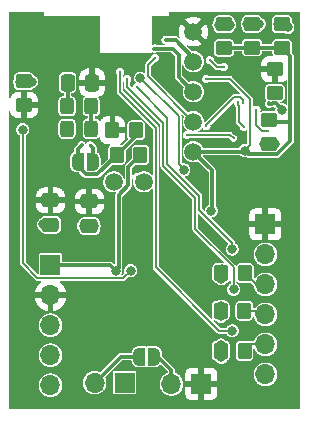
<source format=gbr>
%TF.GenerationSoftware,KiCad,Pcbnew,8.0.3*%
%TF.CreationDate,2024-07-06T18:06:20+05:30*%
%TF.ProjectId,nrf528_board,6e726635-3238-45f6-926f-6172642e6b69,rev?*%
%TF.SameCoordinates,Original*%
%TF.FileFunction,Copper,L2,Bot*%
%TF.FilePolarity,Positive*%
%FSLAX46Y46*%
G04 Gerber Fmt 4.6, Leading zero omitted, Abs format (unit mm)*
G04 Created by KiCad (PCBNEW 8.0.3) date 2024-07-06 18:06:20*
%MOMM*%
%LPD*%
G01*
G04 APERTURE LIST*
G04 Aperture macros list*
%AMRoundRect*
0 Rectangle with rounded corners*
0 $1 Rounding radius*
0 $2 $3 $4 $5 $6 $7 $8 $9 X,Y pos of 4 corners*
0 Add a 4 corners polygon primitive as box body*
4,1,4,$2,$3,$4,$5,$6,$7,$8,$9,$2,$3,0*
0 Add four circle primitives for the rounded corners*
1,1,$1+$1,$2,$3*
1,1,$1+$1,$4,$5*
1,1,$1+$1,$6,$7*
1,1,$1+$1,$8,$9*
0 Add four rect primitives between the rounded corners*
20,1,$1+$1,$2,$3,$4,$5,0*
20,1,$1+$1,$4,$5,$6,$7,0*
20,1,$1+$1,$6,$7,$8,$9,0*
20,1,$1+$1,$8,$9,$2,$3,0*%
%AMFreePoly0*
4,1,33,0.500000,-0.750000,0.000000,-0.750000,0.000000,-0.749013,-0.031395,-0.749013,-0.093691,-0.741144,-0.154508,-0.725528,-0.212890,-0.702414,-0.267913,-0.672164,-0.318712,-0.635257,-0.364484,-0.592274,-0.404508,-0.543893,-0.438153,-0.490877,-0.464888,-0.434062,-0.484292,-0.374345,-0.496057,-0.312667,-0.500000,-0.250000,-0.500000,0.250000,-0.496057,0.312667,-0.484292,0.374345,-0.464888,0.434062,
-0.438153,0.490877,-0.404508,0.543893,-0.364484,0.592274,-0.318712,0.635257,-0.267913,0.672164,-0.212890,0.702414,-0.154508,0.725528,-0.093691,0.741144,-0.031395,0.749013,0.000000,0.749013,0.000000,0.750000,0.500000,0.750000,0.500000,-0.750000,0.500000,-0.750000,$1*%
%AMFreePoly1*
4,1,33,0.000000,0.749013,0.031395,0.749013,0.093691,0.741144,0.154508,0.725528,0.212890,0.702414,0.267913,0.672164,0.318712,0.635257,0.364484,0.592274,0.404508,0.543893,0.438153,0.490877,0.464888,0.434062,0.484292,0.374345,0.496057,0.312667,0.500000,0.250000,0.500000,-0.250000,0.496057,-0.312667,0.484292,-0.374345,0.464888,-0.434062,0.438153,-0.490877,0.404508,-0.543893,
0.364484,-0.592274,0.318712,-0.635257,0.267913,-0.672164,0.212890,-0.702414,0.154508,-0.725528,0.093691,-0.741144,0.031395,-0.749013,0.000000,-0.749013,0.000000,-0.750000,-0.500000,-0.750000,-0.500000,0.750000,0.000000,0.750000,0.000000,0.749013,0.000000,0.749013,$1*%
G04 Aperture macros list end*
%TA.AperFunction,ComponentPad*%
%ADD10R,1.700000X1.700000*%
%TD*%
%TA.AperFunction,ComponentPad*%
%ADD11O,1.700000X1.700000*%
%TD*%
%TA.AperFunction,SMDPad,CuDef*%
%ADD12RoundRect,0.250000X-0.325000X-0.450000X0.325000X-0.450000X0.325000X0.450000X-0.325000X0.450000X0*%
%TD*%
%TA.AperFunction,SMDPad,CuDef*%
%ADD13RoundRect,0.250000X-0.475000X0.337500X-0.475000X-0.337500X0.475000X-0.337500X0.475000X0.337500X0*%
%TD*%
%TA.AperFunction,SMDPad,CuDef*%
%ADD14RoundRect,0.250000X0.450000X-0.350000X0.450000X0.350000X-0.450000X0.350000X-0.450000X-0.350000X0*%
%TD*%
%TA.AperFunction,SMDPad,CuDef*%
%ADD15RoundRect,0.250000X-0.450000X0.350000X-0.450000X-0.350000X0.450000X-0.350000X0.450000X0.350000X0*%
%TD*%
%TA.AperFunction,SMDPad,CuDef*%
%ADD16C,1.500000*%
%TD*%
%TA.AperFunction,SMDPad,CuDef*%
%ADD17RoundRect,0.250000X0.350000X0.450000X-0.350000X0.450000X-0.350000X-0.450000X0.350000X-0.450000X0*%
%TD*%
%TA.AperFunction,SMDPad,CuDef*%
%ADD18FreePoly0,0.000000*%
%TD*%
%TA.AperFunction,SMDPad,CuDef*%
%ADD19FreePoly1,0.000000*%
%TD*%
%TA.AperFunction,SMDPad,CuDef*%
%ADD20RoundRect,0.250000X0.325000X0.450000X-0.325000X0.450000X-0.325000X-0.450000X0.325000X-0.450000X0*%
%TD*%
%TA.AperFunction,SMDPad,CuDef*%
%ADD21RoundRect,0.250000X0.337500X0.475000X-0.337500X0.475000X-0.337500X-0.475000X0.337500X-0.475000X0*%
%TD*%
%TA.AperFunction,ViaPad*%
%ADD22C,0.300000*%
%TD*%
%TA.AperFunction,ViaPad*%
%ADD23C,0.800000*%
%TD*%
%TA.AperFunction,Conductor*%
%ADD24C,0.200000*%
%TD*%
%TA.AperFunction,Conductor*%
%ADD25C,0.300000*%
%TD*%
G04 APERTURE END LIST*
D10*
%TO.P,J7,1,Pin_1*%
%TO.N,Current_Measure_In*%
X132075000Y-76800000D03*
D11*
%TO.P,J7,2,Pin_2*%
%TO.N,+5V*%
X129535000Y-76800000D03*
%TD*%
D10*
%TO.P,J12,1,Pin_1*%
%TO.N,+5V*%
X125800000Y-66860000D03*
D11*
%TO.P,J12,2,Pin_2*%
%TO.N,GND*%
X125800000Y-69400000D03*
%TO.P,J12,3,Pin_3*%
%TO.N,Prox_SCL*%
X125800000Y-71940000D03*
%TO.P,J12,4,Pin_4*%
%TO.N,Prox_SDA*%
X125800000Y-74480000D03*
%TO.P,J12,5,Pin_5*%
%TO.N,Prox_INT*%
X125800000Y-77020000D03*
%TD*%
D10*
%TO.P,J5,1,Pin_1*%
%TO.N,GND*%
X138575000Y-76900000D03*
D11*
%TO.P,J5,2,Pin_2*%
%TO.N,Current_Measure_In*%
X136035000Y-76900000D03*
%TD*%
D10*
%TO.P,J6,1,Pin_1*%
%TO.N,GND*%
X144000000Y-63400000D03*
D11*
%TO.P,J6,2,Pin_2*%
%TO.N,LED_DATA*%
X144000000Y-65940000D03*
%TO.P,J6,3,Pin_3*%
%TO.N,LED_BLUE*%
X144000000Y-68480000D03*
%TO.P,J6,4,Pin_4*%
%TO.N,LED_RED*%
X144000000Y-71020000D03*
%TO.P,J6,5,Pin_5*%
%TO.N,LED_GREEN*%
X144000000Y-73560000D03*
%TO.P,J6,6,Pin_6*%
%TO.N,+5V*%
X144000000Y-76100000D03*
%TD*%
D12*
%TO.P,L1,1,1*%
%TO.N,BLE_DCC*%
X127200000Y-55300000D03*
%TO.P,L1,2,2*%
%TO.N,Net-(L1-Pad2)*%
X129250000Y-55300000D03*
%TD*%
D13*
%TO.P,C4,1*%
%TO.N,GND*%
X125800000Y-61362500D03*
%TO.P,C4,2*%
%TO.N,Net-(JP10-B)*%
X125800000Y-63437500D03*
%TD*%
D14*
%TO.P,R4,1*%
%TO.N,Net-(JP5-B)*%
X144300000Y-56576000D03*
%TO.P,R4,2*%
%TO.N,+1V8*%
X144300000Y-54576000D03*
%TD*%
D15*
%TO.P,R7,1*%
%TO.N,GND*%
X144800000Y-50258000D03*
%TO.P,R7,2*%
%TO.N,Net-(JP7-A)*%
X144800000Y-52258000D03*
%TD*%
%TO.P,R6,1*%
%TO.N,Net-(JP6-B)*%
X142862000Y-46432000D03*
%TO.P,R6,2*%
%TO.N,+1V8*%
X142862000Y-48432000D03*
%TD*%
D16*
%TO.P,J8,1,Pin_1*%
%TO.N,+1V8*%
X137900000Y-57240000D03*
%TD*%
D13*
%TO.P,C9,1*%
%TO.N,GND*%
X129100000Y-61462500D03*
%TO.P,C9,2*%
%TO.N,Net-(JP12-B)*%
X129100000Y-63537500D03*
%TD*%
D17*
%TO.P,R8,1*%
%TO.N,+5V*%
X133420000Y-57510000D03*
%TO.P,R8,2*%
%TO.N,V_Measure*%
X131420000Y-57510000D03*
%TD*%
%TO.P,R12,1*%
%TO.N,LED_BLUE*%
X142261200Y-67514800D03*
%TO.P,R12,2*%
%TO.N,Net-(Q3-D)*%
X140261200Y-67514800D03*
%TD*%
%TO.P,R10,1*%
%TO.N,LED_GREEN*%
X142230000Y-74100000D03*
%TO.P,R10,2*%
%TO.N,Net-(Q1-D)*%
X140230000Y-74100000D03*
%TD*%
%TO.P,R11,1*%
%TO.N,LED_RED*%
X142210000Y-70700000D03*
%TO.P,R11,2*%
%TO.N,Net-(Q2-D)*%
X140210000Y-70700000D03*
%TD*%
D16*
%TO.P,J9,1,Pin_1*%
%TO.N,MCU_Reset*%
X137900000Y-54700000D03*
%TD*%
D15*
%TO.P,R1,1*%
%TO.N,Net-(JP2-B)*%
X145402000Y-46448000D03*
%TO.P,R1,2*%
%TO.N,+1V8*%
X145402000Y-48448000D03*
%TD*%
D18*
%TO.P,JP13,1,A*%
%TO.N,+5V*%
X133300000Y-74600000D03*
D19*
%TO.P,JP13,2,B*%
%TO.N,Current_Measure_In*%
X134600000Y-74600000D03*
%TD*%
D15*
%TO.P,R5,1*%
%TO.N,Net-(D1-K)*%
X123560000Y-51285000D03*
%TO.P,R5,2*%
%TO.N,GND*%
X123560000Y-53285000D03*
%TD*%
D16*
%TO.P,J2,1,Pin_1*%
%TO.N,Net-(E1-P0.07)*%
X133700000Y-59800000D03*
%TD*%
%TO.P,J1,1,Pin_1*%
%TO.N,Net-(E1-P0.06)*%
X131160000Y-59800000D03*
%TD*%
D18*
%TO.P,JP8,1,A*%
%TO.N,V_Measure*%
X128100000Y-58100000D03*
D19*
%TO.P,JP8,2,B*%
%TO.N,Net-(E1-P0.03)*%
X129400000Y-58100000D03*
%TD*%
D16*
%TO.P,J13,1,Pin_1*%
%TO.N,GND*%
X137900000Y-47080000D03*
%TD*%
D20*
%TO.P,L2,1,1*%
%TO.N,Net-(L1-Pad2)*%
X129250000Y-53400000D03*
%TO.P,L2,2,2*%
%TO.N,BLE_DEC4*%
X127200000Y-53400000D03*
%TD*%
D17*
%TO.P,R9,1*%
%TO.N,V_Measure*%
X133050000Y-55430000D03*
%TO.P,R9,2*%
%TO.N,GND*%
X131050000Y-55430000D03*
%TD*%
D21*
%TO.P,C1,1*%
%TO.N,GND*%
X129337500Y-51400000D03*
%TO.P,C1,2*%
%TO.N,BLE_DEC4*%
X127262500Y-51400000D03*
%TD*%
D15*
%TO.P,R3,1*%
%TO.N,Net-(JP4-B)*%
X140500000Y-46464000D03*
%TO.P,R3,2*%
%TO.N,+1V8*%
X140500000Y-48464000D03*
%TD*%
D16*
%TO.P,J10,1,Pin_1*%
%TO.N,MCU_SWCLK*%
X137900000Y-52160000D03*
%TD*%
%TO.P,J11,1,Pin_1*%
%TO.N,MCU_SWCDIO*%
X137900000Y-49620000D03*
%TD*%
D22*
%TO.N,+1V8*%
X139000000Y-51075000D03*
D23*
X123444000Y-55372000D03*
X132588000Y-67310000D03*
X142240000Y-57150000D03*
X139408380Y-62267620D03*
%TO.N,+5V*%
X131318000Y-67310000D03*
D22*
%TO.N,MCU_SWCLK*%
X134620000Y-48514000D03*
%TO.N,IMU_REGOUT*%
X141650000Y-53050000D03*
X142160000Y-55130000D03*
%TO.N,MCU_Reset*%
X134650000Y-49300000D03*
%TO.N,MCU_SWCDIO*%
X135545300Y-47780000D03*
%TO.N,IMU_SDA*%
X140480000Y-50070000D03*
X139300000Y-49500000D03*
D23*
%TO.N,GND*%
X131300000Y-53600000D03*
X125500000Y-58600000D03*
X123700000Y-48500000D03*
X128200000Y-48000000D03*
X128750000Y-65375000D03*
D22*
X139200000Y-53625000D03*
D23*
X146200000Y-66700000D03*
X137475000Y-73850000D03*
D22*
X142300000Y-50000000D03*
D23*
X146100000Y-78300000D03*
X126800000Y-47200000D03*
X125200000Y-47400000D03*
D22*
X129937500Y-72525000D03*
D23*
X131000000Y-51700000D03*
D22*
X130000000Y-70300000D03*
D23*
X128975000Y-71600000D03*
X124175000Y-70900000D03*
X123375000Y-46050000D03*
D22*
X122800000Y-58900000D03*
D23*
X135471962Y-47029998D03*
X123200000Y-77900000D03*
X129200000Y-47000000D03*
X136400000Y-62675000D03*
X136550000Y-46000000D03*
X137100000Y-71200000D03*
X126700000Y-49000000D03*
X141200000Y-61800000D03*
X129500000Y-74200000D03*
X132500000Y-54000000D03*
X127775000Y-75650000D03*
X132900000Y-62500000D03*
X131000000Y-49900000D03*
X138325000Y-58950000D03*
X126500000Y-65100000D03*
D22*
X143200000Y-50400000D03*
D23*
X146300000Y-61800000D03*
X133900000Y-64800000D03*
X125000000Y-49800000D03*
X124100000Y-46700000D03*
X146300000Y-72400000D03*
D22*
X129937500Y-71250000D03*
D23*
X139300000Y-64100000D03*
X140125000Y-55150000D03*
X127600000Y-46400000D03*
X128600000Y-49900000D03*
X137175000Y-68075000D03*
%TO.N,BLE_DEC4*%
X127254000Y-53340000D03*
D22*
%TO.N,LED_BLUE_MCU*%
X133100000Y-51800000D03*
D23*
X141200000Y-65500000D03*
%TO.N,LED_DATA*%
X137097120Y-58777880D03*
X133419210Y-51012214D03*
%TO.N,LED_RED_MCU*%
X141300000Y-68900000D03*
D22*
X132300000Y-51100000D03*
D23*
%TO.N,BLE_DCC*%
X127254000Y-55118000D03*
%TO.N,Net-(Q2-D)*%
X140240000Y-70310000D03*
X140230000Y-71200000D03*
%TO.N,Net-(Q3-D)*%
X140300000Y-67210000D03*
X140280000Y-67990000D03*
%TO.N,Net-(JP4-B)*%
X140060000Y-46480000D03*
X140970000Y-46490000D03*
%TO.N,Net-(JP5-B)*%
X143880000Y-56630000D03*
X144780000Y-56630000D03*
%TO.N,Net-(JP6-B)*%
X143490000Y-46430000D03*
X142470000Y-46410000D03*
D22*
%TO.N,IMU_FSYNC*%
X142100000Y-53085000D03*
X139000000Y-55100000D03*
%TO.N,IMU_INT*%
X141300000Y-56100000D03*
X144250000Y-55510000D03*
X143240000Y-53680000D03*
X137350000Y-55825000D03*
%TO.N,V_Measure*%
X128440000Y-56700000D03*
D23*
%TO.N,Net-(JP12-B)*%
X129500000Y-63500000D03*
X128600000Y-63500000D03*
D22*
%TO.N,Net-(JP1-A)*%
X144300000Y-53200000D03*
D23*
X145400000Y-53700000D03*
%TO.N,LED_GREEN_MCU*%
X141200000Y-72400000D03*
D22*
X131700000Y-50500000D03*
D23*
%TO.N,Net-(Q1-D)*%
X140270000Y-74660000D03*
X140230000Y-73610000D03*
%TO.N,Net-(D1-K)*%
X124206000Y-51308000D03*
X123190000Y-51308000D03*
D22*
%TO.N,Net-(E1-P0.03)*%
X129140000Y-56720000D03*
D23*
%TO.N,Net-(JP10-B)*%
X125200000Y-63400000D03*
X126100000Y-63400000D03*
D22*
%TO.N,Net-(E1-P0.06)*%
X131100000Y-59900000D03*
%TO.N,Net-(E1-P0.07)*%
X133100000Y-59400000D03*
D23*
%TO.N,Net-(JP2-B)*%
X145901910Y-46728205D03*
X145092110Y-46469887D03*
D22*
%TO.N,Net-(JP7-A)*%
X144800000Y-52400000D03*
%TD*%
D24*
%TO.N,LED_GREEN_MCU*%
X141200000Y-72400000D02*
X140080761Y-72400000D01*
X140080761Y-72400000D02*
X134700000Y-67019239D01*
X134700000Y-67019239D02*
X134700000Y-55200000D01*
X134700000Y-55200000D02*
X131700000Y-52200000D01*
X131700000Y-52200000D02*
X131700000Y-50500000D01*
D25*
%TO.N,+1V8*%
X139490000Y-62186000D02*
X139490000Y-58830000D01*
X140516000Y-48448000D02*
X140500000Y-48464000D01*
D24*
X139000000Y-51075000D02*
X140972818Y-51075000D01*
D25*
X146100000Y-53989950D02*
X146100000Y-54700000D01*
X146100000Y-53989950D02*
X146100000Y-56360744D01*
X144984744Y-57476000D02*
X142566000Y-57476000D01*
X142566000Y-57476000D02*
X142240000Y-57150000D01*
D24*
X124700000Y-67960000D02*
X131938000Y-67960000D01*
D25*
X139490000Y-58830000D02*
X137900000Y-57240000D01*
D24*
X123444000Y-66704000D02*
X124700000Y-67960000D01*
X142710000Y-52812182D02*
X142710000Y-56680000D01*
D25*
X146100000Y-49146000D02*
X146100000Y-53989950D01*
X146100000Y-56360744D02*
X144984744Y-57476000D01*
X144424000Y-54700000D02*
X144300000Y-54576000D01*
X145402000Y-48448000D02*
X140516000Y-48448000D01*
D24*
X140972818Y-51075000D02*
X142710000Y-52812182D01*
X142710000Y-56680000D02*
X142240000Y-57150000D01*
D25*
X142150000Y-57240000D02*
X142240000Y-57150000D01*
X137900000Y-57240000D02*
X142150000Y-57240000D01*
D24*
X131938000Y-67960000D02*
X132588000Y-67310000D01*
D25*
X139408380Y-62267620D02*
X139490000Y-62186000D01*
X145402000Y-48448000D02*
X146100000Y-49146000D01*
D24*
X123444000Y-55372000D02*
X123444000Y-66704000D01*
D25*
X146100000Y-54700000D02*
X144424000Y-54700000D01*
%TO.N,+5V*%
X133300000Y-74600000D02*
X131735000Y-74600000D01*
X133420000Y-57510000D02*
X132400000Y-58530000D01*
X131572000Y-67056000D02*
X131318000Y-67310000D01*
X131735000Y-74600000D02*
X129535000Y-76800000D01*
X130868000Y-66860000D02*
X131318000Y-67310000D01*
X132400000Y-60104925D02*
X131572000Y-60932925D01*
X131572000Y-60932925D02*
X131572000Y-67056000D01*
X132400000Y-58530000D02*
X132400000Y-60104925D01*
X125800000Y-66860000D02*
X130868000Y-66860000D01*
%TO.N,MCU_SWCLK*%
X136652000Y-49022000D02*
X136652000Y-50912000D01*
X136144000Y-48514000D02*
X136652000Y-49022000D01*
X134620000Y-48514000D02*
X134566100Y-48514000D01*
X134620000Y-48514000D02*
X136144000Y-48514000D01*
X136652000Y-50912000D02*
X137900000Y-52160000D01*
D24*
%TO.N,IMU_REGOUT*%
X141725000Y-53346397D02*
X141725000Y-54695000D01*
X141650000Y-53050000D02*
X141650000Y-53271397D01*
X141725000Y-54695000D02*
X142160000Y-55130000D01*
X141650000Y-53271397D02*
X141725000Y-53346397D01*
%TO.N,MCU_Reset*%
X134069210Y-49880790D02*
X134069210Y-50869210D01*
X134069210Y-50869210D02*
X137900000Y-54700000D01*
X134650000Y-49300000D02*
X134069210Y-49880790D01*
D25*
%TO.N,MCU_SWCDIO*%
X136405000Y-47780000D02*
X137900000Y-49275000D01*
X137900000Y-49275000D02*
X137900000Y-49620000D01*
X135545300Y-47780000D02*
X136405000Y-47780000D01*
D24*
%TO.N,IMU_SDA*%
X139870000Y-50070000D02*
X140480000Y-50070000D01*
X139300000Y-49500000D02*
X139870000Y-50070000D01*
D25*
%TO.N,Current_Measure_In*%
X134600000Y-74600000D02*
X134900000Y-74600000D01*
X134900000Y-74600000D02*
X136035000Y-75735000D01*
X136035000Y-75735000D02*
X136035000Y-76900000D01*
%TO.N,BLE_DEC4*%
X127254000Y-53340000D02*
X127254000Y-51408500D01*
X127254000Y-51408500D02*
X127262500Y-51400000D01*
D24*
%TO.N,LED_BLUE_MCU*%
X138415000Y-62215000D02*
X141200000Y-65000000D01*
X135700000Y-58300000D02*
X138415000Y-61015000D01*
X133100000Y-51800000D02*
X135700000Y-54400000D01*
X138415000Y-61015000D02*
X138415000Y-62215000D01*
X135700000Y-54400000D02*
X135700000Y-58300000D01*
X141200000Y-65000000D02*
X141200000Y-65500000D01*
%TO.N,LED_DATA*%
X136650000Y-58330760D02*
X136650000Y-54243004D01*
X137097120Y-58777880D02*
X136650000Y-58330760D01*
X136650000Y-54243004D02*
X133419210Y-51012214D01*
%TO.N,LED_RED_MCU*%
X141300000Y-67039566D02*
X141300000Y-68900000D01*
X138065000Y-63804566D02*
X141300000Y-67039566D01*
X132300000Y-51100000D02*
X132300000Y-51777818D01*
X132300000Y-51777818D02*
X135350000Y-54827818D01*
X135350000Y-58450000D02*
X138065000Y-61165000D01*
X135350000Y-54827818D02*
X135350000Y-58450000D01*
X138065000Y-61165000D02*
X138065000Y-63804566D01*
%TO.N,LED_RED*%
X142210000Y-70700000D02*
X143680000Y-70700000D01*
X143680000Y-70700000D02*
X144000000Y-71020000D01*
%TO.N,LED_BLUE*%
X142261200Y-67514800D02*
X143226400Y-68480000D01*
X143226400Y-68480000D02*
X144000000Y-68480000D01*
D25*
%TO.N,Net-(L1-Pad2)*%
X129250000Y-53400000D02*
X129250000Y-55300000D01*
D24*
%TO.N,IMU_FSYNC*%
X139000000Y-54990000D02*
X139010000Y-54980000D01*
X139000000Y-54952182D02*
X141322182Y-52630000D01*
X141322182Y-52630000D02*
X141830000Y-52630000D01*
X139000000Y-55100000D02*
X139000000Y-54990000D01*
X139000000Y-55100000D02*
X139000000Y-54952182D01*
X142100000Y-52900000D02*
X142100000Y-53085000D01*
X141830000Y-52630000D02*
X142100000Y-52900000D01*
%TO.N,IMU_INT*%
X143240000Y-53680000D02*
X143240000Y-55030034D01*
X141300000Y-56100000D02*
X141025000Y-55825000D01*
X143240000Y-55030034D02*
X143719966Y-55510000D01*
X141025000Y-55825000D02*
X137350000Y-55825000D01*
X143719966Y-55510000D02*
X144250000Y-55510000D01*
D25*
%TO.N,V_Measure*%
X133050000Y-55880000D02*
X131420000Y-57510000D01*
X128100000Y-57040000D02*
X128440000Y-56700000D01*
X131420000Y-57510000D02*
X129779000Y-59151000D01*
X128100000Y-58475679D02*
X128100000Y-58100000D01*
X128775321Y-59151000D02*
X128100000Y-58475679D01*
X129779000Y-59151000D02*
X128775321Y-59151000D01*
X128100000Y-58100000D02*
X128100000Y-57040000D01*
X133050000Y-55430000D02*
X133050000Y-55880000D01*
%TO.N,Net-(JP1-A)*%
X144858000Y-53158000D02*
X144300000Y-53200000D01*
X145400000Y-53700000D02*
X144858000Y-53158000D01*
X144300000Y-53200000D02*
X144300000Y-53158000D01*
D24*
%TO.N,LED_GREEN*%
X142770000Y-73560000D02*
X144000000Y-73560000D01*
X142230000Y-74100000D02*
X142770000Y-73560000D01*
D25*
%TO.N,Net-(E1-P0.03)*%
X129400000Y-58100000D02*
X129400000Y-56910000D01*
X129400000Y-56910000D02*
X129240000Y-56750000D01*
%TD*%
%TA.AperFunction,Conductor*%
%TO.N,GND*%
G36*
X125185851Y-45403730D02*
G01*
X125201748Y-45414352D01*
X125212370Y-45430249D01*
X125216100Y-45449000D01*
X125216100Y-45780000D01*
X129967100Y-45780000D01*
X129985851Y-45783730D01*
X130001748Y-45794352D01*
X130012370Y-45810249D01*
X130016100Y-45829000D01*
X130016100Y-48880000D01*
X134416100Y-48880000D01*
X134416799Y-48879300D01*
X134419830Y-48864064D01*
X134430452Y-48848167D01*
X134446349Y-48837545D01*
X134465100Y-48833815D01*
X134483851Y-48837545D01*
X134486341Y-48838659D01*
X134491589Y-48841186D01*
X134541788Y-48856671D01*
X134569384Y-48860830D01*
X134587371Y-48867312D01*
X134601507Y-48880185D01*
X134609642Y-48897487D01*
X134610536Y-48916584D01*
X134604054Y-48934571D01*
X134591181Y-48948707D01*
X134573879Y-48956842D01*
X134573009Y-48957049D01*
X134571806Y-48957324D01*
X134571791Y-48957328D01*
X134571788Y-48957329D01*
X134521589Y-48972814D01*
X134521585Y-48972815D01*
X134521581Y-48972817D01*
X134474259Y-48995606D01*
X134430854Y-49025199D01*
X134430852Y-49025201D01*
X134392345Y-49060930D01*
X134392340Y-49060935D01*
X134359592Y-49102000D01*
X134359591Y-49102001D01*
X134333326Y-49147493D01*
X134333324Y-49147498D01*
X134314131Y-49196400D01*
X134302443Y-49247616D01*
X134302442Y-49247618D01*
X134300100Y-49278867D01*
X134294979Y-49297287D01*
X134285885Y-49309852D01*
X133992140Y-49603599D01*
X133906020Y-49689719D01*
X133897742Y-49697997D01*
X133878139Y-49717599D01*
X133854963Y-49749499D01*
X133837060Y-49784634D01*
X133824877Y-49822131D01*
X133818710Y-49861075D01*
X133818710Y-50525237D01*
X133814980Y-50543988D01*
X133804358Y-50559885D01*
X133788461Y-50570507D01*
X133769710Y-50574237D01*
X133750959Y-50570507D01*
X133739491Y-50563809D01*
X133732505Y-50558336D01*
X133732504Y-50558335D01*
X133732501Y-50558333D01*
X133675508Y-50523880D01*
X133636029Y-50506112D01*
X133614782Y-50496549D01*
X133614766Y-50496543D01*
X133551209Y-50476738D01*
X133551186Y-50476732D01*
X133485696Y-50464730D01*
X133485687Y-50464729D01*
X133419210Y-50460708D01*
X133352732Y-50464729D01*
X133352723Y-50464730D01*
X133287233Y-50476732D01*
X133287210Y-50476738D01*
X133223653Y-50496543D01*
X133223637Y-50496549D01*
X133162912Y-50523880D01*
X133105914Y-50558336D01*
X133053496Y-50599403D01*
X133006399Y-50646500D01*
X132965332Y-50698918D01*
X132930876Y-50755916D01*
X132903545Y-50816641D01*
X132903539Y-50816657D01*
X132883734Y-50880214D01*
X132883728Y-50880237D01*
X132871726Y-50945727D01*
X132871725Y-50945736D01*
X132867704Y-51012214D01*
X132871725Y-51078691D01*
X132871726Y-51078700D01*
X132883728Y-51144190D01*
X132883734Y-51144213D01*
X132903539Y-51207770D01*
X132903542Y-51207779D01*
X132903543Y-51207781D01*
X132930876Y-51268512D01*
X132961192Y-51318662D01*
X132965326Y-51325500D01*
X132965330Y-51325507D01*
X133006399Y-51377927D01*
X133013209Y-51384737D01*
X133023831Y-51400634D01*
X133027561Y-51419385D01*
X133023831Y-51438136D01*
X133013209Y-51454033D01*
X132997312Y-51464655D01*
X132993016Y-51466204D01*
X132971589Y-51472814D01*
X132971587Y-51472814D01*
X132971580Y-51472817D01*
X132924259Y-51495606D01*
X132880854Y-51525199D01*
X132880852Y-51525201D01*
X132842345Y-51560930D01*
X132842340Y-51560935D01*
X132809592Y-51602000D01*
X132809591Y-51602001D01*
X132783326Y-51647493D01*
X132783324Y-51647498D01*
X132764131Y-51696400D01*
X132756786Y-51728581D01*
X132752444Y-51747613D01*
X132752443Y-51747616D01*
X132752442Y-51747618D01*
X132751474Y-51760536D01*
X132746352Y-51778956D01*
X132734571Y-51794014D01*
X132717925Y-51803418D01*
X132698947Y-51805735D01*
X132680527Y-51800613D01*
X132667963Y-51791520D01*
X132564852Y-51688409D01*
X132554230Y-51672512D01*
X132550500Y-51653761D01*
X132550500Y-51365186D01*
X132554230Y-51346435D01*
X132561190Y-51334636D01*
X132590409Y-51297997D01*
X132616675Y-51252503D01*
X132635868Y-51203601D01*
X132647557Y-51152386D01*
X132651483Y-51100000D01*
X132647557Y-51047614D01*
X132635868Y-50996399D01*
X132616675Y-50947497D01*
X132615658Y-50945736D01*
X132590408Y-50902001D01*
X132590407Y-50902000D01*
X132557659Y-50860935D01*
X132557654Y-50860930D01*
X132519147Y-50825201D01*
X132519145Y-50825199D01*
X132506601Y-50816647D01*
X132475742Y-50795607D01*
X132428411Y-50772814D01*
X132428408Y-50772813D01*
X132428406Y-50772812D01*
X132428404Y-50772811D01*
X132378206Y-50757327D01*
X132332545Y-50750446D01*
X132326266Y-50749500D01*
X132273734Y-50749500D01*
X132266590Y-50750576D01*
X132221795Y-50757327D01*
X132221789Y-50757328D01*
X132221788Y-50757329D01*
X132171589Y-50772814D01*
X132171585Y-50772815D01*
X132171581Y-50772817D01*
X132124259Y-50795606D01*
X132080854Y-50825199D01*
X132080852Y-50825201D01*
X132042345Y-50860930D01*
X132042340Y-50860935D01*
X132037810Y-50866617D01*
X132023202Y-50878952D01*
X132004986Y-50884758D01*
X131985935Y-50883151D01*
X131968949Y-50874376D01*
X131956614Y-50859768D01*
X131950808Y-50841552D01*
X131950500Y-50836066D01*
X131950500Y-50765186D01*
X131954230Y-50746435D01*
X131961188Y-50734637D01*
X131990409Y-50697997D01*
X132016675Y-50652503D01*
X132035868Y-50603601D01*
X132047557Y-50552386D01*
X132051483Y-50500000D01*
X132047557Y-50447614D01*
X132035868Y-50396399D01*
X132016675Y-50347497D01*
X131990409Y-50302003D01*
X131990408Y-50302001D01*
X131990407Y-50302000D01*
X131957659Y-50260935D01*
X131957654Y-50260930D01*
X131919147Y-50225201D01*
X131919145Y-50225199D01*
X131909016Y-50218293D01*
X131875742Y-50195607D01*
X131828411Y-50172814D01*
X131828408Y-50172813D01*
X131828406Y-50172812D01*
X131828404Y-50172811D01*
X131778206Y-50157327D01*
X131732545Y-50150446D01*
X131726266Y-50149500D01*
X131673734Y-50149500D01*
X131666590Y-50150576D01*
X131621795Y-50157327D01*
X131621789Y-50157328D01*
X131621788Y-50157329D01*
X131571589Y-50172814D01*
X131571585Y-50172815D01*
X131571581Y-50172817D01*
X131524259Y-50195606D01*
X131480854Y-50225199D01*
X131480852Y-50225201D01*
X131442345Y-50260930D01*
X131442340Y-50260935D01*
X131409592Y-50302000D01*
X131409591Y-50302001D01*
X131383326Y-50347493D01*
X131383324Y-50347498D01*
X131364131Y-50396400D01*
X131352443Y-50447616D01*
X131352442Y-50447619D01*
X131348517Y-50499999D01*
X131348517Y-50500000D01*
X131352442Y-50552380D01*
X131352442Y-50552382D01*
X131352443Y-50552386D01*
X131356409Y-50569761D01*
X131364131Y-50603599D01*
X131383324Y-50652501D01*
X131383326Y-50652506D01*
X131409591Y-50697998D01*
X131409593Y-50698000D01*
X131438810Y-50734636D01*
X131447585Y-50751620D01*
X131449500Y-50765186D01*
X131449500Y-52219714D01*
X131455667Y-52258658D01*
X131467850Y-52296155D01*
X131467851Y-52296158D01*
X131467852Y-52296159D01*
X131485753Y-52331291D01*
X131508929Y-52363190D01*
X131508930Y-52363191D01*
X131508933Y-52363195D01*
X134435148Y-55289408D01*
X134445770Y-55305304D01*
X134449500Y-55324056D01*
X134449500Y-59157704D01*
X134445770Y-59176455D01*
X134435148Y-59192352D01*
X134419251Y-59202974D01*
X134400500Y-59206704D01*
X134381749Y-59202974D01*
X134365852Y-59192352D01*
X134307328Y-59133828D01*
X134307319Y-59133820D01*
X134307311Y-59133812D01*
X134261303Y-59095607D01*
X134243258Y-59080622D01*
X134206574Y-59055493D01*
X134174559Y-59033562D01*
X134174554Y-59033559D01*
X134174553Y-59033558D01*
X134101809Y-58993040D01*
X134050541Y-58970404D01*
X134025646Y-58959412D01*
X133999329Y-58950591D01*
X133946699Y-58932951D01*
X133946691Y-58932949D01*
X133865647Y-58913887D01*
X133783190Y-58902384D01*
X133783179Y-58902383D01*
X133783176Y-58902383D01*
X133700000Y-58898538D01*
X133616824Y-58902383D01*
X133616820Y-58902383D01*
X133616810Y-58902384D01*
X133616808Y-58902384D01*
X133534353Y-58913887D01*
X133534352Y-58913887D01*
X133453308Y-58932949D01*
X133453300Y-58932951D01*
X133374354Y-58959412D01*
X133298190Y-58993040D01*
X133225444Y-59033559D01*
X133204400Y-59047974D01*
X133186822Y-59055493D01*
X133169409Y-59056001D01*
X133126267Y-59049500D01*
X133126266Y-59049500D01*
X133073734Y-59049500D01*
X133066590Y-59050576D01*
X133021795Y-59057327D01*
X133021789Y-59057328D01*
X133021788Y-59057329D01*
X132971589Y-59072814D01*
X132971585Y-59072815D01*
X132971581Y-59072817D01*
X132924259Y-59095606D01*
X132880854Y-59125199D01*
X132880852Y-59125201D01*
X132842345Y-59160930D01*
X132842340Y-59160935D01*
X132809594Y-59201998D01*
X132809591Y-59202002D01*
X132809591Y-59202003D01*
X132806877Y-59206704D01*
X132791935Y-59232584D01*
X132779329Y-59246958D01*
X132762181Y-59255414D01*
X132743103Y-59256664D01*
X132724999Y-59250518D01*
X132710625Y-59237912D01*
X132702169Y-59220764D01*
X132700500Y-59208083D01*
X132700500Y-58674767D01*
X132704230Y-58656016D01*
X132714852Y-58640119D01*
X132848621Y-58506350D01*
X132982737Y-58372233D01*
X132998630Y-58361614D01*
X133017382Y-58357884D01*
X133020858Y-58358008D01*
X133055697Y-58360500D01*
X133784302Y-58360499D01*
X133784309Y-58360499D01*
X133811564Y-58358549D01*
X133827143Y-58357436D01*
X133883122Y-58345258D01*
X133936799Y-58325238D01*
X133987080Y-58297783D01*
X134032942Y-58263451D01*
X134073451Y-58222942D01*
X134107783Y-58177080D01*
X134135238Y-58126799D01*
X134155258Y-58073122D01*
X134167436Y-58017143D01*
X134170500Y-57974303D01*
X134170499Y-57045698D01*
X134170499Y-57045697D01*
X134170499Y-57045690D01*
X134167436Y-57002860D01*
X134167436Y-57002857D01*
X134155258Y-56946878D01*
X134135238Y-56893201D01*
X134107783Y-56842920D01*
X134084105Y-56811290D01*
X134073451Y-56797057D01*
X134032942Y-56756548D01*
X133987081Y-56722218D01*
X133987082Y-56722218D01*
X133987080Y-56722217D01*
X133936799Y-56694762D01*
X133894536Y-56678999D01*
X133883120Y-56674741D01*
X133827151Y-56662565D01*
X133827136Y-56662563D01*
X133784310Y-56659500D01*
X133055690Y-56659500D01*
X133012860Y-56662563D01*
X133012851Y-56662565D01*
X132956879Y-56674741D01*
X132903203Y-56694761D01*
X132852918Y-56722218D01*
X132807057Y-56756548D01*
X132766548Y-56797057D01*
X132732218Y-56842918D01*
X132704761Y-56893203D01*
X132684741Y-56946879D01*
X132672565Y-57002848D01*
X132672563Y-57002863D01*
X132669500Y-57045689D01*
X132669500Y-57815231D01*
X132665770Y-57833982D01*
X132655148Y-57849879D01*
X132170800Y-58334226D01*
X132170788Y-58334240D01*
X132142990Y-58372502D01*
X132142989Y-58372505D01*
X132121515Y-58414649D01*
X132106902Y-58459624D01*
X132106901Y-58459627D01*
X132106900Y-58459632D01*
X132106900Y-58459633D01*
X132100032Y-58502995D01*
X132099500Y-58506352D01*
X132099500Y-59469082D01*
X132095770Y-59487833D01*
X132085148Y-59503730D01*
X132069251Y-59514352D01*
X132050500Y-59518082D01*
X132031749Y-59514352D01*
X132015852Y-59503730D01*
X132005230Y-59487833D01*
X132004040Y-59484654D01*
X132000588Y-59474354D01*
X131971294Y-59408008D01*
X131966959Y-59398190D01*
X131951111Y-59369738D01*
X131931813Y-59335090D01*
X131926441Y-59325446D01*
X131926440Y-59325444D01*
X131926438Y-59325441D01*
X131879382Y-59256748D01*
X131879380Y-59256746D01*
X131879377Y-59256741D01*
X131849501Y-59220764D01*
X131826188Y-59192689D01*
X131826179Y-59192680D01*
X131826171Y-59192671D01*
X131767328Y-59133828D01*
X131767319Y-59133820D01*
X131767311Y-59133812D01*
X131721303Y-59095607D01*
X131703258Y-59080622D01*
X131666574Y-59055493D01*
X131634559Y-59033562D01*
X131634554Y-59033559D01*
X131634553Y-59033558D01*
X131561809Y-58993040D01*
X131510541Y-58970404D01*
X131485646Y-58959412D01*
X131459329Y-58950591D01*
X131406699Y-58932951D01*
X131406691Y-58932949D01*
X131325647Y-58913887D01*
X131243190Y-58902384D01*
X131243179Y-58902383D01*
X131243176Y-58902383D01*
X131160000Y-58898538D01*
X131076824Y-58902383D01*
X131076820Y-58902383D01*
X131076810Y-58902384D01*
X131076808Y-58902384D01*
X130994353Y-58913887D01*
X130994352Y-58913887D01*
X130913308Y-58932949D01*
X130913300Y-58932951D01*
X130834354Y-58959412D01*
X130758190Y-58993040D01*
X130685446Y-59033558D01*
X130685439Y-59033563D01*
X130616741Y-59080622D01*
X130552689Y-59133812D01*
X130552671Y-59133828D01*
X130493828Y-59192671D01*
X130493812Y-59192689D01*
X130440622Y-59256741D01*
X130393563Y-59325439D01*
X130393558Y-59325446D01*
X130353040Y-59398190D01*
X130319412Y-59474354D01*
X130292951Y-59553300D01*
X130292949Y-59553308D01*
X130273887Y-59634352D01*
X130273887Y-59634353D01*
X130262384Y-59716808D01*
X130262384Y-59716810D01*
X130258538Y-59800000D01*
X130262384Y-59883189D01*
X130262384Y-59883191D01*
X130273887Y-59965646D01*
X130273887Y-59965647D01*
X130292949Y-60046691D01*
X130292951Y-60046699D01*
X130296080Y-60056034D01*
X130319412Y-60125646D01*
X130330404Y-60150541D01*
X130353040Y-60201809D01*
X130393558Y-60274553D01*
X130393560Y-60274557D01*
X130393562Y-60274559D01*
X130411460Y-60300687D01*
X130440622Y-60343258D01*
X130466981Y-60375000D01*
X130493812Y-60407311D01*
X130493820Y-60407319D01*
X130493828Y-60407328D01*
X130552671Y-60466171D01*
X130552680Y-60466179D01*
X130552689Y-60466188D01*
X130586140Y-60493965D01*
X130616741Y-60519377D01*
X130616746Y-60519380D01*
X130616748Y-60519382D01*
X130685441Y-60566438D01*
X130758184Y-60606956D01*
X130758186Y-60606957D01*
X130758190Y-60606959D01*
X130773702Y-60613808D01*
X130834354Y-60640588D01*
X130913303Y-60667049D01*
X130953830Y-60676581D01*
X130994352Y-60686112D01*
X130994353Y-60686112D01*
X130994357Y-60686113D01*
X131056078Y-60694723D01*
X131076809Y-60697615D01*
X131076824Y-60697617D01*
X131160000Y-60701462D01*
X131243176Y-60697617D01*
X131243190Y-60697615D01*
X131243191Y-60697615D01*
X131271831Y-60693620D01*
X131290918Y-60694723D01*
X131308130Y-60703047D01*
X131320846Y-60717323D01*
X131327131Y-60735380D01*
X131326028Y-60754467D01*
X131318244Y-60770950D01*
X131314991Y-60775427D01*
X131314989Y-60775430D01*
X131293515Y-60817574D01*
X131278902Y-60862549D01*
X131278901Y-60862552D01*
X131271500Y-60909277D01*
X131271500Y-66718017D01*
X131267770Y-66736768D01*
X131257148Y-66752665D01*
X131241251Y-66763287D01*
X131231330Y-66766215D01*
X131229459Y-66766558D01*
X131210342Y-66766268D01*
X131192792Y-66758685D01*
X131185980Y-66753008D01*
X131063773Y-66630800D01*
X131063759Y-66630788D01*
X131025497Y-66602990D01*
X131025494Y-66602989D01*
X130983350Y-66581515D01*
X130938375Y-66566902D01*
X130938372Y-66566901D01*
X130938368Y-66566900D01*
X130938367Y-66566900D01*
X130891650Y-66559500D01*
X130891647Y-66559500D01*
X126849500Y-66559500D01*
X126830749Y-66555770D01*
X126814852Y-66545148D01*
X126804230Y-66529251D01*
X126800500Y-66510500D01*
X126800500Y-65999963D01*
X126798395Y-65979361D01*
X126798395Y-65979359D01*
X126787328Y-65945963D01*
X126768859Y-65916019D01*
X126743981Y-65891141D01*
X126714037Y-65872672D01*
X126680641Y-65861605D01*
X126680638Y-65861604D01*
X126660036Y-65859500D01*
X126660034Y-65859500D01*
X124939966Y-65859500D01*
X124939964Y-65859500D01*
X124919361Y-65861604D01*
X124919359Y-65861605D01*
X124885963Y-65872672D01*
X124885961Y-65872672D01*
X124885961Y-65872673D01*
X124856020Y-65891140D01*
X124856018Y-65891141D01*
X124831141Y-65916018D01*
X124831140Y-65916020D01*
X124812672Y-65945963D01*
X124801605Y-65979359D01*
X124801605Y-65979361D01*
X124801604Y-65979361D01*
X124799500Y-65999963D01*
X124799500Y-67586943D01*
X124795770Y-67605694D01*
X124785148Y-67621591D01*
X124769251Y-67632213D01*
X124750500Y-67635943D01*
X124731749Y-67632213D01*
X124715852Y-67621591D01*
X123708852Y-66614591D01*
X123698230Y-66598694D01*
X123694500Y-66579943D01*
X123694500Y-63400000D01*
X124648494Y-63400000D01*
X124652515Y-63466477D01*
X124652516Y-63466486D01*
X124664518Y-63531976D01*
X124664524Y-63531999D01*
X124684329Y-63595556D01*
X124684332Y-63595565D01*
X124684333Y-63595567D01*
X124711666Y-63656298D01*
X124746119Y-63713291D01*
X124746121Y-63713294D01*
X124746122Y-63713295D01*
X124787189Y-63765713D01*
X124834286Y-63812810D01*
X124848928Y-63824281D01*
X124886709Y-63853881D01*
X124924092Y-63876479D01*
X124938208Y-63889371D01*
X124944651Y-63901285D01*
X124959762Y-63941799D01*
X124985055Y-63988120D01*
X124987218Y-63992081D01*
X125021548Y-64037942D01*
X125062057Y-64078451D01*
X125080264Y-64092080D01*
X125107920Y-64112783D01*
X125158201Y-64140238D01*
X125211878Y-64160258D01*
X125267857Y-64172436D01*
X125310697Y-64175500D01*
X126289302Y-64175499D01*
X126289309Y-64175499D01*
X126316564Y-64173549D01*
X126332143Y-64172436D01*
X126388122Y-64160258D01*
X126441799Y-64140238D01*
X126492080Y-64112783D01*
X126537942Y-64078451D01*
X126578451Y-64037942D01*
X126612783Y-63992080D01*
X126640238Y-63941799D01*
X126660258Y-63888122D01*
X126672436Y-63832143D01*
X126675500Y-63789303D01*
X126675500Y-63500000D01*
X128048494Y-63500000D01*
X128052515Y-63566477D01*
X128052516Y-63566486D01*
X128064518Y-63631976D01*
X128064524Y-63631999D01*
X128084329Y-63695556D01*
X128084332Y-63695565D01*
X128084333Y-63695567D01*
X128111666Y-63756298D01*
X128146119Y-63813291D01*
X128146121Y-63813294D01*
X128146122Y-63813295D01*
X128187189Y-63865713D01*
X128212633Y-63891157D01*
X128223255Y-63907054D01*
X128226860Y-63922306D01*
X128227563Y-63932138D01*
X128227565Y-63932151D01*
X128239741Y-63988120D01*
X128253378Y-64024682D01*
X128259762Y-64041799D01*
X128287217Y-64092080D01*
X128287218Y-64092081D01*
X128321548Y-64137942D01*
X128362057Y-64178451D01*
X128389491Y-64198987D01*
X128407920Y-64212783D01*
X128458201Y-64240238D01*
X128511878Y-64260258D01*
X128567857Y-64272436D01*
X128610697Y-64275500D01*
X129589302Y-64275499D01*
X129589309Y-64275499D01*
X129616564Y-64273549D01*
X129632143Y-64272436D01*
X129688122Y-64260258D01*
X129741799Y-64240238D01*
X129792080Y-64212783D01*
X129837942Y-64178451D01*
X129878451Y-64137942D01*
X129912783Y-64092080D01*
X129940238Y-64041799D01*
X129960258Y-63988122D01*
X129972436Y-63932143D01*
X129975500Y-63889303D01*
X129975499Y-63791187D01*
X129979229Y-63772437D01*
X129982563Y-63765842D01*
X129988334Y-63756298D01*
X130015667Y-63695567D01*
X130035480Y-63631984D01*
X130047485Y-63566477D01*
X130051506Y-63500000D01*
X130047485Y-63433523D01*
X130035480Y-63368016D01*
X130015667Y-63304433D01*
X129988334Y-63243702D01*
X129982563Y-63234156D01*
X129976057Y-63216183D01*
X129975499Y-63208811D01*
X129975499Y-63185690D01*
X129972436Y-63142860D01*
X129972436Y-63142857D01*
X129960258Y-63086878D01*
X129940238Y-63033201D01*
X129912783Y-62982920D01*
X129896897Y-62961699D01*
X129878451Y-62937057D01*
X129837942Y-62896548D01*
X129792081Y-62862218D01*
X129792082Y-62862218D01*
X129792080Y-62862217D01*
X129741799Y-62834762D01*
X129724106Y-62828163D01*
X129688120Y-62814741D01*
X129632151Y-62802565D01*
X129632136Y-62802563D01*
X129589310Y-62799500D01*
X128610690Y-62799500D01*
X128567860Y-62802563D01*
X128567851Y-62802565D01*
X128511879Y-62814741D01*
X128458203Y-62834761D01*
X128407918Y-62862218D01*
X128362057Y-62896548D01*
X128321548Y-62937057D01*
X128287218Y-62982918D01*
X128259759Y-63033207D01*
X128246525Y-63068688D01*
X128236477Y-63084953D01*
X128235264Y-63086211D01*
X128187186Y-63134290D01*
X128146122Y-63186704D01*
X128111666Y-63243702D01*
X128084335Y-63304427D01*
X128084329Y-63304443D01*
X128064524Y-63368000D01*
X128064518Y-63368023D01*
X128052516Y-63433513D01*
X128052515Y-63433522D01*
X128048494Y-63500000D01*
X126675500Y-63500000D01*
X126675499Y-63085698D01*
X126675499Y-63085690D01*
X126672436Y-63042860D01*
X126672436Y-63042857D01*
X126660258Y-62986878D01*
X126640238Y-62933201D01*
X126612783Y-62882920D01*
X126583693Y-62844060D01*
X126578451Y-62837057D01*
X126537942Y-62796548D01*
X126492081Y-62762218D01*
X126492082Y-62762218D01*
X126492080Y-62762217D01*
X126441799Y-62734762D01*
X126406244Y-62721501D01*
X126388120Y-62714741D01*
X126332151Y-62702565D01*
X126332136Y-62702563D01*
X126289310Y-62699500D01*
X125310690Y-62699500D01*
X125267860Y-62702563D01*
X125267851Y-62702565D01*
X125211879Y-62714741D01*
X125158203Y-62734761D01*
X125107918Y-62762218D01*
X125062057Y-62796548D01*
X125021548Y-62837057D01*
X124987210Y-62882928D01*
X124986782Y-62883595D01*
X124986469Y-62883919D01*
X124986169Y-62884320D01*
X124986118Y-62884282D01*
X124973503Y-62897349D01*
X124965681Y-62901773D01*
X124943716Y-62911659D01*
X124943702Y-62911666D01*
X124886704Y-62946122D01*
X124834286Y-62987189D01*
X124787189Y-63034286D01*
X124746122Y-63086704D01*
X124711666Y-63143702D01*
X124684335Y-63204427D01*
X124684329Y-63204443D01*
X124664524Y-63268000D01*
X124664518Y-63268023D01*
X124652516Y-63333513D01*
X124652515Y-63333522D01*
X124648494Y-63400000D01*
X123694500Y-63400000D01*
X123694500Y-61730915D01*
X124575001Y-61730915D01*
X124575560Y-61748319D01*
X124584495Y-61825097D01*
X124584498Y-61825113D01*
X124601289Y-61900594D01*
X124601291Y-61900600D01*
X124625746Y-61973932D01*
X124625752Y-61973948D01*
X124657616Y-62044376D01*
X124696573Y-62111186D01*
X124696576Y-62111191D01*
X124742171Y-62173608D01*
X124742181Y-62173621D01*
X124793965Y-62231034D01*
X124851378Y-62282818D01*
X124851391Y-62282828D01*
X124913808Y-62328423D01*
X124913813Y-62328426D01*
X124980623Y-62367383D01*
X124980622Y-62367383D01*
X125051051Y-62399247D01*
X125051067Y-62399253D01*
X125124399Y-62423708D01*
X125124405Y-62423710D01*
X125199886Y-62440501D01*
X125199900Y-62440503D01*
X125276681Y-62449439D01*
X125294085Y-62449999D01*
X125549999Y-62449999D01*
X126050000Y-62449999D01*
X126305915Y-62449999D01*
X126323319Y-62449439D01*
X126400097Y-62440504D01*
X126400113Y-62440501D01*
X126475594Y-62423710D01*
X126475600Y-62423708D01*
X126548932Y-62399253D01*
X126548948Y-62399247D01*
X126619376Y-62367383D01*
X126686186Y-62328426D01*
X126686191Y-62328423D01*
X126748608Y-62282828D01*
X126748621Y-62282818D01*
X126806034Y-62231034D01*
X126857818Y-62173621D01*
X126857828Y-62173608D01*
X126903423Y-62111191D01*
X126903426Y-62111186D01*
X126942383Y-62044376D01*
X126974247Y-61973948D01*
X126974253Y-61973932D01*
X126998708Y-61900600D01*
X126998710Y-61900594D01*
X127014210Y-61830915D01*
X127875001Y-61830915D01*
X127875560Y-61848319D01*
X127884495Y-61925097D01*
X127884498Y-61925113D01*
X127901289Y-62000594D01*
X127901291Y-62000600D01*
X127925746Y-62073932D01*
X127925752Y-62073948D01*
X127957616Y-62144376D01*
X127996573Y-62211186D01*
X127996576Y-62211191D01*
X128042171Y-62273608D01*
X128042181Y-62273621D01*
X128093965Y-62331034D01*
X128151378Y-62382818D01*
X128151391Y-62382828D01*
X128213808Y-62428423D01*
X128213813Y-62428426D01*
X128280623Y-62467383D01*
X128280622Y-62467383D01*
X128351051Y-62499247D01*
X128351067Y-62499253D01*
X128424399Y-62523708D01*
X128424405Y-62523710D01*
X128499886Y-62540501D01*
X128499900Y-62540503D01*
X128576681Y-62549439D01*
X128594085Y-62549999D01*
X128849999Y-62549999D01*
X129350000Y-62549999D01*
X129605915Y-62549999D01*
X129623319Y-62549439D01*
X129700097Y-62540504D01*
X129700113Y-62540501D01*
X129775594Y-62523710D01*
X129775600Y-62523708D01*
X129848932Y-62499253D01*
X129848948Y-62499247D01*
X129919376Y-62467383D01*
X129986186Y-62428426D01*
X129986191Y-62428423D01*
X130048608Y-62382828D01*
X130048621Y-62382818D01*
X130106034Y-62331034D01*
X130157818Y-62273621D01*
X130157828Y-62273608D01*
X130203423Y-62211191D01*
X130203426Y-62211186D01*
X130242383Y-62144376D01*
X130274247Y-62073948D01*
X130274253Y-62073932D01*
X130298708Y-62000600D01*
X130298710Y-62000594D01*
X130315501Y-61925113D01*
X130315503Y-61925099D01*
X130324439Y-61848318D01*
X130325000Y-61830914D01*
X130325000Y-61712500D01*
X129350000Y-61712500D01*
X129350000Y-62549999D01*
X128849999Y-62549999D01*
X128850000Y-62549998D01*
X128850000Y-61712500D01*
X127875001Y-61712500D01*
X127875001Y-61830915D01*
X127014210Y-61830915D01*
X127015501Y-61825113D01*
X127015503Y-61825099D01*
X127024439Y-61748318D01*
X127025000Y-61730914D01*
X127025000Y-61612500D01*
X126050000Y-61612500D01*
X126050000Y-62449999D01*
X125549999Y-62449999D01*
X125550000Y-62449998D01*
X125550000Y-61612500D01*
X124575001Y-61612500D01*
X124575001Y-61730915D01*
X123694500Y-61730915D01*
X123694500Y-60994085D01*
X124575000Y-60994085D01*
X124575000Y-61112500D01*
X125550000Y-61112500D01*
X126050000Y-61112500D01*
X127024999Y-61112500D01*
X127024999Y-61094085D01*
X127875000Y-61094085D01*
X127875000Y-61212500D01*
X128850000Y-61212500D01*
X129350000Y-61212500D01*
X130324999Y-61212500D01*
X130324999Y-61094084D01*
X130324439Y-61076680D01*
X130315504Y-60999902D01*
X130315501Y-60999886D01*
X130298710Y-60924405D01*
X130298708Y-60924399D01*
X130274253Y-60851067D01*
X130274247Y-60851051D01*
X130242383Y-60780623D01*
X130203426Y-60713813D01*
X130203423Y-60713808D01*
X130157828Y-60651391D01*
X130157818Y-60651378D01*
X130106034Y-60593965D01*
X130048621Y-60542181D01*
X130048608Y-60542171D01*
X129986191Y-60496576D01*
X129986186Y-60496573D01*
X129919376Y-60457616D01*
X129919377Y-60457616D01*
X129848948Y-60425752D01*
X129848932Y-60425746D01*
X129775600Y-60401291D01*
X129775594Y-60401289D01*
X129700113Y-60384498D01*
X129700099Y-60384496D01*
X129623318Y-60375560D01*
X129605915Y-60375000D01*
X129350000Y-60375000D01*
X129350000Y-61212500D01*
X128850000Y-61212500D01*
X128850000Y-60375000D01*
X128594085Y-60375000D01*
X128576680Y-60375560D01*
X128499902Y-60384495D01*
X128499886Y-60384498D01*
X128424405Y-60401289D01*
X128424399Y-60401291D01*
X128351067Y-60425746D01*
X128351051Y-60425752D01*
X128280623Y-60457616D01*
X128213813Y-60496573D01*
X128213808Y-60496576D01*
X128151391Y-60542171D01*
X128151378Y-60542181D01*
X128093965Y-60593965D01*
X128042181Y-60651378D01*
X128042171Y-60651391D01*
X127996576Y-60713808D01*
X127996573Y-60713813D01*
X127957616Y-60780623D01*
X127925752Y-60851051D01*
X127925746Y-60851067D01*
X127901291Y-60924399D01*
X127901289Y-60924405D01*
X127884498Y-60999886D01*
X127884496Y-60999900D01*
X127875560Y-61076681D01*
X127875000Y-61094085D01*
X127024999Y-61094085D01*
X127024999Y-60994084D01*
X127024439Y-60976680D01*
X127015504Y-60899902D01*
X127015501Y-60899886D01*
X126998710Y-60824405D01*
X126998708Y-60824399D01*
X126974253Y-60751067D01*
X126974247Y-60751051D01*
X126942383Y-60680623D01*
X126903426Y-60613813D01*
X126903423Y-60613808D01*
X126857828Y-60551391D01*
X126857818Y-60551378D01*
X126806034Y-60493965D01*
X126748621Y-60442181D01*
X126748608Y-60442171D01*
X126686191Y-60396576D01*
X126686186Y-60396573D01*
X126619376Y-60357616D01*
X126619377Y-60357616D01*
X126548948Y-60325752D01*
X126548932Y-60325746D01*
X126475600Y-60301291D01*
X126475594Y-60301289D01*
X126400113Y-60284498D01*
X126400099Y-60284496D01*
X126323318Y-60275560D01*
X126305915Y-60275000D01*
X126050000Y-60275000D01*
X126050000Y-61112500D01*
X125550000Y-61112500D01*
X125550000Y-60275000D01*
X125294085Y-60275000D01*
X125276680Y-60275560D01*
X125199902Y-60284495D01*
X125199886Y-60284498D01*
X125124405Y-60301289D01*
X125124399Y-60301291D01*
X125051067Y-60325746D01*
X125051051Y-60325752D01*
X124980623Y-60357616D01*
X124913813Y-60396573D01*
X124913808Y-60396576D01*
X124851391Y-60442171D01*
X124851378Y-60442181D01*
X124793965Y-60493965D01*
X124742181Y-60551378D01*
X124742171Y-60551391D01*
X124696576Y-60613808D01*
X124696573Y-60613813D01*
X124657616Y-60680623D01*
X124625752Y-60751051D01*
X124625746Y-60751067D01*
X124601291Y-60824399D01*
X124601289Y-60824405D01*
X124584498Y-60899886D01*
X124584496Y-60899900D01*
X124575560Y-60976681D01*
X124575000Y-60994085D01*
X123694500Y-60994085D01*
X123694500Y-57840478D01*
X127447810Y-57840478D01*
X127447810Y-57859518D01*
X127448403Y-57868936D01*
X127448500Y-57872015D01*
X127448500Y-58327984D01*
X127448403Y-58331063D01*
X127447810Y-58340481D01*
X127447810Y-58359521D01*
X127451758Y-58422289D01*
X127451759Y-58422292D01*
X127451760Y-58422303D01*
X127452768Y-58430285D01*
X127454145Y-58441183D01*
X127465929Y-58502963D01*
X127465936Y-58502995D01*
X127470662Y-58521398D01*
X127470666Y-58521412D01*
X127470721Y-58521582D01*
X127490107Y-58581243D01*
X127497111Y-58598932D01*
X127503821Y-58613191D01*
X127523894Y-58655850D01*
X127523895Y-58655851D01*
X127523899Y-58655859D01*
X127533064Y-58672530D01*
X127533071Y-58672541D01*
X127533078Y-58672553D01*
X127566766Y-58725638D01*
X127566771Y-58725646D01*
X127566775Y-58725651D01*
X127577959Y-58741044D01*
X127618063Y-58789521D01*
X127631086Y-58803390D01*
X127674721Y-58844366D01*
X127676944Y-58846453D01*
X127676944Y-58846454D01*
X127676949Y-58846458D01*
X127691609Y-58858585D01*
X127742508Y-58895565D01*
X127758571Y-58905760D01*
X127813703Y-58936069D01*
X127830917Y-58944169D01*
X127830921Y-58944170D01*
X127830922Y-58944171D01*
X127830937Y-58944177D01*
X127889404Y-58967326D01*
X127889413Y-58967330D01*
X127896977Y-58969787D01*
X127907510Y-58973209D01*
X127968448Y-58988855D01*
X127987137Y-58992420D01*
X128049556Y-59000305D01*
X128049562Y-59000305D01*
X128049567Y-59000306D01*
X128068534Y-59001500D01*
X128068543Y-59001500D01*
X128180553Y-59001500D01*
X128199304Y-59005230D01*
X128215201Y-59015852D01*
X128579547Y-59380199D01*
X128579554Y-59380205D01*
X128579558Y-59380209D01*
X128579561Y-59380211D01*
X128606800Y-59400000D01*
X128606802Y-59400002D01*
X128617817Y-59408005D01*
X128617823Y-59408008D01*
X128617825Y-59408010D01*
X128659969Y-59429484D01*
X128704954Y-59444100D01*
X128751671Y-59451500D01*
X128751674Y-59451500D01*
X129802647Y-59451500D01*
X129802650Y-59451500D01*
X129849367Y-59444100D01*
X129894352Y-59429484D01*
X129936496Y-59408010D01*
X129941484Y-59404386D01*
X129947519Y-59400002D01*
X129947521Y-59400000D01*
X129950021Y-59398184D01*
X129974763Y-59380209D01*
X130982736Y-58372233D01*
X130998629Y-58361614D01*
X131017381Y-58357884D01*
X131020859Y-58358008D01*
X131055697Y-58360500D01*
X131784302Y-58360499D01*
X131784309Y-58360499D01*
X131811564Y-58358549D01*
X131827143Y-58357436D01*
X131883122Y-58345258D01*
X131936799Y-58325238D01*
X131987080Y-58297783D01*
X132032942Y-58263451D01*
X132073451Y-58222942D01*
X132107783Y-58177080D01*
X132135238Y-58126799D01*
X132155258Y-58073122D01*
X132167436Y-58017143D01*
X132170500Y-57974303D01*
X132170499Y-57204766D01*
X132174229Y-57186016D01*
X132184848Y-57170122D01*
X133060120Y-56294851D01*
X133076017Y-56284229D01*
X133094768Y-56280499D01*
X133414310Y-56280499D01*
X133442862Y-56278457D01*
X133457143Y-56277436D01*
X133513122Y-56265258D01*
X133566799Y-56245238D01*
X133617080Y-56217783D01*
X133662942Y-56183451D01*
X133703451Y-56142942D01*
X133737783Y-56097080D01*
X133765238Y-56046799D01*
X133785258Y-55993122D01*
X133797436Y-55937143D01*
X133800500Y-55894303D01*
X133800499Y-54965698D01*
X133800499Y-54965697D01*
X133800499Y-54965690D01*
X133797436Y-54922860D01*
X133797436Y-54922857D01*
X133785258Y-54866878D01*
X133765238Y-54813201D01*
X133737783Y-54762920D01*
X133711700Y-54728077D01*
X133703451Y-54717057D01*
X133662942Y-54676548D01*
X133617081Y-54642218D01*
X133617082Y-54642218D01*
X133617080Y-54642217D01*
X133566799Y-54614762D01*
X133542210Y-54605591D01*
X133513120Y-54594741D01*
X133457151Y-54582565D01*
X133457136Y-54582563D01*
X133414310Y-54579500D01*
X132685690Y-54579500D01*
X132642860Y-54582563D01*
X132642851Y-54582565D01*
X132586879Y-54594741D01*
X132533203Y-54614761D01*
X132482918Y-54642218D01*
X132437057Y-54676548D01*
X132396548Y-54717057D01*
X132362218Y-54762918D01*
X132334761Y-54813203D01*
X132314741Y-54866879D01*
X132302565Y-54922848D01*
X132302563Y-54922863D01*
X132299500Y-54965689D01*
X132299500Y-55894309D01*
X132302563Y-55937139D01*
X132302565Y-55937148D01*
X132314741Y-55993120D01*
X132334762Y-56046800D01*
X132360789Y-56094466D01*
X132366501Y-56112711D01*
X132364797Y-56131754D01*
X132355935Y-56148695D01*
X132352430Y-56152596D01*
X131857263Y-56647763D01*
X131841366Y-56658385D01*
X131822615Y-56662115D01*
X131819119Y-56661990D01*
X131784311Y-56659500D01*
X131723743Y-56659500D01*
X131704992Y-56655770D01*
X131689095Y-56645148D01*
X131678473Y-56629251D01*
X131674743Y-56610500D01*
X131678473Y-56591749D01*
X131689095Y-56575852D01*
X131703545Y-56565857D01*
X131744376Y-56547383D01*
X131811186Y-56508426D01*
X131811191Y-56508423D01*
X131873608Y-56462828D01*
X131873621Y-56462818D01*
X131931034Y-56411034D01*
X131982818Y-56353621D01*
X131982828Y-56353608D01*
X132028423Y-56291191D01*
X132028426Y-56291186D01*
X132067383Y-56224376D01*
X132099247Y-56153948D01*
X132099253Y-56153932D01*
X132123708Y-56080600D01*
X132123710Y-56080594D01*
X132140501Y-56005113D01*
X132140503Y-56005099D01*
X132149439Y-55928318D01*
X132150000Y-55910914D01*
X132150000Y-55680000D01*
X130849000Y-55680000D01*
X130830249Y-55676270D01*
X130814352Y-55665648D01*
X130803730Y-55649751D01*
X130800000Y-55631000D01*
X130800000Y-55180000D01*
X131300000Y-55180000D01*
X132149999Y-55180000D01*
X132149999Y-54949084D01*
X132149439Y-54931680D01*
X132140504Y-54854902D01*
X132140501Y-54854886D01*
X132123710Y-54779405D01*
X132123708Y-54779399D01*
X132099253Y-54706067D01*
X132099247Y-54706051D01*
X132067383Y-54635623D01*
X132028426Y-54568813D01*
X132028423Y-54568808D01*
X131982828Y-54506391D01*
X131982818Y-54506378D01*
X131931034Y-54448965D01*
X131873621Y-54397181D01*
X131873608Y-54397171D01*
X131811191Y-54351576D01*
X131811186Y-54351573D01*
X131744376Y-54312616D01*
X131744377Y-54312616D01*
X131673948Y-54280752D01*
X131673932Y-54280746D01*
X131600600Y-54256291D01*
X131600594Y-54256289D01*
X131525113Y-54239498D01*
X131525099Y-54239496D01*
X131448318Y-54230560D01*
X131430915Y-54230000D01*
X131300000Y-54230000D01*
X131300000Y-55180000D01*
X130800000Y-55180000D01*
X130800000Y-54230000D01*
X130669084Y-54230000D01*
X130651680Y-54230560D01*
X130574902Y-54239495D01*
X130574886Y-54239498D01*
X130499405Y-54256289D01*
X130499399Y-54256291D01*
X130426067Y-54280746D01*
X130426051Y-54280752D01*
X130355623Y-54312616D01*
X130288813Y-54351573D01*
X130288808Y-54351576D01*
X130226391Y-54397171D01*
X130226378Y-54397181D01*
X130168965Y-54448965D01*
X130117181Y-54506378D01*
X130117171Y-54506391D01*
X130071576Y-54568808D01*
X130071573Y-54568813D01*
X130032618Y-54635619D01*
X130019514Y-54664583D01*
X130008386Y-54680130D01*
X129992156Y-54690234D01*
X129973294Y-54693359D01*
X129954672Y-54689027D01*
X129939125Y-54677899D01*
X129931866Y-54667869D01*
X129912783Y-54632920D01*
X129892325Y-54605591D01*
X129878451Y-54587057D01*
X129837942Y-54546548D01*
X129792081Y-54512218D01*
X129792082Y-54512218D01*
X129792080Y-54512217D01*
X129741799Y-54484762D01*
X129724682Y-54478378D01*
X129688120Y-54464741D01*
X129632151Y-54452565D01*
X129632137Y-54452563D01*
X129596002Y-54449978D01*
X129577565Y-54444919D01*
X129562467Y-54433190D01*
X129553007Y-54416575D01*
X129550500Y-54401103D01*
X129550500Y-54298895D01*
X129554230Y-54280144D01*
X129564852Y-54264247D01*
X129580749Y-54253625D01*
X129596005Y-54250020D01*
X129602048Y-54249587D01*
X129632143Y-54247436D01*
X129688122Y-54235258D01*
X129741799Y-54215238D01*
X129792080Y-54187783D01*
X129837942Y-54153451D01*
X129878451Y-54112942D01*
X129912783Y-54067080D01*
X129940238Y-54016799D01*
X129960258Y-53963122D01*
X129972436Y-53907143D01*
X129975500Y-53864303D01*
X129975499Y-52935698D01*
X129975499Y-52935697D01*
X129975499Y-52935690D01*
X129972436Y-52892860D01*
X129972436Y-52892857D01*
X129960258Y-52836878D01*
X129940238Y-52783201D01*
X129912783Y-52732920D01*
X129893257Y-52706836D01*
X129878451Y-52687057D01*
X129867537Y-52676143D01*
X129856915Y-52660246D01*
X129853185Y-52641495D01*
X129856915Y-52622744D01*
X129867537Y-52606847D01*
X129883434Y-52596225D01*
X129886684Y-52595011D01*
X129948949Y-52574247D01*
X130019376Y-52542383D01*
X130086186Y-52503426D01*
X130086191Y-52503423D01*
X130148608Y-52457828D01*
X130148621Y-52457818D01*
X130206034Y-52406034D01*
X130257818Y-52348621D01*
X130257828Y-52348608D01*
X130303423Y-52286191D01*
X130303426Y-52286186D01*
X130342383Y-52219376D01*
X130374247Y-52148948D01*
X130374253Y-52148932D01*
X130398708Y-52075600D01*
X130398710Y-52075594D01*
X130415501Y-52000113D01*
X130415503Y-52000099D01*
X130424439Y-51923318D01*
X130425000Y-51905914D01*
X130425000Y-51650000D01*
X128250001Y-51650000D01*
X128250001Y-51905915D01*
X128250560Y-51923319D01*
X128259495Y-52000097D01*
X128259498Y-52000113D01*
X128276289Y-52075594D01*
X128276291Y-52075600D01*
X128300746Y-52148932D01*
X128300752Y-52148948D01*
X128332616Y-52219376D01*
X128371573Y-52286186D01*
X128371576Y-52286191D01*
X128417171Y-52348608D01*
X128417181Y-52348621D01*
X128468965Y-52406034D01*
X128526378Y-52457818D01*
X128526391Y-52457828D01*
X128588808Y-52503423D01*
X128588813Y-52503426D01*
X128655618Y-52542380D01*
X128670818Y-52549257D01*
X128686365Y-52560385D01*
X128696471Y-52576615D01*
X128699596Y-52595476D01*
X128695265Y-52614098D01*
X128684137Y-52629645D01*
X128679986Y-52633127D01*
X128662060Y-52646546D01*
X128662054Y-52646551D01*
X128621548Y-52687057D01*
X128587218Y-52732918D01*
X128559761Y-52783203D01*
X128539741Y-52836879D01*
X128527565Y-52892848D01*
X128527563Y-52892863D01*
X128524500Y-52935689D01*
X128524500Y-53864309D01*
X128527563Y-53907139D01*
X128527565Y-53907148D01*
X128539741Y-53963120D01*
X128546269Y-53980622D01*
X128559762Y-54016799D01*
X128587217Y-54067080D01*
X128587218Y-54067081D01*
X128621548Y-54112942D01*
X128662057Y-54153451D01*
X128689260Y-54173814D01*
X128707920Y-54187783D01*
X128758201Y-54215238D01*
X128811878Y-54235258D01*
X128867857Y-54247436D01*
X128890088Y-54249026D01*
X128903996Y-54250021D01*
X128922434Y-54255079D01*
X128937532Y-54266808D01*
X128946993Y-54283422D01*
X128949500Y-54298896D01*
X128949500Y-54401104D01*
X128945770Y-54419855D01*
X128935148Y-54435752D01*
X128919251Y-54446374D01*
X128903996Y-54449979D01*
X128871787Y-54452282D01*
X128867857Y-54452564D01*
X128867854Y-54452564D01*
X128867851Y-54452565D01*
X128811879Y-54464741D01*
X128758203Y-54484761D01*
X128707918Y-54512218D01*
X128662057Y-54546548D01*
X128621548Y-54587057D01*
X128587218Y-54632918D01*
X128559761Y-54683203D01*
X128539741Y-54736879D01*
X128527565Y-54792848D01*
X128527563Y-54792863D01*
X128524500Y-54835689D01*
X128524500Y-55764309D01*
X128527563Y-55807139D01*
X128527565Y-55807148D01*
X128539741Y-55863120D01*
X128545351Y-55878161D01*
X128559762Y-55916799D01*
X128585021Y-55963058D01*
X128587218Y-55967081D01*
X128621548Y-56012942D01*
X128662057Y-56053451D01*
X128689491Y-56073987D01*
X128707920Y-56087783D01*
X128758201Y-56115238D01*
X128811878Y-56135258D01*
X128867857Y-56147436D01*
X128910697Y-56150500D01*
X129589302Y-56150499D01*
X129589309Y-56150499D01*
X129616564Y-56148549D01*
X129632143Y-56147436D01*
X129688122Y-56135258D01*
X129741799Y-56115238D01*
X129792080Y-56087783D01*
X129837942Y-56053451D01*
X129878451Y-56012942D01*
X129878453Y-56012938D01*
X129879598Y-56011619D01*
X129879784Y-56011781D01*
X129892586Y-56000278D01*
X129910614Y-55993913D01*
X129929706Y-55994933D01*
X129946954Y-56003180D01*
X129959733Y-56017401D01*
X129965429Y-56031773D01*
X129976289Y-56080594D01*
X129976291Y-56080600D01*
X130000746Y-56153932D01*
X130000752Y-56153948D01*
X130032616Y-56224376D01*
X130071573Y-56291186D01*
X130071576Y-56291191D01*
X130117171Y-56353608D01*
X130117181Y-56353621D01*
X130168965Y-56411034D01*
X130226378Y-56462818D01*
X130226391Y-56462828D01*
X130288808Y-56508423D01*
X130288813Y-56508426D01*
X130355623Y-56547383D01*
X130355622Y-56547383D01*
X130426051Y-56579247D01*
X130426067Y-56579253D01*
X130499399Y-56603708D01*
X130499405Y-56603710D01*
X130574886Y-56620501D01*
X130574900Y-56620503D01*
X130651681Y-56629439D01*
X130669085Y-56629999D01*
X130829822Y-56629999D01*
X130848573Y-56633729D01*
X130864470Y-56644351D01*
X130875092Y-56660247D01*
X130878822Y-56678999D01*
X130875092Y-56697750D01*
X130864470Y-56713647D01*
X130854362Y-56721216D01*
X130854396Y-56721268D01*
X130853674Y-56721731D01*
X130853323Y-56721995D01*
X130852935Y-56722206D01*
X130852922Y-56722215D01*
X130807057Y-56756548D01*
X130766548Y-56797057D01*
X130732218Y-56842918D01*
X130704761Y-56893203D01*
X130684741Y-56946879D01*
X130672565Y-57002848D01*
X130672563Y-57002863D01*
X130669500Y-57045689D01*
X130669500Y-57815231D01*
X130665770Y-57833982D01*
X130655148Y-57849879D01*
X130135577Y-58369449D01*
X130119680Y-58380071D01*
X130100929Y-58383801D01*
X130082177Y-58380071D01*
X130066281Y-58369449D01*
X130055659Y-58353552D01*
X130052026Y-58337879D01*
X130051597Y-58331062D01*
X130051500Y-58327984D01*
X130051500Y-57872015D01*
X130051597Y-57868936D01*
X130052190Y-57859518D01*
X130052190Y-57840478D01*
X130048241Y-57777710D01*
X130048240Y-57777709D01*
X130048240Y-57777697D01*
X130045856Y-57758821D01*
X130034922Y-57701505D01*
X130034070Y-57697036D01*
X130034063Y-57697004D01*
X130029337Y-57678601D01*
X130029335Y-57678592D01*
X130009893Y-57618757D01*
X130002889Y-57601068D01*
X129976101Y-57544141D01*
X129966936Y-57527470D01*
X129966921Y-57527446D01*
X129933233Y-57474361D01*
X129933229Y-57474356D01*
X129933225Y-57474349D01*
X129922041Y-57458956D01*
X129881937Y-57410479D01*
X129868914Y-57396610D01*
X129823055Y-57353545D01*
X129808390Y-57341414D01*
X129757493Y-57304436D01*
X129757480Y-57304427D01*
X129741427Y-57294238D01*
X129725893Y-57285698D01*
X129711258Y-57273396D01*
X129702445Y-57256430D01*
X129700500Y-57242760D01*
X129700500Y-56886352D01*
X129700500Y-56886350D01*
X129693100Y-56839633D01*
X129678484Y-56794648D01*
X129657010Y-56752504D01*
X129654922Y-56749630D01*
X129629209Y-56714237D01*
X129629205Y-56714233D01*
X129629199Y-56714226D01*
X129435773Y-56520800D01*
X129435759Y-56520788D01*
X129426107Y-56513776D01*
X129416597Y-56504684D01*
X129414457Y-56502001D01*
X129397655Y-56480931D01*
X129359146Y-56445200D01*
X129315742Y-56415607D01*
X129268411Y-56392814D01*
X129268408Y-56392813D01*
X129268406Y-56392812D01*
X129268404Y-56392811D01*
X129218206Y-56377327D01*
X129172545Y-56370446D01*
X129166266Y-56369500D01*
X129113734Y-56369500D01*
X129106590Y-56370576D01*
X129061795Y-56377327D01*
X129061789Y-56377328D01*
X129061788Y-56377329D01*
X129011589Y-56392814D01*
X129011585Y-56392815D01*
X129011581Y-56392817D01*
X128964259Y-56415606D01*
X128920854Y-56445199D01*
X128920852Y-56445201D01*
X128882345Y-56480930D01*
X128882340Y-56480935D01*
X128849592Y-56522000D01*
X128849592Y-56522001D01*
X128838207Y-56541719D01*
X128825601Y-56556093D01*
X128808453Y-56564548D01*
X128789375Y-56565798D01*
X128771271Y-56559651D01*
X128756897Y-56547045D01*
X128753338Y-56541717D01*
X128730408Y-56502001D01*
X128730407Y-56502000D01*
X128697659Y-56460935D01*
X128697654Y-56460930D01*
X128667600Y-56433044D01*
X128659146Y-56425200D01*
X128615742Y-56395607D01*
X128568411Y-56372814D01*
X128568408Y-56372813D01*
X128568406Y-56372812D01*
X128568404Y-56372811D01*
X128518206Y-56357327D01*
X128472545Y-56350446D01*
X128466266Y-56349500D01*
X128413734Y-56349500D01*
X128406590Y-56350576D01*
X128361795Y-56357327D01*
X128361789Y-56357328D01*
X128361788Y-56357329D01*
X128311589Y-56372814D01*
X128311585Y-56372815D01*
X128311581Y-56372817D01*
X128264259Y-56395606D01*
X128220854Y-56425199D01*
X128220852Y-56425201D01*
X128182345Y-56460930D01*
X128182340Y-56460935D01*
X128149592Y-56502000D01*
X128149591Y-56502001D01*
X128123326Y-56547493D01*
X128123324Y-56547498D01*
X128104130Y-56596403D01*
X128102984Y-56601425D01*
X128095173Y-56618876D01*
X128089862Y-56625164D01*
X127870800Y-56844226D01*
X127870788Y-56844239D01*
X127850974Y-56871515D01*
X127850972Y-56871518D01*
X127842991Y-56882502D01*
X127821515Y-56924649D01*
X127806902Y-56969624D01*
X127806901Y-56969627D01*
X127806900Y-56969632D01*
X127806900Y-56969633D01*
X127800703Y-57008759D01*
X127799500Y-57016352D01*
X127799500Y-57242760D01*
X127795770Y-57261511D01*
X127785148Y-57277408D01*
X127774107Y-57285698D01*
X127758572Y-57294238D01*
X127742519Y-57304427D01*
X127742506Y-57304436D01*
X127691609Y-57341414D01*
X127676944Y-57353545D01*
X127676944Y-57353546D01*
X127631086Y-57396609D01*
X127618061Y-57410480D01*
X127618058Y-57410484D01*
X127577965Y-57458948D01*
X127566766Y-57474361D01*
X127533078Y-57527446D01*
X127533071Y-57527458D01*
X127523895Y-57544148D01*
X127523894Y-57544149D01*
X127497111Y-57601068D01*
X127490105Y-57618761D01*
X127470666Y-57678587D01*
X127470662Y-57678601D01*
X127465936Y-57697004D01*
X127465929Y-57697036D01*
X127454145Y-57758816D01*
X127451759Y-57777707D01*
X127451758Y-57777710D01*
X127447810Y-57840478D01*
X123694500Y-57840478D01*
X123694500Y-55891475D01*
X123698230Y-55872724D01*
X123708852Y-55856827D01*
X123718147Y-55849543D01*
X123757291Y-55825881D01*
X123809716Y-55784808D01*
X123856808Y-55737716D01*
X123897881Y-55685291D01*
X123932334Y-55628298D01*
X123959667Y-55567567D01*
X123979480Y-55503984D01*
X123991485Y-55438477D01*
X123995506Y-55372000D01*
X123991485Y-55305523D01*
X123979480Y-55240016D01*
X123959667Y-55176433D01*
X123932334Y-55115702D01*
X123897881Y-55058709D01*
X123889192Y-55047619D01*
X123856810Y-55006286D01*
X123809713Y-54959189D01*
X123757295Y-54918122D01*
X123757294Y-54918121D01*
X123757291Y-54918119D01*
X123700298Y-54883666D01*
X123660262Y-54865647D01*
X123639572Y-54856335D01*
X123639556Y-54856329D01*
X123575999Y-54836524D01*
X123575976Y-54836518D01*
X123571452Y-54835689D01*
X126474500Y-54835689D01*
X126474500Y-55764309D01*
X126477563Y-55807139D01*
X126477565Y-55807148D01*
X126489741Y-55863120D01*
X126495351Y-55878161D01*
X126509762Y-55916799D01*
X126535021Y-55963058D01*
X126537218Y-55967081D01*
X126571548Y-56012942D01*
X126612057Y-56053451D01*
X126639491Y-56073987D01*
X126657920Y-56087783D01*
X126708201Y-56115238D01*
X126761878Y-56135258D01*
X126817857Y-56147436D01*
X126860697Y-56150500D01*
X127539302Y-56150499D01*
X127539309Y-56150499D01*
X127566564Y-56148549D01*
X127582143Y-56147436D01*
X127638122Y-56135258D01*
X127691799Y-56115238D01*
X127742080Y-56087783D01*
X127787942Y-56053451D01*
X127828451Y-56012942D01*
X127862783Y-55967080D01*
X127890238Y-55916799D01*
X127910258Y-55863122D01*
X127922436Y-55807143D01*
X127925500Y-55764303D01*
X127925499Y-54835698D01*
X127925499Y-54835697D01*
X127925499Y-54835690D01*
X127922436Y-54792860D01*
X127922436Y-54792857D01*
X127910258Y-54736878D01*
X127890238Y-54683201D01*
X127862783Y-54632920D01*
X127842325Y-54605591D01*
X127828451Y-54587057D01*
X127787942Y-54546548D01*
X127742081Y-54512218D01*
X127742082Y-54512218D01*
X127742080Y-54512217D01*
X127691799Y-54484762D01*
X127674682Y-54478378D01*
X127638120Y-54464741D01*
X127582151Y-54452565D01*
X127582136Y-54452563D01*
X127539310Y-54449500D01*
X126860690Y-54449500D01*
X126817860Y-54452563D01*
X126817851Y-54452565D01*
X126761879Y-54464741D01*
X126708203Y-54484761D01*
X126657918Y-54512218D01*
X126612057Y-54546548D01*
X126571548Y-54587057D01*
X126537218Y-54632918D01*
X126509761Y-54683203D01*
X126489741Y-54736879D01*
X126477565Y-54792848D01*
X126477563Y-54792863D01*
X126474500Y-54835689D01*
X123571452Y-54835689D01*
X123510486Y-54824516D01*
X123510477Y-54824515D01*
X123444000Y-54820494D01*
X123377522Y-54824515D01*
X123377513Y-54824516D01*
X123312023Y-54836518D01*
X123312000Y-54836524D01*
X123248443Y-54856329D01*
X123248427Y-54856335D01*
X123187702Y-54883666D01*
X123130704Y-54918122D01*
X123078286Y-54959189D01*
X123031189Y-55006286D01*
X122990122Y-55058704D01*
X122955666Y-55115702D01*
X122928335Y-55176427D01*
X122928329Y-55176443D01*
X122908524Y-55240000D01*
X122908518Y-55240023D01*
X122896516Y-55305513D01*
X122896515Y-55305522D01*
X122892494Y-55372000D01*
X122896515Y-55438477D01*
X122896516Y-55438486D01*
X122908518Y-55503976D01*
X122908524Y-55503999D01*
X122928329Y-55567556D01*
X122928335Y-55567572D01*
X122931453Y-55574500D01*
X122955666Y-55628298D01*
X122990119Y-55685291D01*
X122990121Y-55685294D01*
X122990122Y-55685295D01*
X123031189Y-55737713D01*
X123078286Y-55784810D01*
X123107499Y-55807697D01*
X123130709Y-55825881D01*
X123169851Y-55849542D01*
X123183967Y-55862434D01*
X123192076Y-55879748D01*
X123193500Y-55891475D01*
X123193500Y-66723714D01*
X123199667Y-66762658D01*
X123211850Y-66800155D01*
X123211851Y-66800158D01*
X123211852Y-66800159D01*
X123229753Y-66835291D01*
X123249208Y-66862068D01*
X123252930Y-66867191D01*
X123252934Y-66867196D01*
X124536804Y-68151066D01*
X124536808Y-68151069D01*
X124536810Y-68151071D01*
X124568709Y-68174247D01*
X124603841Y-68192148D01*
X124603843Y-68192148D01*
X124603844Y-68192149D01*
X124641341Y-68204332D01*
X124680285Y-68210500D01*
X124989750Y-68210500D01*
X125008501Y-68214230D01*
X125024398Y-68224852D01*
X125035020Y-68240749D01*
X125038750Y-68259500D01*
X125035020Y-68278251D01*
X125024398Y-68294148D01*
X125017941Y-68299578D01*
X124980999Y-68325562D01*
X124901155Y-68391408D01*
X124826587Y-68463173D01*
X124757723Y-68540443D01*
X124694990Y-68622742D01*
X124694982Y-68622753D01*
X124638729Y-68709617D01*
X124638717Y-68709637D01*
X124589291Y-68800530D01*
X124546951Y-68894980D01*
X124511968Y-68992383D01*
X124511965Y-68992392D01*
X124484550Y-69092154D01*
X124484545Y-69092177D01*
X124473332Y-69150000D01*
X125366574Y-69150000D01*
X125361699Y-69157759D01*
X125337332Y-69208357D01*
X125318784Y-69261364D01*
X125306288Y-69316115D01*
X125300000Y-69371921D01*
X125300000Y-69428079D01*
X125306288Y-69483885D01*
X125318784Y-69538636D01*
X125337332Y-69591643D01*
X125361699Y-69642241D01*
X125366574Y-69650000D01*
X124473332Y-69650000D01*
X124484545Y-69707822D01*
X124484550Y-69707845D01*
X124511965Y-69807607D01*
X124511968Y-69807616D01*
X124546951Y-69905019D01*
X124589291Y-69999469D01*
X124638717Y-70090362D01*
X124638729Y-70090382D01*
X124694982Y-70177246D01*
X124694990Y-70177257D01*
X124757723Y-70259556D01*
X124826587Y-70336826D01*
X124901155Y-70408591D01*
X124980991Y-70474431D01*
X125065644Y-70533974D01*
X125154610Y-70586865D01*
X125154612Y-70586866D01*
X125247346Y-70632781D01*
X125247345Y-70632781D01*
X125343345Y-70671472D01*
X125343352Y-70671475D01*
X125442005Y-70702696D01*
X125542780Y-70726278D01*
X125542801Y-70726282D01*
X125550000Y-70727393D01*
X125550000Y-69833425D01*
X125557759Y-69838301D01*
X125608357Y-69862668D01*
X125661364Y-69881216D01*
X125716115Y-69893712D01*
X125771921Y-69900000D01*
X125828079Y-69900000D01*
X125883885Y-69893712D01*
X125938636Y-69881216D01*
X125991643Y-69862668D01*
X126042241Y-69838301D01*
X126050000Y-69833425D01*
X126050000Y-70727392D01*
X126057198Y-70726282D01*
X126057219Y-70726278D01*
X126157994Y-70702696D01*
X126256647Y-70671475D01*
X126256654Y-70671472D01*
X126352654Y-70632781D01*
X126445387Y-70586866D01*
X126445389Y-70586865D01*
X126534355Y-70533974D01*
X126619008Y-70474431D01*
X126698844Y-70408591D01*
X126773412Y-70336826D01*
X126842276Y-70259556D01*
X126905009Y-70177257D01*
X126905017Y-70177246D01*
X126961270Y-70090382D01*
X126961282Y-70090362D01*
X127010708Y-69999469D01*
X127053048Y-69905019D01*
X127088031Y-69807616D01*
X127088034Y-69807607D01*
X127115449Y-69707845D01*
X127115454Y-69707822D01*
X127126668Y-69650000D01*
X126233426Y-69650000D01*
X126238301Y-69642241D01*
X126262668Y-69591643D01*
X126281216Y-69538636D01*
X126293712Y-69483885D01*
X126300000Y-69428079D01*
X126300000Y-69371921D01*
X126293712Y-69316115D01*
X126281216Y-69261364D01*
X126262668Y-69208357D01*
X126238301Y-69157759D01*
X126233426Y-69150000D01*
X127126668Y-69150000D01*
X127115454Y-69092177D01*
X127115449Y-69092154D01*
X127088034Y-68992392D01*
X127088031Y-68992383D01*
X127053048Y-68894980D01*
X127010708Y-68800530D01*
X126961282Y-68709637D01*
X126961270Y-68709617D01*
X126905017Y-68622753D01*
X126905009Y-68622742D01*
X126842276Y-68540443D01*
X126773412Y-68463173D01*
X126698844Y-68391408D01*
X126619000Y-68325562D01*
X126582059Y-68299578D01*
X126568868Y-68285739D01*
X126561976Y-68267906D01*
X126562434Y-68248792D01*
X126570172Y-68231309D01*
X126584011Y-68218118D01*
X126601844Y-68211226D01*
X126610250Y-68210500D01*
X131957715Y-68210500D01*
X131996659Y-68204332D01*
X132034159Y-68192148D01*
X132069291Y-68174247D01*
X132101190Y-68151071D01*
X132397534Y-67854725D01*
X132413427Y-67844106D01*
X132432179Y-67840376D01*
X132446757Y-67842594D01*
X132456016Y-67845480D01*
X132521523Y-67857485D01*
X132588000Y-67861506D01*
X132654477Y-67857485D01*
X132719984Y-67845480D01*
X132783567Y-67825667D01*
X132844298Y-67798334D01*
X132901291Y-67763881D01*
X132953716Y-67722808D01*
X133000808Y-67675716D01*
X133041881Y-67623291D01*
X133076334Y-67566298D01*
X133103667Y-67505567D01*
X133123480Y-67441984D01*
X133135485Y-67376477D01*
X133139506Y-67310000D01*
X133135485Y-67243523D01*
X133123480Y-67178016D01*
X133103667Y-67114433D01*
X133076334Y-67053702D01*
X133041881Y-66996709D01*
X133000808Y-66944284D01*
X132953716Y-66897192D01*
X132953713Y-66897189D01*
X132901295Y-66856122D01*
X132901294Y-66856121D01*
X132901291Y-66856119D01*
X132844298Y-66821666D01*
X132796503Y-66800155D01*
X132783572Y-66794335D01*
X132783556Y-66794329D01*
X132719999Y-66774524D01*
X132719976Y-66774518D01*
X132654486Y-66762516D01*
X132654477Y-66762515D01*
X132588000Y-66758494D01*
X132521522Y-66762515D01*
X132521513Y-66762516D01*
X132456023Y-66774518D01*
X132456000Y-66774524D01*
X132392443Y-66794329D01*
X132392427Y-66794335D01*
X132331702Y-66821666D01*
X132274704Y-66856122D01*
X132222286Y-66897189D01*
X132175189Y-66944286D01*
X132134122Y-66996704D01*
X132099666Y-67053702D01*
X132072335Y-67114427D01*
X132072329Y-67114443D01*
X132052524Y-67178000D01*
X132052518Y-67178023D01*
X132040516Y-67243513D01*
X132040515Y-67243522D01*
X132036494Y-67310000D01*
X132040515Y-67376477D01*
X132040516Y-67376486D01*
X132052518Y-67441976D01*
X132052524Y-67441999D01*
X132055404Y-67451240D01*
X132057422Y-67470252D01*
X132052011Y-67488589D01*
X132043271Y-67500466D01*
X131848591Y-67695148D01*
X131832695Y-67705770D01*
X131813943Y-67709500D01*
X131804977Y-67709500D01*
X131786226Y-67705770D01*
X131770329Y-67695148D01*
X131759707Y-67679251D01*
X131755977Y-67660500D01*
X131759707Y-67641749D01*
X131766405Y-67630281D01*
X131768133Y-67628073D01*
X131771881Y-67623291D01*
X131806334Y-67566298D01*
X131833667Y-67505567D01*
X131853480Y-67441984D01*
X131865485Y-67376477D01*
X131869506Y-67310000D01*
X131865485Y-67243523D01*
X131853852Y-67180046D01*
X131854140Y-67160933D01*
X131855448Y-67156073D01*
X131865095Y-67126382D01*
X131865100Y-67126367D01*
X131867195Y-67113141D01*
X131872500Y-67079650D01*
X131872500Y-61077692D01*
X131876230Y-61058941D01*
X131886852Y-61043044D01*
X132629210Y-60300686D01*
X132657006Y-60262427D01*
X132657006Y-60262425D01*
X132657010Y-60262421D01*
X132678484Y-60220277D01*
X132693100Y-60175292D01*
X132696721Y-60152431D01*
X132700500Y-60128575D01*
X132700500Y-59591916D01*
X132704230Y-59573165D01*
X132714852Y-59557268D01*
X132730749Y-59546646D01*
X132749500Y-59542916D01*
X132768251Y-59546646D01*
X132784148Y-59557268D01*
X132791936Y-59567417D01*
X132809011Y-59596993D01*
X132815156Y-59615097D01*
X132814276Y-59632701D01*
X132813886Y-59634359D01*
X132802384Y-59716808D01*
X132802384Y-59716810D01*
X132798538Y-59800000D01*
X132802384Y-59883189D01*
X132802384Y-59883191D01*
X132813887Y-59965646D01*
X132813887Y-59965647D01*
X132832949Y-60046691D01*
X132832951Y-60046699D01*
X132836080Y-60056034D01*
X132859412Y-60125646D01*
X132870404Y-60150541D01*
X132893040Y-60201809D01*
X132933558Y-60274553D01*
X132933560Y-60274557D01*
X132933562Y-60274559D01*
X132951460Y-60300687D01*
X132980622Y-60343258D01*
X133006981Y-60375000D01*
X133033812Y-60407311D01*
X133033820Y-60407319D01*
X133033828Y-60407328D01*
X133092671Y-60466171D01*
X133092680Y-60466179D01*
X133092689Y-60466188D01*
X133126140Y-60493965D01*
X133156741Y-60519377D01*
X133156746Y-60519380D01*
X133156748Y-60519382D01*
X133225441Y-60566438D01*
X133298184Y-60606956D01*
X133298186Y-60606957D01*
X133298190Y-60606959D01*
X133313702Y-60613808D01*
X133374354Y-60640588D01*
X133453303Y-60667049D01*
X133493830Y-60676581D01*
X133534352Y-60686112D01*
X133534353Y-60686112D01*
X133534357Y-60686113D01*
X133596078Y-60694723D01*
X133616809Y-60697615D01*
X133616824Y-60697617D01*
X133700000Y-60701462D01*
X133783176Y-60697617D01*
X133783190Y-60697615D01*
X133783191Y-60697615D01*
X133794504Y-60696036D01*
X133865643Y-60686113D01*
X133946697Y-60667049D01*
X134025646Y-60640588D01*
X134101816Y-60606956D01*
X134174559Y-60566438D01*
X134243252Y-60519382D01*
X134307311Y-60466188D01*
X134331328Y-60442171D01*
X134365852Y-60407648D01*
X134381749Y-60397026D01*
X134400500Y-60393296D01*
X134419251Y-60397026D01*
X134435148Y-60407648D01*
X134445770Y-60423545D01*
X134449500Y-60442296D01*
X134449500Y-67038953D01*
X134455667Y-67077897D01*
X134467850Y-67115394D01*
X134467851Y-67115397D01*
X134467852Y-67115398D01*
X134485753Y-67150530D01*
X134503424Y-67174852D01*
X134508930Y-67182430D01*
X134508934Y-67182435D01*
X139917565Y-72591066D01*
X139917569Y-72591069D01*
X139917571Y-72591071D01*
X139949470Y-72614247D01*
X139984602Y-72632148D01*
X140022102Y-72644332D01*
X140061046Y-72650500D01*
X140100476Y-72650500D01*
X140680524Y-72650500D01*
X140699275Y-72654230D01*
X140715172Y-72664852D01*
X140722457Y-72674150D01*
X140746119Y-72713292D01*
X140746120Y-72713293D01*
X140787189Y-72765713D01*
X140834286Y-72812810D01*
X140845918Y-72821923D01*
X140886709Y-72853881D01*
X140943702Y-72888334D01*
X141004433Y-72915667D01*
X141068016Y-72935480D01*
X141133523Y-72947485D01*
X141200000Y-72951506D01*
X141266477Y-72947485D01*
X141331984Y-72935480D01*
X141395567Y-72915667D01*
X141456298Y-72888334D01*
X141513291Y-72853881D01*
X141565716Y-72812808D01*
X141612808Y-72765716D01*
X141653881Y-72713291D01*
X141688334Y-72656298D01*
X141715667Y-72595567D01*
X141735480Y-72531984D01*
X141747485Y-72466477D01*
X141751506Y-72400000D01*
X141747485Y-72333523D01*
X141735480Y-72268016D01*
X141715667Y-72204433D01*
X141688334Y-72143702D01*
X141653881Y-72086709D01*
X141612808Y-72034284D01*
X141565716Y-71987192D01*
X141565713Y-71987189D01*
X141513295Y-71946122D01*
X141513294Y-71946121D01*
X141513291Y-71946119D01*
X141456298Y-71911666D01*
X141417276Y-71894103D01*
X141395572Y-71884335D01*
X141395556Y-71884329D01*
X141331999Y-71864524D01*
X141331976Y-71864518D01*
X141266486Y-71852516D01*
X141266477Y-71852515D01*
X141200000Y-71848494D01*
X141133522Y-71852515D01*
X141133513Y-71852516D01*
X141068023Y-71864518D01*
X141068000Y-71864524D01*
X141004443Y-71884329D01*
X141004427Y-71884335D01*
X140943702Y-71911666D01*
X140886704Y-71946122D01*
X140834286Y-71987189D01*
X140787189Y-72034286D01*
X140746120Y-72086706D01*
X140746119Y-72086707D01*
X140722457Y-72125850D01*
X140709564Y-72139967D01*
X140692250Y-72148076D01*
X140680524Y-72149500D01*
X140204818Y-72149500D01*
X140186067Y-72145770D01*
X140170170Y-72135148D01*
X139619307Y-71584285D01*
X139608685Y-71568388D01*
X139604955Y-71549637D01*
X139608685Y-71530886D01*
X139619307Y-71514989D01*
X139635204Y-71504367D01*
X139653955Y-71500637D01*
X139672706Y-71504367D01*
X139677439Y-71506631D01*
X139693201Y-71515238D01*
X139746878Y-71535258D01*
X139783340Y-71543190D01*
X139785610Y-71543684D01*
X139803140Y-71551315D01*
X139813762Y-71561340D01*
X139817188Y-71565712D01*
X139864286Y-71612810D01*
X139908300Y-71647292D01*
X139916709Y-71653881D01*
X139973702Y-71688334D01*
X140034433Y-71715667D01*
X140098016Y-71735480D01*
X140163523Y-71747485D01*
X140230000Y-71751506D01*
X140296477Y-71747485D01*
X140361984Y-71735480D01*
X140425567Y-71715667D01*
X140486298Y-71688334D01*
X140543291Y-71653881D01*
X140595716Y-71612808D01*
X140642808Y-71565716D01*
X140655493Y-71549524D01*
X140669990Y-71537066D01*
X140676935Y-71533835D01*
X140726799Y-71515238D01*
X140777080Y-71487783D01*
X140822942Y-71453451D01*
X140863451Y-71412942D01*
X140897783Y-71367080D01*
X140925238Y-71316799D01*
X140945258Y-71263122D01*
X140957436Y-71207143D01*
X140960500Y-71164303D01*
X140960499Y-70235698D01*
X140960499Y-70235697D01*
X140960499Y-70235690D01*
X140960499Y-70235689D01*
X141459500Y-70235689D01*
X141459500Y-71164309D01*
X141462563Y-71207139D01*
X141462565Y-71207148D01*
X141474741Y-71263120D01*
X141474742Y-71263122D01*
X141494762Y-71316799D01*
X141522217Y-71367080D01*
X141525829Y-71371905D01*
X141556548Y-71412942D01*
X141597057Y-71453451D01*
X141624491Y-71473987D01*
X141642920Y-71487783D01*
X141693201Y-71515238D01*
X141746878Y-71535258D01*
X141802857Y-71547436D01*
X141845697Y-71550500D01*
X142574302Y-71550499D01*
X142574309Y-71550499D01*
X142601564Y-71548549D01*
X142617143Y-71547436D01*
X142673122Y-71535258D01*
X142726799Y-71515238D01*
X142777080Y-71487783D01*
X142822942Y-71453451D01*
X142863451Y-71412942D01*
X142897783Y-71367080D01*
X142925238Y-71316799D01*
X142940135Y-71276855D01*
X142950180Y-71260594D01*
X142965687Y-71249411D01*
X142984293Y-71245013D01*
X143003166Y-71248071D01*
X143019432Y-71258118D01*
X143030615Y-71273625D01*
X143033814Y-71283072D01*
X143034582Y-71286436D01*
X143062352Y-71371903D01*
X143062353Y-71371906D01*
X143097667Y-71454529D01*
X143140257Y-71533674D01*
X143163172Y-71568388D01*
X143189763Y-71608672D01*
X143245793Y-71678931D01*
X143307895Y-71743885D01*
X143327688Y-71761177D01*
X143375570Y-71803010D01*
X143375573Y-71803012D01*
X143443706Y-71852515D01*
X143448272Y-71855832D01*
X143525417Y-71901923D01*
X143569841Y-71923316D01*
X143606374Y-71940911D01*
X143606379Y-71940913D01*
X143690516Y-71972491D01*
X143690520Y-71972492D01*
X143738843Y-71985827D01*
X143777144Y-71996398D01*
X143865564Y-72012444D01*
X143955068Y-72020500D01*
X143955074Y-72020500D01*
X144044926Y-72020500D01*
X144044932Y-72020500D01*
X144134436Y-72012444D01*
X144222856Y-71996398D01*
X144309483Y-71972491D01*
X144393618Y-71940914D01*
X144393620Y-71940912D01*
X144393625Y-71940911D01*
X144409523Y-71933254D01*
X144474583Y-71901923D01*
X144551728Y-71855832D01*
X144624430Y-71803010D01*
X144692105Y-71743885D01*
X144754207Y-71678931D01*
X144810237Y-71608672D01*
X144859743Y-71533673D01*
X144902328Y-71454538D01*
X144937647Y-71371905D01*
X144965417Y-71286438D01*
X144985413Y-71198826D01*
X144997476Y-71109774D01*
X145001508Y-71020000D01*
X144997476Y-70930226D01*
X144985413Y-70841174D01*
X144965417Y-70753562D01*
X144937647Y-70668095D01*
X144922553Y-70632781D01*
X144902332Y-70585470D01*
X144859742Y-70506325D01*
X144818196Y-70443386D01*
X144810237Y-70431328D01*
X144754207Y-70361069D01*
X144692105Y-70296115D01*
X144624430Y-70236990D01*
X144622652Y-70235698D01*
X144551730Y-70184169D01*
X144526561Y-70169132D01*
X144474583Y-70138077D01*
X144452370Y-70127380D01*
X144393625Y-70099088D01*
X144393620Y-70099086D01*
X144309483Y-70067508D01*
X144309479Y-70067507D01*
X144222869Y-70043605D01*
X144222862Y-70043603D01*
X144222856Y-70043602D01*
X144134436Y-70027556D01*
X144044932Y-70019500D01*
X143955068Y-70019500D01*
X143865564Y-70027556D01*
X143777144Y-70043602D01*
X143777139Y-70043603D01*
X143777130Y-70043605D01*
X143690520Y-70067507D01*
X143690516Y-70067508D01*
X143606379Y-70099086D01*
X143606374Y-70099088D01*
X143525415Y-70138078D01*
X143448269Y-70184169D01*
X143375573Y-70236987D01*
X143375570Y-70236989D01*
X143307890Y-70296119D01*
X143245793Y-70361068D01*
X143222320Y-70390502D01*
X143189981Y-70431053D01*
X143175377Y-70443386D01*
X143157162Y-70449192D01*
X143151675Y-70449500D01*
X143009499Y-70449500D01*
X142990748Y-70445770D01*
X142974851Y-70435148D01*
X142964229Y-70419251D01*
X142960499Y-70400500D01*
X142960499Y-70235690D01*
X142957436Y-70192860D01*
X142957436Y-70192857D01*
X142945258Y-70136878D01*
X142925238Y-70083201D01*
X142897783Y-70032920D01*
X142872742Y-69999469D01*
X142863451Y-69987057D01*
X142822942Y-69946548D01*
X142777081Y-69912218D01*
X142777082Y-69912218D01*
X142777080Y-69912217D01*
X142726799Y-69884762D01*
X142709682Y-69878378D01*
X142673120Y-69864741D01*
X142617151Y-69852565D01*
X142617136Y-69852563D01*
X142574310Y-69849500D01*
X141845690Y-69849500D01*
X141802860Y-69852563D01*
X141802851Y-69852565D01*
X141746879Y-69864741D01*
X141693203Y-69884761D01*
X141642918Y-69912218D01*
X141597057Y-69946548D01*
X141556548Y-69987057D01*
X141522218Y-70032918D01*
X141494761Y-70083203D01*
X141474741Y-70136879D01*
X141462565Y-70192848D01*
X141462563Y-70192863D01*
X141459500Y-70235689D01*
X140960499Y-70235689D01*
X140957436Y-70192860D01*
X140957436Y-70192857D01*
X140945258Y-70136878D01*
X140925238Y-70083201D01*
X140897783Y-70032920D01*
X140872742Y-69999469D01*
X140863451Y-69987057D01*
X140822942Y-69946548D01*
X140777081Y-69912218D01*
X140777082Y-69912218D01*
X140777080Y-69912217D01*
X140726799Y-69884762D01*
X140709682Y-69878378D01*
X140673120Y-69864741D01*
X140617151Y-69852565D01*
X140617136Y-69852563D01*
X140574311Y-69849500D01*
X140574303Y-69849500D01*
X140556001Y-69849500D01*
X140537250Y-69845770D01*
X140530651Y-69842433D01*
X140496301Y-69821667D01*
X140435572Y-69794335D01*
X140435556Y-69794329D01*
X140371999Y-69774524D01*
X140371976Y-69774518D01*
X140306486Y-69762516D01*
X140306477Y-69762515D01*
X140240000Y-69758494D01*
X140173522Y-69762515D01*
X140173513Y-69762516D01*
X140108023Y-69774518D01*
X140108000Y-69774524D01*
X140044443Y-69794329D01*
X140044421Y-69794337D01*
X139983702Y-69821665D01*
X139983699Y-69821666D01*
X139949344Y-69842434D01*
X139931367Y-69848942D01*
X139923997Y-69849500D01*
X139845690Y-69849500D01*
X139802860Y-69852563D01*
X139802851Y-69852565D01*
X139746879Y-69864741D01*
X139693203Y-69884761D01*
X139642918Y-69912218D01*
X139597057Y-69946548D01*
X139556548Y-69987057D01*
X139522218Y-70032918D01*
X139494761Y-70083203D01*
X139474741Y-70136879D01*
X139462565Y-70192848D01*
X139462563Y-70192863D01*
X139459500Y-70235689D01*
X139459500Y-71164309D01*
X139462563Y-71207139D01*
X139462565Y-71207148D01*
X139474741Y-71263120D01*
X139494762Y-71316800D01*
X139503369Y-71332562D01*
X139509081Y-71350807D01*
X139507377Y-71369850D01*
X139498515Y-71386791D01*
X139483844Y-71399051D01*
X139465599Y-71404763D01*
X139446556Y-71403059D01*
X139429615Y-71394197D01*
X139425714Y-71390692D01*
X134964852Y-66929830D01*
X134954230Y-66913933D01*
X134950500Y-66895182D01*
X134950500Y-55221751D01*
X134950501Y-55221726D01*
X134950501Y-55180282D01*
X134950500Y-55180279D01*
X134944333Y-55141348D01*
X134944332Y-55141341D01*
X134932148Y-55103841D01*
X134926522Y-55092799D01*
X134914247Y-55068709D01*
X134891071Y-55036810D01*
X134891069Y-55036808D01*
X134891066Y-55036804D01*
X134861976Y-55007714D01*
X134861945Y-55007685D01*
X131964852Y-52110591D01*
X131954230Y-52094694D01*
X131950500Y-52075943D01*
X131950500Y-51363932D01*
X131954230Y-51345181D01*
X131964852Y-51329284D01*
X131980749Y-51318662D01*
X131999500Y-51314932D01*
X132018251Y-51318662D01*
X132034148Y-51329284D01*
X132037810Y-51333382D01*
X132038810Y-51334636D01*
X132047585Y-51351622D01*
X132049500Y-51365186D01*
X132049500Y-51758103D01*
X132049500Y-51797533D01*
X132050432Y-51803418D01*
X132055667Y-51836476D01*
X132067850Y-51873973D01*
X132067851Y-51873976D01*
X132067852Y-51873977D01*
X132085753Y-51909109D01*
X132108929Y-51941008D01*
X132108930Y-51941009D01*
X132108933Y-51941013D01*
X135085148Y-54917227D01*
X135095770Y-54933124D01*
X135099500Y-54951875D01*
X135099500Y-58469714D01*
X135105667Y-58508658D01*
X135117850Y-58546155D01*
X135117851Y-58546158D01*
X135117852Y-58546159D01*
X135135753Y-58581291D01*
X135158929Y-58613190D01*
X135158930Y-58613191D01*
X135158933Y-58613195D01*
X137800148Y-61254409D01*
X137810770Y-61270306D01*
X137814500Y-61289057D01*
X137814500Y-63824280D01*
X137820667Y-63863224D01*
X137832850Y-63900721D01*
X137832851Y-63900724D01*
X137832852Y-63900725D01*
X137850753Y-63935857D01*
X137873929Y-63967756D01*
X137873930Y-63967757D01*
X137873933Y-63967761D01*
X140486825Y-66580652D01*
X140497447Y-66596549D01*
X140501177Y-66615300D01*
X140497447Y-66634051D01*
X140486825Y-66649948D01*
X140470928Y-66660570D01*
X140452177Y-66664300D01*
X140380668Y-66664300D01*
X140371836Y-66663497D01*
X140370737Y-66663295D01*
X140366486Y-66662516D01*
X140366477Y-66662515D01*
X140300000Y-66658494D01*
X140233523Y-66662515D01*
X140233518Y-66662515D01*
X140233515Y-66662516D01*
X140228156Y-66663498D01*
X140219326Y-66664300D01*
X139896890Y-66664300D01*
X139854060Y-66667363D01*
X139854051Y-66667365D01*
X139798079Y-66679541D01*
X139744403Y-66699561D01*
X139694118Y-66727018D01*
X139648257Y-66761348D01*
X139607748Y-66801857D01*
X139573418Y-66847718D01*
X139545961Y-66898003D01*
X139525941Y-66951679D01*
X139513765Y-67007648D01*
X139513763Y-67007663D01*
X139510700Y-67050489D01*
X139510700Y-67979109D01*
X139513763Y-68021939D01*
X139513765Y-68021948D01*
X139525941Y-68077920D01*
X139525942Y-68077922D01*
X139545962Y-68131599D01*
X139570191Y-68175971D01*
X139573418Y-68181881D01*
X139607748Y-68227742D01*
X139648257Y-68268251D01*
X139650646Y-68270039D01*
X139694120Y-68302583D01*
X139744401Y-68330038D01*
X139798078Y-68350058D01*
X139854057Y-68362236D01*
X139856996Y-68362446D01*
X139875434Y-68367504D01*
X139888149Y-68376673D01*
X139914286Y-68402810D01*
X139958300Y-68437292D01*
X139966709Y-68443881D01*
X140023702Y-68478334D01*
X140084433Y-68505667D01*
X140148016Y-68525480D01*
X140213523Y-68537485D01*
X140280000Y-68541506D01*
X140346477Y-68537485D01*
X140411984Y-68525480D01*
X140475567Y-68505667D01*
X140536298Y-68478334D01*
X140593291Y-68443881D01*
X140645716Y-68402808D01*
X140681103Y-68367419D01*
X140696999Y-68356797D01*
X140705323Y-68354190D01*
X140724322Y-68350058D01*
X140777999Y-68330038D01*
X140828280Y-68302583D01*
X140874142Y-68268251D01*
X140914651Y-68227742D01*
X140948983Y-68181880D01*
X140957494Y-68166292D01*
X140969753Y-68151624D01*
X140986694Y-68142762D01*
X141005737Y-68141058D01*
X141023983Y-68146770D01*
X141038653Y-68159030D01*
X141047515Y-68175971D01*
X141049500Y-68189777D01*
X141049500Y-68380524D01*
X141045770Y-68399275D01*
X141035148Y-68415172D01*
X141025850Y-68422457D01*
X140986707Y-68446119D01*
X140986706Y-68446120D01*
X140934286Y-68487189D01*
X140887189Y-68534286D01*
X140846122Y-68586704D01*
X140811666Y-68643702D01*
X140784335Y-68704427D01*
X140784329Y-68704443D01*
X140764524Y-68768000D01*
X140764518Y-68768023D01*
X140752516Y-68833513D01*
X140752515Y-68833522D01*
X140748494Y-68900000D01*
X140752515Y-68966477D01*
X140752516Y-68966486D01*
X140764518Y-69031976D01*
X140764524Y-69031999D01*
X140784329Y-69095556D01*
X140784332Y-69095565D01*
X140784333Y-69095567D01*
X140811666Y-69156298D01*
X140846119Y-69213291D01*
X140846121Y-69213294D01*
X140846122Y-69213295D01*
X140887189Y-69265713D01*
X140934286Y-69312810D01*
X140938505Y-69316115D01*
X140986709Y-69353881D01*
X141043702Y-69388334D01*
X141104433Y-69415667D01*
X141168016Y-69435480D01*
X141233523Y-69447485D01*
X141300000Y-69451506D01*
X141366477Y-69447485D01*
X141431984Y-69435480D01*
X141495567Y-69415667D01*
X141556298Y-69388334D01*
X141613291Y-69353881D01*
X141665716Y-69312808D01*
X141712808Y-69265716D01*
X141753881Y-69213291D01*
X141788334Y-69156298D01*
X141815667Y-69095567D01*
X141835480Y-69031984D01*
X141847485Y-68966477D01*
X141851506Y-68900000D01*
X141847485Y-68833523D01*
X141835480Y-68768016D01*
X141815667Y-68704433D01*
X141788334Y-68643702D01*
X141753881Y-68586709D01*
X141740613Y-68569774D01*
X141712810Y-68534286D01*
X141665713Y-68487189D01*
X141613293Y-68446120D01*
X141613292Y-68446119D01*
X141574150Y-68422457D01*
X141560033Y-68409564D01*
X141551924Y-68392250D01*
X141550500Y-68380524D01*
X141550500Y-68288790D01*
X141554230Y-68270039D01*
X141564852Y-68254142D01*
X141580749Y-68243520D01*
X141599500Y-68239790D01*
X141618251Y-68243520D01*
X141634148Y-68254142D01*
X141648257Y-68268251D01*
X141650646Y-68270039D01*
X141694120Y-68302583D01*
X141744401Y-68330038D01*
X141798078Y-68350058D01*
X141854057Y-68362236D01*
X141896897Y-68365300D01*
X142625502Y-68365299D01*
X142625509Y-68365299D01*
X142652764Y-68363349D01*
X142668343Y-68362236D01*
X142712862Y-68352550D01*
X142731973Y-68352209D01*
X142749764Y-68359209D01*
X142757922Y-68365783D01*
X142997197Y-68605058D01*
X143007819Y-68620955D01*
X143011105Y-68633128D01*
X143014584Y-68658813D01*
X143034584Y-68746442D01*
X143062352Y-68831903D01*
X143062353Y-68831906D01*
X143097667Y-68914529D01*
X143140257Y-68993674D01*
X143188199Y-69066302D01*
X143189763Y-69068672D01*
X143245793Y-69138931D01*
X143307895Y-69203885D01*
X143375570Y-69263010D01*
X143411921Y-69289421D01*
X143444112Y-69312810D01*
X143448272Y-69315832D01*
X143525417Y-69361923D01*
X143569841Y-69383316D01*
X143606374Y-69400911D01*
X143606379Y-69400913D01*
X143690516Y-69432491D01*
X143690520Y-69432492D01*
X143701351Y-69435481D01*
X143777144Y-69456398D01*
X143865564Y-69472444D01*
X143955068Y-69480500D01*
X143955074Y-69480500D01*
X144044926Y-69480500D01*
X144044932Y-69480500D01*
X144134436Y-69472444D01*
X144222856Y-69456398D01*
X144309483Y-69432491D01*
X144393618Y-69400914D01*
X144393620Y-69400912D01*
X144393625Y-69400911D01*
X144419740Y-69388334D01*
X144474583Y-69361923D01*
X144551728Y-69315832D01*
X144624430Y-69263010D01*
X144692105Y-69203885D01*
X144754207Y-69138931D01*
X144810237Y-69068672D01*
X144859743Y-68993673D01*
X144902328Y-68914538D01*
X144937647Y-68831905D01*
X144965417Y-68746438D01*
X144985413Y-68658826D01*
X144997476Y-68569774D01*
X145001508Y-68480000D01*
X144997476Y-68390226D01*
X144985413Y-68301174D01*
X144965417Y-68213562D01*
X144937647Y-68128095D01*
X144916201Y-68077920D01*
X144902332Y-68045470D01*
X144889669Y-68021939D01*
X144859743Y-67966327D01*
X144810237Y-67891328D01*
X144754207Y-67821069D01*
X144692105Y-67756115D01*
X144624430Y-67696990D01*
X144621895Y-67695148D01*
X144551730Y-67644169D01*
X144516785Y-67623291D01*
X144474583Y-67598077D01*
X144451463Y-67586943D01*
X144393625Y-67559088D01*
X144393620Y-67559086D01*
X144309483Y-67527508D01*
X144309479Y-67527507D01*
X144222869Y-67503605D01*
X144222862Y-67503603D01*
X144222856Y-67503602D01*
X144134436Y-67487556D01*
X144044932Y-67479500D01*
X143955068Y-67479500D01*
X143865564Y-67487556D01*
X143777144Y-67503602D01*
X143777139Y-67503603D01*
X143777130Y-67503605D01*
X143690520Y-67527507D01*
X143690516Y-67527508D01*
X143606379Y-67559086D01*
X143606374Y-67559088D01*
X143525415Y-67598078D01*
X143448269Y-67644169D01*
X143375573Y-67696987D01*
X143375570Y-67696989D01*
X143307890Y-67756119D01*
X143245793Y-67821068D01*
X143189759Y-67891333D01*
X143144204Y-67960347D01*
X143130761Y-67973942D01*
X143113139Y-67981357D01*
X143094020Y-67981464D01*
X143076316Y-67974247D01*
X143068662Y-67968001D01*
X143026051Y-67925390D01*
X143015429Y-67909493D01*
X143011699Y-67890742D01*
X143011699Y-67050490D01*
X143008636Y-67007660D01*
X143008636Y-67007657D01*
X142996458Y-66951678D01*
X142976438Y-66898001D01*
X142948983Y-66847720D01*
X142929479Y-66821666D01*
X142914651Y-66801857D01*
X142874142Y-66761348D01*
X142828281Y-66727018D01*
X142828282Y-66727018D01*
X142828280Y-66727017D01*
X142777999Y-66699562D01*
X142737039Y-66684285D01*
X142724320Y-66679541D01*
X142668351Y-66667365D01*
X142668336Y-66667363D01*
X142625510Y-66664300D01*
X141896890Y-66664300D01*
X141854060Y-66667363D01*
X141854051Y-66667365D01*
X141798079Y-66679541D01*
X141744403Y-66699561D01*
X141694118Y-66727018D01*
X141648257Y-66761348D01*
X141607748Y-66801857D01*
X141573416Y-66847721D01*
X141565582Y-66862068D01*
X141553322Y-66876738D01*
X141536380Y-66885599D01*
X141517338Y-66887303D01*
X141499092Y-66881590D01*
X141487928Y-66873233D01*
X141475606Y-66860911D01*
X141463190Y-66848495D01*
X138329852Y-63715157D01*
X138319230Y-63699260D01*
X138315500Y-63680509D01*
X138315500Y-62588056D01*
X138319230Y-62569305D01*
X138329852Y-62553408D01*
X138345749Y-62542786D01*
X138364500Y-62539056D01*
X138383251Y-62542786D01*
X138399148Y-62553408D01*
X140850487Y-65004747D01*
X140861109Y-65020644D01*
X140864839Y-65039395D01*
X140861109Y-65058146D01*
X140850487Y-65074043D01*
X140846059Y-65077967D01*
X140834282Y-65087193D01*
X140787189Y-65134286D01*
X140746122Y-65186704D01*
X140711666Y-65243702D01*
X140684335Y-65304427D01*
X140684329Y-65304443D01*
X140664524Y-65368000D01*
X140664518Y-65368023D01*
X140652516Y-65433513D01*
X140652515Y-65433522D01*
X140648494Y-65500000D01*
X140652515Y-65566477D01*
X140652516Y-65566486D01*
X140664518Y-65631976D01*
X140664524Y-65631999D01*
X140684329Y-65695556D01*
X140684332Y-65695565D01*
X140684333Y-65695567D01*
X140711666Y-65756298D01*
X140746119Y-65813291D01*
X140746121Y-65813294D01*
X140746122Y-65813295D01*
X140787189Y-65865713D01*
X140834286Y-65912810D01*
X140868991Y-65940000D01*
X140886709Y-65953881D01*
X140943702Y-65988334D01*
X141004433Y-66015667D01*
X141068016Y-66035480D01*
X141133523Y-66047485D01*
X141200000Y-66051506D01*
X141266477Y-66047485D01*
X141331984Y-66035480D01*
X141395567Y-66015667D01*
X141456298Y-65988334D01*
X141513291Y-65953881D01*
X141531009Y-65940000D01*
X142998492Y-65940000D01*
X143002524Y-66029775D01*
X143014586Y-66118822D01*
X143034584Y-66206442D01*
X143062352Y-66291903D01*
X143062353Y-66291906D01*
X143097667Y-66374529D01*
X143140257Y-66453674D01*
X143177768Y-66510500D01*
X143189763Y-66528672D01*
X143231216Y-66580652D01*
X143245793Y-66598931D01*
X143304725Y-66660570D01*
X143307895Y-66663885D01*
X143375570Y-66723010D01*
X143394506Y-66736768D01*
X143446471Y-66774524D01*
X143448272Y-66775832D01*
X143525417Y-66821923D01*
X143569841Y-66843316D01*
X143606374Y-66860911D01*
X143606379Y-66860913D01*
X143690516Y-66892491D01*
X143690520Y-66892492D01*
X143738843Y-66905827D01*
X143777144Y-66916398D01*
X143865564Y-66932444D01*
X143955068Y-66940500D01*
X143955074Y-66940500D01*
X144044926Y-66940500D01*
X144044932Y-66940500D01*
X144134436Y-66932444D01*
X144222856Y-66916398D01*
X144309483Y-66892491D01*
X144393618Y-66860914D01*
X144393620Y-66860912D01*
X144393625Y-66860911D01*
X144421015Y-66847720D01*
X144474583Y-66821923D01*
X144551728Y-66775832D01*
X144624430Y-66723010D01*
X144692105Y-66663885D01*
X144754207Y-66598931D01*
X144810237Y-66528672D01*
X144859743Y-66453673D01*
X144902328Y-66374538D01*
X144937647Y-66291905D01*
X144965417Y-66206438D01*
X144985413Y-66118826D01*
X144997476Y-66029774D01*
X145001508Y-65940000D01*
X144997476Y-65850226D01*
X144985413Y-65761174D01*
X144965417Y-65673562D01*
X144937647Y-65588095D01*
X144928407Y-65566477D01*
X144902332Y-65505470D01*
X144899388Y-65500000D01*
X144859743Y-65426327D01*
X144810237Y-65351328D01*
X144754207Y-65281069D01*
X144692105Y-65216115D01*
X144624430Y-65156990D01*
X144624426Y-65156987D01*
X144551730Y-65104169D01*
X144474698Y-65058146D01*
X144474583Y-65058077D01*
X144445722Y-65044178D01*
X144393625Y-65019088D01*
X144393620Y-65019086D01*
X144309483Y-64987508D01*
X144309479Y-64987507D01*
X144222869Y-64963605D01*
X144222862Y-64963603D01*
X144222856Y-64963602D01*
X144134436Y-64947556D01*
X144044932Y-64939500D01*
X143955068Y-64939500D01*
X143865564Y-64947556D01*
X143777144Y-64963602D01*
X143777139Y-64963603D01*
X143777130Y-64963605D01*
X143690520Y-64987507D01*
X143690516Y-64987508D01*
X143606379Y-65019086D01*
X143606374Y-65019088D01*
X143525415Y-65058078D01*
X143448269Y-65104169D01*
X143375573Y-65156987D01*
X143375570Y-65156989D01*
X143307890Y-65216119D01*
X143245793Y-65281068D01*
X143189759Y-65351333D01*
X143140257Y-65426325D01*
X143097667Y-65505470D01*
X143062353Y-65588093D01*
X143062352Y-65588096D01*
X143034584Y-65673557D01*
X143014586Y-65761177D01*
X143002524Y-65850224D01*
X142998492Y-65940000D01*
X141531009Y-65940000D01*
X141565716Y-65912808D01*
X141612808Y-65865716D01*
X141653881Y-65813291D01*
X141688334Y-65756298D01*
X141715667Y-65695567D01*
X141735480Y-65631984D01*
X141747485Y-65566477D01*
X141751506Y-65500000D01*
X141747485Y-65433523D01*
X141735480Y-65368016D01*
X141715667Y-65304433D01*
X141688334Y-65243702D01*
X141653881Y-65186709D01*
X141612808Y-65134284D01*
X141565716Y-65087192D01*
X141565713Y-65087189D01*
X141513293Y-65046120D01*
X141513292Y-65046119D01*
X141474151Y-65022458D01*
X141460034Y-65009565D01*
X141451925Y-64992251D01*
X141450704Y-64982197D01*
X141450652Y-64982202D01*
X141450555Y-64980971D01*
X141450501Y-64980525D01*
X141450501Y-64980282D01*
X141450500Y-64980279D01*
X141444333Y-64941348D01*
X141444332Y-64941341D01*
X141432148Y-64903841D01*
X141414247Y-64868709D01*
X141391071Y-64836810D01*
X141391069Y-64836808D01*
X141391066Y-64836804D01*
X141361976Y-64807714D01*
X141361945Y-64807685D01*
X139451719Y-62897459D01*
X139441097Y-62881562D01*
X139437367Y-62862811D01*
X139441097Y-62844060D01*
X139451719Y-62828163D01*
X139467616Y-62817541D01*
X139477530Y-62814615D01*
X139540364Y-62803100D01*
X139603947Y-62783287D01*
X139664678Y-62755954D01*
X139721671Y-62721501D01*
X139774096Y-62680428D01*
X139821188Y-62633336D01*
X139862261Y-62580911D01*
X139893630Y-62529020D01*
X142650000Y-62529020D01*
X142650000Y-63150000D01*
X143566574Y-63150000D01*
X143561699Y-63157759D01*
X143537332Y-63208357D01*
X143518784Y-63261364D01*
X143506288Y-63316115D01*
X143500000Y-63371921D01*
X143500000Y-63428079D01*
X143506288Y-63483885D01*
X143518784Y-63538636D01*
X143537332Y-63591643D01*
X143561699Y-63642241D01*
X143566574Y-63650000D01*
X142650001Y-63650000D01*
X142650001Y-64270980D01*
X142651234Y-64297154D01*
X142661075Y-64359284D01*
X142661078Y-64359299D01*
X142678624Y-64419691D01*
X142678625Y-64419695D01*
X142703614Y-64477441D01*
X142735638Y-64531591D01*
X142774206Y-64581313D01*
X142818686Y-64625793D01*
X142868408Y-64664361D01*
X142922558Y-64696385D01*
X142980304Y-64721374D01*
X142980308Y-64721375D01*
X143040700Y-64738921D01*
X143040715Y-64738924D01*
X143102850Y-64748765D01*
X143102843Y-64748765D01*
X143129029Y-64749999D01*
X143749999Y-64749999D01*
X143750000Y-64749998D01*
X143750000Y-63833425D01*
X143757759Y-63838301D01*
X143808357Y-63862668D01*
X143861364Y-63881216D01*
X143916115Y-63893712D01*
X143971921Y-63900000D01*
X144028079Y-63900000D01*
X144083885Y-63893712D01*
X144138636Y-63881216D01*
X144191643Y-63862668D01*
X144242241Y-63838301D01*
X144250000Y-63833425D01*
X144250000Y-64749999D01*
X144870959Y-64749999D01*
X144870980Y-64749998D01*
X144897154Y-64748765D01*
X144959284Y-64738924D01*
X144959299Y-64738921D01*
X145019691Y-64721375D01*
X145019695Y-64721374D01*
X145077441Y-64696385D01*
X145131591Y-64664361D01*
X145181313Y-64625793D01*
X145225793Y-64581313D01*
X145264361Y-64531591D01*
X145296385Y-64477441D01*
X145321374Y-64419695D01*
X145321375Y-64419691D01*
X145338921Y-64359299D01*
X145338924Y-64359284D01*
X145348765Y-64297153D01*
X145349999Y-64270979D01*
X145350000Y-64270961D01*
X145350000Y-63650000D01*
X144433426Y-63650000D01*
X144438301Y-63642241D01*
X144462668Y-63591643D01*
X144481216Y-63538636D01*
X144493712Y-63483885D01*
X144500000Y-63428079D01*
X144500000Y-63371921D01*
X144493712Y-63316115D01*
X144481216Y-63261364D01*
X144462668Y-63208357D01*
X144438301Y-63157759D01*
X144433426Y-63150000D01*
X145349999Y-63150000D01*
X145349999Y-62529040D01*
X145349998Y-62529019D01*
X145348765Y-62502845D01*
X145338924Y-62440713D01*
X145338921Y-62440700D01*
X145321375Y-62380308D01*
X145321374Y-62380304D01*
X145296385Y-62322558D01*
X145264361Y-62268408D01*
X145225793Y-62218686D01*
X145181313Y-62174206D01*
X145131591Y-62135638D01*
X145077441Y-62103614D01*
X145019695Y-62078625D01*
X145019691Y-62078624D01*
X144959299Y-62061078D01*
X144959284Y-62061075D01*
X144897149Y-62051234D01*
X144897156Y-62051234D01*
X144870979Y-62050000D01*
X144250000Y-62050000D01*
X144250000Y-62966574D01*
X144242241Y-62961699D01*
X144191643Y-62937332D01*
X144138636Y-62918784D01*
X144083885Y-62906288D01*
X144028079Y-62900000D01*
X143971921Y-62900000D01*
X143916115Y-62906288D01*
X143861364Y-62918784D01*
X143808357Y-62937332D01*
X143757759Y-62961699D01*
X143750000Y-62966574D01*
X143750000Y-62050000D01*
X143129040Y-62050000D01*
X143129019Y-62050001D01*
X143102845Y-62051234D01*
X143040715Y-62061075D01*
X143040700Y-62061078D01*
X142980308Y-62078624D01*
X142980304Y-62078625D01*
X142922558Y-62103614D01*
X142868408Y-62135638D01*
X142818686Y-62174206D01*
X142774206Y-62218686D01*
X142735638Y-62268408D01*
X142703614Y-62322558D01*
X142678625Y-62380304D01*
X142678624Y-62380308D01*
X142661078Y-62440700D01*
X142661076Y-62440713D01*
X142651234Y-62502846D01*
X142650000Y-62529020D01*
X139893630Y-62529020D01*
X139896714Y-62523918D01*
X139924047Y-62463187D01*
X139943860Y-62399604D01*
X139955865Y-62334097D01*
X139959886Y-62267620D01*
X139955865Y-62201143D01*
X139943860Y-62135636D01*
X139924047Y-62072053D01*
X139896714Y-62011322D01*
X139862261Y-61954329D01*
X139855672Y-61945920D01*
X139821190Y-61901906D01*
X139804852Y-61885568D01*
X139794230Y-61869671D01*
X139790500Y-61850920D01*
X139790500Y-58806352D01*
X139790031Y-58803390D01*
X139783100Y-58759633D01*
X139768484Y-58714648D01*
X139747010Y-58672504D01*
X139728182Y-58646589D01*
X139723482Y-58640119D01*
X139719211Y-58634240D01*
X139719199Y-58634227D01*
X138736764Y-57651792D01*
X138726142Y-57635895D01*
X138722412Y-57617144D01*
X138726142Y-57598393D01*
X138726566Y-57597400D01*
X138738795Y-57569707D01*
X138749781Y-57554060D01*
X138765920Y-57543808D01*
X138783619Y-57540500D01*
X141831680Y-57540500D01*
X141850431Y-57544230D01*
X141866328Y-57554852D01*
X141874286Y-57562810D01*
X141918300Y-57597292D01*
X141926709Y-57603881D01*
X141983702Y-57638334D01*
X142044433Y-57665667D01*
X142108016Y-57685480D01*
X142173523Y-57697485D01*
X142240000Y-57701506D01*
X142306477Y-57697485D01*
X142328597Y-57693431D01*
X142347712Y-57693719D01*
X142365263Y-57701301D01*
X142369240Y-57704358D01*
X142370230Y-57705203D01*
X142370237Y-57705208D01*
X142370238Y-57705209D01*
X142383108Y-57714559D01*
X142408504Y-57733010D01*
X142450648Y-57754484D01*
X142495633Y-57769100D01*
X142542350Y-57776500D01*
X142542353Y-57776500D01*
X145008391Y-57776500D01*
X145008394Y-57776500D01*
X145055111Y-57769100D01*
X145100096Y-57754484D01*
X145142240Y-57733010D01*
X145180507Y-57705209D01*
X146329209Y-56556507D01*
X146357010Y-56518240D01*
X146378484Y-56476096D01*
X146393100Y-56431111D01*
X146395556Y-56415607D01*
X146400500Y-56384394D01*
X146400500Y-53966300D01*
X146400500Y-49122350D01*
X146393100Y-49075633D01*
X146393097Y-49075626D01*
X146393096Y-49075619D01*
X146383128Y-49044942D01*
X146378484Y-49030648D01*
X146357010Y-48988504D01*
X146351412Y-48980799D01*
X146339786Y-48964796D01*
X146329211Y-48950239D01*
X146329199Y-48950226D01*
X146264236Y-48885264D01*
X146253614Y-48869368D01*
X146249884Y-48850616D01*
X146250008Y-48847144D01*
X146252500Y-48812303D01*
X146252499Y-48083698D01*
X146252499Y-48083697D01*
X146252499Y-48083690D01*
X146249436Y-48040860D01*
X146249436Y-48040857D01*
X146237258Y-47984878D01*
X146217238Y-47931201D01*
X146189783Y-47880920D01*
X146175987Y-47862491D01*
X146155451Y-47835057D01*
X146114942Y-47794548D01*
X146069081Y-47760218D01*
X146069082Y-47760218D01*
X146069080Y-47760217D01*
X146018799Y-47732762D01*
X146001682Y-47726378D01*
X145965120Y-47712741D01*
X145909151Y-47700565D01*
X145909136Y-47700563D01*
X145866310Y-47697500D01*
X144937690Y-47697500D01*
X144894860Y-47700563D01*
X144894851Y-47700565D01*
X144838879Y-47712741D01*
X144785203Y-47732761D01*
X144734918Y-47760218D01*
X144689057Y-47794548D01*
X144648548Y-47835057D01*
X144614218Y-47880918D01*
X144586761Y-47931203D01*
X144566741Y-47984879D01*
X144554565Y-48040848D01*
X144554563Y-48040863D01*
X144551500Y-48083689D01*
X144551500Y-48098500D01*
X144547770Y-48117251D01*
X144537148Y-48133148D01*
X144521251Y-48143770D01*
X144502500Y-48147500D01*
X143761499Y-48147500D01*
X143742748Y-48143770D01*
X143726851Y-48133148D01*
X143716229Y-48117251D01*
X143712499Y-48098500D01*
X143712499Y-48067690D01*
X143709436Y-48024860D01*
X143709436Y-48024857D01*
X143697258Y-47968878D01*
X143677238Y-47915201D01*
X143649783Y-47864920D01*
X143635987Y-47846491D01*
X143615451Y-47819057D01*
X143574942Y-47778548D01*
X143529081Y-47744218D01*
X143529082Y-47744218D01*
X143529080Y-47744217D01*
X143478799Y-47716762D01*
X143461682Y-47710378D01*
X143425120Y-47696741D01*
X143369151Y-47684565D01*
X143369136Y-47684563D01*
X143326310Y-47681500D01*
X142397690Y-47681500D01*
X142354860Y-47684563D01*
X142354851Y-47684565D01*
X142298879Y-47696741D01*
X142245203Y-47716761D01*
X142194918Y-47744218D01*
X142149057Y-47778548D01*
X142108548Y-47819057D01*
X142074218Y-47864918D01*
X142046761Y-47915203D01*
X142026741Y-47968879D01*
X142014565Y-48024848D01*
X142014563Y-48024863D01*
X142011500Y-48067689D01*
X142011500Y-48098500D01*
X142007770Y-48117251D01*
X141997148Y-48133148D01*
X141981251Y-48143770D01*
X141962500Y-48147500D01*
X141399488Y-48147500D01*
X141380737Y-48143770D01*
X141364840Y-48133148D01*
X141354218Y-48117251D01*
X141350587Y-48100569D01*
X141350562Y-48100571D01*
X141350549Y-48100393D01*
X141350519Y-48100254D01*
X141350498Y-48099697D01*
X141347436Y-48056857D01*
X141335258Y-48000878D01*
X141315238Y-47947201D01*
X141287783Y-47896920D01*
X141263827Y-47864918D01*
X141253451Y-47851057D01*
X141212942Y-47810548D01*
X141167081Y-47776218D01*
X141167082Y-47776218D01*
X141167080Y-47776217D01*
X141116799Y-47748762D01*
X141076201Y-47733620D01*
X141063120Y-47728741D01*
X141007151Y-47716565D01*
X141007136Y-47716563D01*
X140964310Y-47713500D01*
X140035690Y-47713500D01*
X139992860Y-47716563D01*
X139992851Y-47716565D01*
X139936879Y-47728741D01*
X139883203Y-47748761D01*
X139832918Y-47776218D01*
X139787057Y-47810548D01*
X139746548Y-47851057D01*
X139712218Y-47896918D01*
X139684761Y-47947203D01*
X139664741Y-48000879D01*
X139652565Y-48056848D01*
X139652563Y-48056863D01*
X139649500Y-48099689D01*
X139649500Y-48828309D01*
X139652563Y-48871139D01*
X139652565Y-48871148D01*
X139664741Y-48927120D01*
X139673882Y-48951627D01*
X139684762Y-48980799D01*
X139711982Y-49030649D01*
X139712218Y-49031081D01*
X139746548Y-49076942D01*
X139787057Y-49117451D01*
X139814491Y-49137987D01*
X139832920Y-49151783D01*
X139883201Y-49179238D01*
X139936878Y-49199258D01*
X139992857Y-49211436D01*
X140035697Y-49214500D01*
X140964302Y-49214499D01*
X140964309Y-49214499D01*
X140991564Y-49212549D01*
X141007143Y-49211436D01*
X141063122Y-49199258D01*
X141116799Y-49179238D01*
X141167080Y-49151783D01*
X141212942Y-49117451D01*
X141253451Y-49076942D01*
X141287783Y-49031080D01*
X141315238Y-48980799D01*
X141335258Y-48927122D01*
X141347436Y-48871143D01*
X141349270Y-48845499D01*
X141350500Y-48828310D01*
X141350500Y-48797500D01*
X141354230Y-48778749D01*
X141364852Y-48762852D01*
X141380749Y-48752230D01*
X141399500Y-48748500D01*
X141962512Y-48748500D01*
X141981263Y-48752230D01*
X141997160Y-48762852D01*
X142007782Y-48778749D01*
X142011412Y-48795430D01*
X142011438Y-48795429D01*
X142011450Y-48795606D01*
X142011481Y-48795746D01*
X142011501Y-48796315D01*
X142014563Y-48839139D01*
X142014565Y-48839148D01*
X142026741Y-48895120D01*
X142034719Y-48916511D01*
X142046762Y-48948799D01*
X142074217Y-48999080D01*
X142074218Y-48999081D01*
X142108548Y-49044942D01*
X142149057Y-49085451D01*
X142155467Y-49090249D01*
X142194920Y-49119783D01*
X142245201Y-49147238D01*
X142298878Y-49167258D01*
X142354857Y-49179436D01*
X142397697Y-49182500D01*
X143326302Y-49182499D01*
X143326309Y-49182499D01*
X143353564Y-49180549D01*
X143369143Y-49179436D01*
X143425122Y-49167258D01*
X143478799Y-49147238D01*
X143529080Y-49119783D01*
X143574942Y-49085451D01*
X143615451Y-49044942D01*
X143649783Y-48999080D01*
X143677238Y-48948799D01*
X143697258Y-48895122D01*
X143709436Y-48839143D01*
X143712500Y-48796303D01*
X143712500Y-48796286D01*
X143712520Y-48795749D01*
X143712548Y-48795626D01*
X143712563Y-48795430D01*
X143712594Y-48795432D01*
X143716918Y-48777142D01*
X143728101Y-48761636D01*
X143744368Y-48751589D01*
X143761489Y-48748500D01*
X144502501Y-48748500D01*
X144521252Y-48752230D01*
X144537149Y-48762852D01*
X144547771Y-48778749D01*
X144551501Y-48797500D01*
X144551501Y-48812309D01*
X144554563Y-48855139D01*
X144554565Y-48855148D01*
X144566741Y-48911120D01*
X144575205Y-48933813D01*
X144586762Y-48964799D01*
X144614217Y-49015080D01*
X144614218Y-49015081D01*
X144648548Y-49060942D01*
X144661958Y-49074352D01*
X144672580Y-49090249D01*
X144676310Y-49109000D01*
X144672580Y-49127751D01*
X144661958Y-49143648D01*
X144646061Y-49154270D01*
X144627310Y-49158000D01*
X144319085Y-49158000D01*
X144301680Y-49158560D01*
X144224902Y-49167495D01*
X144224886Y-49167498D01*
X144149405Y-49184289D01*
X144149399Y-49184291D01*
X144076067Y-49208746D01*
X144076051Y-49208752D01*
X144005623Y-49240616D01*
X143938813Y-49279573D01*
X143938808Y-49279576D01*
X143876391Y-49325171D01*
X143876378Y-49325181D01*
X143818965Y-49376965D01*
X143767181Y-49434378D01*
X143767171Y-49434391D01*
X143721576Y-49496808D01*
X143721573Y-49496813D01*
X143682616Y-49563623D01*
X143650752Y-49634051D01*
X143650746Y-49634067D01*
X143626291Y-49707399D01*
X143626289Y-49707405D01*
X143609498Y-49782886D01*
X143609496Y-49782900D01*
X143600560Y-49859681D01*
X143600000Y-49877085D01*
X143600000Y-50008000D01*
X145001000Y-50008000D01*
X145019751Y-50011730D01*
X145035648Y-50022352D01*
X145046270Y-50038249D01*
X145050000Y-50057000D01*
X145050000Y-51357999D01*
X145280915Y-51357999D01*
X145298319Y-51357439D01*
X145375097Y-51348504D01*
X145375113Y-51348501D01*
X145450594Y-51331710D01*
X145450600Y-51331708D01*
X145523932Y-51307253D01*
X145523948Y-51307247D01*
X145594376Y-51275383D01*
X145661186Y-51236426D01*
X145661191Y-51236423D01*
X145721596Y-51192298D01*
X145738938Y-51184249D01*
X145758040Y-51183449D01*
X145775994Y-51190020D01*
X145790067Y-51202961D01*
X145798116Y-51220303D01*
X145799500Y-51231865D01*
X145799500Y-53213023D01*
X145795770Y-53231774D01*
X145785148Y-53247671D01*
X145769251Y-53258293D01*
X145750500Y-53262023D01*
X145731749Y-53258293D01*
X145720281Y-53251595D01*
X145713295Y-53246122D01*
X145713294Y-53246121D01*
X145713291Y-53246119D01*
X145656298Y-53211666D01*
X145605050Y-53188601D01*
X145595572Y-53184335D01*
X145595556Y-53184329D01*
X145531999Y-53164524D01*
X145531976Y-53164518D01*
X145466486Y-53152516D01*
X145466477Y-53152515D01*
X145400000Y-53148494D01*
X145333522Y-53152515D01*
X145333520Y-53152515D01*
X145322048Y-53154617D01*
X145311458Y-53156558D01*
X145292342Y-53156268D01*
X145274791Y-53148685D01*
X145267980Y-53143008D01*
X145217119Y-53092147D01*
X145206497Y-53076250D01*
X145202767Y-53057499D01*
X145206497Y-53038748D01*
X145217119Y-53022851D01*
X145233016Y-53012229D01*
X145251767Y-53008499D01*
X145264310Y-53008499D01*
X145292862Y-53006457D01*
X145307143Y-53005436D01*
X145363122Y-52993258D01*
X145416799Y-52973238D01*
X145467080Y-52945783D01*
X145512942Y-52911451D01*
X145553451Y-52870942D01*
X145587783Y-52825080D01*
X145615238Y-52774799D01*
X145635258Y-52721122D01*
X145647436Y-52665143D01*
X145650500Y-52622303D01*
X145650499Y-51893698D01*
X145650499Y-51893697D01*
X145650499Y-51893690D01*
X145647545Y-51852386D01*
X145647436Y-51850857D01*
X145635258Y-51794878D01*
X145615238Y-51741201D01*
X145587783Y-51690920D01*
X145573987Y-51672491D01*
X145553451Y-51645057D01*
X145512942Y-51604548D01*
X145467081Y-51570218D01*
X145467082Y-51570218D01*
X145467080Y-51570217D01*
X145416799Y-51542762D01*
X145398658Y-51535996D01*
X145363120Y-51522741D01*
X145307151Y-51510565D01*
X145307136Y-51510563D01*
X145264310Y-51507500D01*
X144335690Y-51507500D01*
X144292860Y-51510563D01*
X144292851Y-51510565D01*
X144236879Y-51522741D01*
X144183203Y-51542761D01*
X144132918Y-51570218D01*
X144087057Y-51604548D01*
X144046548Y-51645057D01*
X144012218Y-51690918D01*
X143984761Y-51741203D01*
X143964741Y-51794879D01*
X143952565Y-51850848D01*
X143952563Y-51850863D01*
X143949500Y-51893689D01*
X143949500Y-52622309D01*
X143952563Y-52665139D01*
X143952565Y-52665148D01*
X143964741Y-52721120D01*
X143970969Y-52737818D01*
X143984762Y-52774799D01*
X144012217Y-52825080D01*
X144016061Y-52830215D01*
X144046548Y-52870942D01*
X144055234Y-52879628D01*
X144065856Y-52895525D01*
X144069586Y-52914276D01*
X144065856Y-52933027D01*
X144055234Y-52948924D01*
X144053915Y-52950195D01*
X144042346Y-52960929D01*
X144042340Y-52960935D01*
X144009592Y-53002000D01*
X144009591Y-53002001D01*
X143983326Y-53047493D01*
X143983324Y-53047498D01*
X143964131Y-53096400D01*
X143961320Y-53108718D01*
X143953495Y-53143008D01*
X143952443Y-53147616D01*
X143952442Y-53147619D01*
X143948517Y-53199999D01*
X143948517Y-53200000D01*
X143952442Y-53252380D01*
X143952442Y-53252382D01*
X143952443Y-53252386D01*
X143958958Y-53280934D01*
X143964131Y-53303599D01*
X143983324Y-53352501D01*
X143983326Y-53352506D01*
X144009591Y-53397998D01*
X144009592Y-53397999D01*
X144042340Y-53439064D01*
X144042345Y-53439069D01*
X144080854Y-53474800D01*
X144124259Y-53504393D01*
X144171589Y-53527186D01*
X144221788Y-53542671D01*
X144273734Y-53550500D01*
X144273735Y-53550500D01*
X144326265Y-53550500D01*
X144326266Y-53550500D01*
X144358031Y-53545712D01*
X144378206Y-53542672D01*
X144378206Y-53542671D01*
X144378212Y-53542671D01*
X144428411Y-53527186D01*
X144475742Y-53504393D01*
X144491725Y-53493494D01*
X144509319Y-53486013D01*
X144515648Y-53485117D01*
X144720610Y-53469690D01*
X144739585Y-53472002D01*
X144756234Y-53481401D01*
X144758932Y-53483904D01*
X144843008Y-53567980D01*
X144853630Y-53583877D01*
X144857360Y-53602628D01*
X144856558Y-53611458D01*
X144853598Y-53627616D01*
X144852516Y-53633519D01*
X144852515Y-53633522D01*
X144848494Y-53700000D01*
X144852515Y-53766477D01*
X144853245Y-53770458D01*
X144852955Y-53789575D01*
X144845372Y-53807125D01*
X144831650Y-53820438D01*
X144813878Y-53827487D01*
X144801551Y-53828164D01*
X144764310Y-53825500D01*
X143835690Y-53825500D01*
X143792860Y-53828563D01*
X143792851Y-53828565D01*
X143736879Y-53840741D01*
X143683203Y-53860761D01*
X143632914Y-53888220D01*
X143631899Y-53888980D01*
X143614650Y-53897226D01*
X143595558Y-53898244D01*
X143577530Y-53891878D01*
X143563311Y-53879098D01*
X143555065Y-53861849D01*
X143554047Y-53842757D01*
X143556934Y-53831842D01*
X143558221Y-53828565D01*
X143575868Y-53783601D01*
X143587557Y-53732386D01*
X143591483Y-53680000D01*
X143587557Y-53627614D01*
X143575868Y-53576399D01*
X143556675Y-53527497D01*
X143556495Y-53527186D01*
X143530408Y-53482001D01*
X143530407Y-53482000D01*
X143497659Y-53440935D01*
X143497654Y-53440930D01*
X143459147Y-53405201D01*
X143459145Y-53405199D01*
X143448581Y-53397997D01*
X143415742Y-53375607D01*
X143368411Y-53352814D01*
X143368408Y-53352813D01*
X143368406Y-53352812D01*
X143368404Y-53352811D01*
X143318206Y-53337327D01*
X143269948Y-53330055D01*
X143266266Y-53329500D01*
X143213734Y-53329500D01*
X143210052Y-53330055D01*
X143161795Y-53337327D01*
X143161789Y-53337328D01*
X143161788Y-53337329D01*
X143111589Y-53352814D01*
X143111585Y-53352815D01*
X143111581Y-53352817D01*
X143064255Y-53375608D01*
X143037102Y-53394121D01*
X143019508Y-53401602D01*
X143000390Y-53401781D01*
X142982659Y-53394629D01*
X142969014Y-53381237D01*
X142961533Y-53363643D01*
X142960500Y-53353635D01*
X142960500Y-52792467D01*
X142954332Y-52753523D01*
X142942149Y-52716026D01*
X142942148Y-52716025D01*
X142942148Y-52716023D01*
X142924247Y-52680891D01*
X142901071Y-52648992D01*
X142873190Y-52621111D01*
X142010182Y-51758103D01*
X141136013Y-50883933D01*
X141136009Y-50883930D01*
X141130926Y-50880237D01*
X141104109Y-50860753D01*
X141068977Y-50842852D01*
X141068976Y-50842851D01*
X141068973Y-50842850D01*
X141031476Y-50830667D01*
X140992533Y-50824500D01*
X139264566Y-50824500D01*
X139245815Y-50820770D01*
X139231237Y-50811419D01*
X139228192Y-50808594D01*
X139219146Y-50800200D01*
X139175742Y-50770607D01*
X139128411Y-50747814D01*
X139128408Y-50747813D01*
X139128406Y-50747812D01*
X139128404Y-50747811D01*
X139078206Y-50732327D01*
X139032545Y-50725446D01*
X139026266Y-50724500D01*
X138973734Y-50724500D01*
X138966590Y-50725576D01*
X138921795Y-50732327D01*
X138921789Y-50732328D01*
X138921788Y-50732329D01*
X138871589Y-50747814D01*
X138871585Y-50747815D01*
X138871581Y-50747817D01*
X138824259Y-50770606D01*
X138780854Y-50800199D01*
X138780852Y-50800201D01*
X138742345Y-50835930D01*
X138742340Y-50835935D01*
X138709592Y-50877000D01*
X138709591Y-50877001D01*
X138683326Y-50922493D01*
X138683324Y-50922498D01*
X138664131Y-50971400D01*
X138658813Y-50994704D01*
X138653225Y-51019191D01*
X138652443Y-51022616D01*
X138652442Y-51022619D01*
X138648517Y-51074999D01*
X138648517Y-51075000D01*
X138652442Y-51127380D01*
X138652442Y-51127382D01*
X138652443Y-51127386D01*
X138658148Y-51152383D01*
X138664131Y-51178599D01*
X138683324Y-51227501D01*
X138683326Y-51227506D01*
X138709591Y-51272998D01*
X138709592Y-51272999D01*
X138742340Y-51314064D01*
X138742345Y-51314069D01*
X138780854Y-51349800D01*
X138824259Y-51379393D01*
X138871589Y-51402186D01*
X138921788Y-51417671D01*
X138973734Y-51425500D01*
X138973735Y-51425500D01*
X139026265Y-51425500D01*
X139026266Y-51425500D01*
X139058031Y-51420712D01*
X139078206Y-51417672D01*
X139078206Y-51417671D01*
X139078212Y-51417671D01*
X139128411Y-51402186D01*
X139175742Y-51379393D01*
X139219146Y-51349800D01*
X139231237Y-51338580D01*
X139247520Y-51328561D01*
X139264566Y-51325500D01*
X140848761Y-51325500D01*
X140867512Y-51329230D01*
X140883409Y-51339852D01*
X141839409Y-52295852D01*
X141850031Y-52311749D01*
X141853761Y-52330500D01*
X141850031Y-52349251D01*
X141839409Y-52365148D01*
X141823512Y-52375770D01*
X141804761Y-52379500D01*
X141302467Y-52379500D01*
X141263523Y-52385667D01*
X141226026Y-52397850D01*
X141190891Y-52415753D01*
X141158990Y-52438930D01*
X138884195Y-54713725D01*
X138868298Y-54724347D01*
X138849547Y-54728077D01*
X138830796Y-54724347D01*
X138814899Y-54713725D01*
X138804277Y-54697828D01*
X138800599Y-54681340D01*
X138800440Y-54677899D01*
X138797617Y-54616824D01*
X138797329Y-54614762D01*
X138792838Y-54582563D01*
X138786113Y-54534357D01*
X138767049Y-54453303D01*
X138740588Y-54374354D01*
X138708810Y-54302383D01*
X138706959Y-54298190D01*
X138706943Y-54298162D01*
X138669289Y-54230560D01*
X138666441Y-54225446D01*
X138666440Y-54225444D01*
X138666438Y-54225441D01*
X138619382Y-54156748D01*
X138619380Y-54156746D01*
X138619377Y-54156741D01*
X138592989Y-54124964D01*
X138566188Y-54092689D01*
X138566179Y-54092680D01*
X138566171Y-54092671D01*
X138507328Y-54033828D01*
X138507319Y-54033820D01*
X138507311Y-54033812D01*
X138477335Y-54008920D01*
X138443258Y-53980622D01*
X138374560Y-53933563D01*
X138374553Y-53933558D01*
X138301809Y-53893040D01*
X138250541Y-53870404D01*
X138225646Y-53859412D01*
X138179711Y-53844016D01*
X138146699Y-53832951D01*
X138146691Y-53832949D01*
X138065647Y-53813887D01*
X137983190Y-53802384D01*
X137983179Y-53802383D01*
X137983176Y-53802383D01*
X137900000Y-53798538D01*
X137816824Y-53802383D01*
X137816820Y-53802383D01*
X137816810Y-53802384D01*
X137816808Y-53802384D01*
X137734353Y-53813887D01*
X137734352Y-53813887D01*
X137653308Y-53832949D01*
X137653300Y-53832951D01*
X137574354Y-53859412D01*
X137498191Y-53893040D01*
X137498162Y-53893054D01*
X137497795Y-53893259D01*
X137497674Y-53893297D01*
X137497174Y-53893547D01*
X137497150Y-53893499D01*
X137497148Y-53893501D01*
X137497134Y-53893471D01*
X137479594Y-53899109D01*
X137460539Y-53897549D01*
X137443531Y-53888816D01*
X137439340Y-53885079D01*
X134334062Y-50779801D01*
X134323440Y-50763904D01*
X134319710Y-50745153D01*
X134319710Y-50004847D01*
X134323440Y-49986096D01*
X134334062Y-49970199D01*
X134639409Y-49664852D01*
X134655306Y-49654230D01*
X134674057Y-49650500D01*
X134676265Y-49650500D01*
X134676266Y-49650500D01*
X134708031Y-49645712D01*
X134728206Y-49642672D01*
X134728206Y-49642671D01*
X134728212Y-49642671D01*
X134778411Y-49627186D01*
X134825742Y-49604393D01*
X134869146Y-49574800D01*
X134907655Y-49539069D01*
X134940409Y-49497997D01*
X134966675Y-49452503D01*
X134985868Y-49403601D01*
X134997557Y-49352386D01*
X135001483Y-49300000D01*
X134997557Y-49247614D01*
X134985868Y-49196399D01*
X134966675Y-49147497D01*
X134966525Y-49147238D01*
X134940408Y-49102001D01*
X134940407Y-49102000D01*
X134907659Y-49060935D01*
X134907654Y-49060930D01*
X134869147Y-49025201D01*
X134869145Y-49025199D01*
X134850796Y-49012689D01*
X134825742Y-48995607D01*
X134778411Y-48972814D01*
X134778408Y-48972813D01*
X134778406Y-48972812D01*
X134778404Y-48972811D01*
X134747891Y-48963399D01*
X134728212Y-48957329D01*
X134728208Y-48957328D01*
X134728207Y-48957328D01*
X134700613Y-48953169D01*
X134682627Y-48946686D01*
X134668491Y-48933813D01*
X134660357Y-48916511D01*
X134659463Y-48897413D01*
X134665946Y-48879427D01*
X134678819Y-48865291D01*
X134696121Y-48857157D01*
X134697009Y-48856945D01*
X134698195Y-48856673D01*
X134698212Y-48856671D01*
X134748411Y-48841186D01*
X134793751Y-48819351D01*
X134812263Y-48814577D01*
X134815010Y-48814500D01*
X135999232Y-48814500D01*
X136017983Y-48818230D01*
X136033880Y-48828852D01*
X136337148Y-49132119D01*
X136347770Y-49148015D01*
X136351500Y-49166767D01*
X136351500Y-50935650D01*
X136357163Y-50971399D01*
X136358901Y-50982372D01*
X136358902Y-50982375D01*
X136373515Y-51027350D01*
X136394989Y-51069494D01*
X136394990Y-51069497D01*
X136422788Y-51107759D01*
X136422800Y-51107773D01*
X137063234Y-51748206D01*
X137073856Y-51764102D01*
X137077586Y-51782854D01*
X137073856Y-51801605D01*
X137073412Y-51802644D01*
X137059411Y-51834355D01*
X137032951Y-51913300D01*
X137032949Y-51913308D01*
X137013887Y-51994352D01*
X137013887Y-51994353D01*
X137002384Y-52076808D01*
X137002384Y-52076810D01*
X137002383Y-52076820D01*
X137002383Y-52076824D01*
X136998538Y-52160000D01*
X137002247Y-52240238D01*
X137002384Y-52243189D01*
X137002384Y-52243191D01*
X137013887Y-52325646D01*
X137013887Y-52325647D01*
X137032949Y-52406691D01*
X137032951Y-52406699D01*
X137059412Y-52485645D01*
X137093040Y-52561809D01*
X137133558Y-52634553D01*
X137133560Y-52634557D01*
X137133562Y-52634559D01*
X137154508Y-52665136D01*
X137180622Y-52703258D01*
X137191225Y-52716026D01*
X137233812Y-52767311D01*
X137233820Y-52767319D01*
X137233828Y-52767328D01*
X137292671Y-52826171D01*
X137292680Y-52826179D01*
X137292689Y-52826188D01*
X137305564Y-52836879D01*
X137356741Y-52879377D01*
X137356746Y-52879380D01*
X137356748Y-52879382D01*
X137425441Y-52926438D01*
X137425444Y-52926440D01*
X137425446Y-52926441D01*
X137442051Y-52935690D01*
X137498184Y-52966956D01*
X137498186Y-52966957D01*
X137498190Y-52966959D01*
X137517968Y-52975691D01*
X137574354Y-53000588D01*
X137653303Y-53027049D01*
X137676964Y-53032614D01*
X137734352Y-53046112D01*
X137734353Y-53046112D01*
X137734357Y-53046113D01*
X137797504Y-53054921D01*
X137816809Y-53057615D01*
X137816824Y-53057617D01*
X137900000Y-53061462D01*
X137983176Y-53057617D01*
X137983190Y-53057615D01*
X137983191Y-53057615D01*
X137994504Y-53056036D01*
X138065643Y-53046113D01*
X138146697Y-53027049D01*
X138225646Y-53000588D01*
X138301816Y-52966956D01*
X138374559Y-52926438D01*
X138443252Y-52879382D01*
X138507311Y-52826188D01*
X138566188Y-52767311D01*
X138619382Y-52703252D01*
X138666438Y-52634559D01*
X138706956Y-52561816D01*
X138740588Y-52485646D01*
X138767049Y-52406697D01*
X138786113Y-52325643D01*
X138797617Y-52243176D01*
X138801462Y-52160000D01*
X138797617Y-52076824D01*
X138797445Y-52075594D01*
X138786914Y-52000099D01*
X138786113Y-51994357D01*
X138767049Y-51913303D01*
X138740588Y-51834354D01*
X138709569Y-51764102D01*
X138706959Y-51758190D01*
X138701070Y-51747618D01*
X138666438Y-51685441D01*
X138619382Y-51616748D01*
X138619380Y-51616746D01*
X138619377Y-51616741D01*
X138591813Y-51583548D01*
X138566188Y-51552689D01*
X138566179Y-51552680D01*
X138566171Y-51552671D01*
X138507328Y-51493828D01*
X138507319Y-51493820D01*
X138507311Y-51493812D01*
X138472199Y-51464655D01*
X138443258Y-51440622D01*
X138425463Y-51428432D01*
X138374559Y-51393562D01*
X138374557Y-51393560D01*
X138374553Y-51393558D01*
X138301809Y-51353040D01*
X138236091Y-51324024D01*
X138225646Y-51319412D01*
X138191597Y-51308000D01*
X138146699Y-51292951D01*
X138146691Y-51292949D01*
X138065647Y-51273887D01*
X137983190Y-51262384D01*
X137983179Y-51262383D01*
X137983176Y-51262383D01*
X137900000Y-51258538D01*
X137816824Y-51262383D01*
X137816820Y-51262383D01*
X137816810Y-51262384D01*
X137816808Y-51262384D01*
X137734353Y-51273887D01*
X137734352Y-51273887D01*
X137653308Y-51292949D01*
X137653300Y-51292951D01*
X137574355Y-51319411D01*
X137542644Y-51333412D01*
X137523983Y-51337573D01*
X137505151Y-51334276D01*
X137489014Y-51324024D01*
X137488206Y-51323234D01*
X136966852Y-50801880D01*
X136956230Y-50785983D01*
X136952500Y-50767232D01*
X136952500Y-50638915D01*
X143600001Y-50638915D01*
X143600560Y-50656319D01*
X143609495Y-50733097D01*
X143609498Y-50733113D01*
X143626289Y-50808594D01*
X143626291Y-50808600D01*
X143650746Y-50881932D01*
X143650752Y-50881948D01*
X143682616Y-50952376D01*
X143721573Y-51019186D01*
X143721576Y-51019191D01*
X143767171Y-51081608D01*
X143767181Y-51081621D01*
X143818965Y-51139034D01*
X143876378Y-51190818D01*
X143876391Y-51190828D01*
X143938808Y-51236423D01*
X143938813Y-51236426D01*
X144005623Y-51275383D01*
X144005622Y-51275383D01*
X144076051Y-51307247D01*
X144076067Y-51307253D01*
X144149399Y-51331708D01*
X144149405Y-51331710D01*
X144224886Y-51348501D01*
X144224900Y-51348503D01*
X144301681Y-51357439D01*
X144319085Y-51357999D01*
X144549999Y-51357999D01*
X144550000Y-51357998D01*
X144550000Y-50508000D01*
X143600001Y-50508000D01*
X143600001Y-50638915D01*
X136952500Y-50638915D01*
X136952500Y-49927049D01*
X136956230Y-49908298D01*
X136966852Y-49892401D01*
X136982749Y-49881779D01*
X137001500Y-49878049D01*
X137020251Y-49881779D01*
X137036148Y-49892401D01*
X137046770Y-49908298D01*
X137047957Y-49911469D01*
X137049977Y-49917497D01*
X137059412Y-49945645D01*
X137093040Y-50021809D01*
X137133558Y-50094553D01*
X137133563Y-50094560D01*
X137180622Y-50163258D01*
X137198260Y-50184498D01*
X137233812Y-50227311D01*
X137233820Y-50227319D01*
X137233828Y-50227328D01*
X137292671Y-50286171D01*
X137292680Y-50286179D01*
X137292689Y-50286188D01*
X137326583Y-50314333D01*
X137356741Y-50339377D01*
X137356746Y-50339380D01*
X137356748Y-50339382D01*
X137425441Y-50386438D01*
X137498184Y-50426956D01*
X137498186Y-50426957D01*
X137498190Y-50426959D01*
X137517968Y-50435691D01*
X137574354Y-50460588D01*
X137653303Y-50487049D01*
X137693668Y-50496543D01*
X137734352Y-50506112D01*
X137734353Y-50506112D01*
X137734357Y-50506113D01*
X137789519Y-50513808D01*
X137816809Y-50517615D01*
X137816824Y-50517617D01*
X137900000Y-50521462D01*
X137983176Y-50517617D01*
X137983190Y-50517615D01*
X137983191Y-50517615D01*
X137994504Y-50516036D01*
X138065643Y-50506113D01*
X138146697Y-50487049D01*
X138225646Y-50460588D01*
X138301816Y-50426956D01*
X138374559Y-50386438D01*
X138443252Y-50339382D01*
X138507311Y-50286188D01*
X138566188Y-50227311D01*
X138619382Y-50163252D01*
X138666438Y-50094559D01*
X138706956Y-50021816D01*
X138740588Y-49945646D01*
X138767049Y-49866697D01*
X138786113Y-49785643D01*
X138797617Y-49703176D01*
X138801462Y-49620000D01*
X138797617Y-49536824D01*
X138792480Y-49499999D01*
X138948517Y-49499999D01*
X138948517Y-49500000D01*
X138952442Y-49552380D01*
X138952442Y-49552382D01*
X138952443Y-49552386D01*
X138955008Y-49563623D01*
X138964131Y-49603599D01*
X138983324Y-49652501D01*
X138983326Y-49652506D01*
X139009591Y-49697998D01*
X139009592Y-49697999D01*
X139042340Y-49739064D01*
X139042345Y-49739069D01*
X139080854Y-49774800D01*
X139124259Y-49804393D01*
X139171589Y-49827186D01*
X139221788Y-49842671D01*
X139273734Y-49850500D01*
X139275943Y-49850500D01*
X139294694Y-49854230D01*
X139310591Y-49864852D01*
X139677685Y-50231945D01*
X139677714Y-50231976D01*
X139706804Y-50261066D01*
X139706808Y-50261069D01*
X139706810Y-50261071D01*
X139738709Y-50284247D01*
X139753617Y-50291843D01*
X139773841Y-50302148D01*
X139811341Y-50314332D01*
X139850279Y-50320500D01*
X139850282Y-50320501D01*
X139850285Y-50320501D01*
X139891727Y-50320501D01*
X139891751Y-50320500D01*
X140215433Y-50320500D01*
X140234184Y-50324230D01*
X140248762Y-50333581D01*
X140260849Y-50344797D01*
X140264811Y-50347498D01*
X140304259Y-50374393D01*
X140351589Y-50397186D01*
X140401788Y-50412671D01*
X140453734Y-50420500D01*
X140453735Y-50420500D01*
X140506265Y-50420500D01*
X140506266Y-50420500D01*
X140538031Y-50415712D01*
X140558206Y-50412672D01*
X140558206Y-50412671D01*
X140558212Y-50412671D01*
X140608411Y-50397186D01*
X140655742Y-50374393D01*
X140699146Y-50344800D01*
X140737655Y-50309069D01*
X140770409Y-50267997D01*
X140796675Y-50222503D01*
X140815868Y-50173601D01*
X140827557Y-50122386D01*
X140831483Y-50070000D01*
X140827557Y-50017614D01*
X140815868Y-49966399D01*
X140796675Y-49917497D01*
X140793199Y-49911477D01*
X140770408Y-49872001D01*
X140770407Y-49872000D01*
X140737659Y-49830935D01*
X140737654Y-49830930D01*
X140699147Y-49795201D01*
X140699145Y-49795199D01*
X140689016Y-49788293D01*
X140655742Y-49765607D01*
X140608411Y-49742814D01*
X140608408Y-49742813D01*
X140608406Y-49742812D01*
X140608404Y-49742811D01*
X140558206Y-49727327D01*
X140512545Y-49720446D01*
X140506266Y-49719500D01*
X140453734Y-49719500D01*
X140446590Y-49720576D01*
X140401795Y-49727327D01*
X140401789Y-49727328D01*
X140401788Y-49727329D01*
X140351589Y-49742814D01*
X140351585Y-49742815D01*
X140351581Y-49742817D01*
X140304259Y-49765606D01*
X140260849Y-49795202D01*
X140248762Y-49806419D01*
X140232479Y-49816439D01*
X140215433Y-49819500D01*
X139994056Y-49819500D01*
X139975305Y-49815770D01*
X139959408Y-49805148D01*
X139664113Y-49509853D01*
X139653491Y-49493956D01*
X139649898Y-49478865D01*
X139647557Y-49447614D01*
X139635868Y-49396399D01*
X139616675Y-49347497D01*
X139615300Y-49345116D01*
X139590408Y-49302001D01*
X139590407Y-49302000D01*
X139557659Y-49260935D01*
X139557654Y-49260930D01*
X139519147Y-49225201D01*
X139519145Y-49225199D01*
X139498955Y-49211434D01*
X139475742Y-49195607D01*
X139428411Y-49172814D01*
X139428408Y-49172813D01*
X139428406Y-49172812D01*
X139428404Y-49172811D01*
X139378206Y-49157327D01*
X139332545Y-49150446D01*
X139326266Y-49149500D01*
X139273734Y-49149500D01*
X139266590Y-49150576D01*
X139221795Y-49157327D01*
X139221789Y-49157328D01*
X139221788Y-49157329D01*
X139171589Y-49172814D01*
X139171585Y-49172815D01*
X139171581Y-49172817D01*
X139124259Y-49195606D01*
X139080854Y-49225199D01*
X139080852Y-49225201D01*
X139042345Y-49260930D01*
X139042340Y-49260935D01*
X139009592Y-49302000D01*
X139009591Y-49302001D01*
X138983326Y-49347493D01*
X138983324Y-49347498D01*
X138964131Y-49396400D01*
X138962488Y-49403601D01*
X138952444Y-49447613D01*
X138952443Y-49447616D01*
X138952442Y-49447619D01*
X138948517Y-49499999D01*
X138792480Y-49499999D01*
X138786113Y-49454357D01*
X138785676Y-49452501D01*
X138767050Y-49373308D01*
X138767048Y-49373300D01*
X138763204Y-49361832D01*
X138740588Y-49294354D01*
X138715691Y-49237968D01*
X138706959Y-49218190D01*
X138694380Y-49195607D01*
X138673745Y-49158560D01*
X138666441Y-49145446D01*
X138666440Y-49145444D01*
X138666438Y-49145441D01*
X138619382Y-49076748D01*
X138619380Y-49076746D01*
X138619377Y-49076741D01*
X138592971Y-49044942D01*
X138566188Y-49012689D01*
X138566179Y-49012680D01*
X138566171Y-49012671D01*
X138507328Y-48953828D01*
X138507319Y-48953820D01*
X138507311Y-48953812D01*
X138475167Y-48927120D01*
X138443258Y-48900622D01*
X138413424Y-48880185D01*
X138374559Y-48853562D01*
X138374557Y-48853560D01*
X138374553Y-48853558D01*
X138301809Y-48813040D01*
X138250541Y-48790404D01*
X138225646Y-48779412D01*
X138176238Y-48762852D01*
X138146699Y-48752951D01*
X138146691Y-48752949D01*
X138065647Y-48733887D01*
X137983190Y-48722384D01*
X137983179Y-48722383D01*
X137983176Y-48722383D01*
X137900000Y-48718538D01*
X137816824Y-48722383D01*
X137816817Y-48722383D01*
X137816815Y-48722384D01*
X137816799Y-48722385D01*
X137801960Y-48724455D01*
X137782873Y-48723351D01*
X137765661Y-48715027D01*
X137760544Y-48710573D01*
X137363784Y-48313812D01*
X137353162Y-48297915D01*
X137349432Y-48279164D01*
X137353162Y-48260412D01*
X137363784Y-48244516D01*
X137379681Y-48233894D01*
X137398432Y-48230164D01*
X137417184Y-48233894D01*
X137418952Y-48234667D01*
X137421283Y-48235742D01*
X137513424Y-48269734D01*
X137513444Y-48269741D01*
X137607963Y-48296398D01*
X137607995Y-48296406D01*
X137704292Y-48315560D01*
X137704312Y-48315563D01*
X137801839Y-48327106D01*
X137801855Y-48327107D01*
X137899995Y-48330964D01*
X137900005Y-48330964D01*
X137998144Y-48327107D01*
X137998160Y-48327106D01*
X138095687Y-48315563D01*
X138095707Y-48315560D01*
X138192004Y-48296406D01*
X138192036Y-48296398D01*
X138286555Y-48269741D01*
X138286575Y-48269734D01*
X138378726Y-48235738D01*
X138467911Y-48194623D01*
X138467944Y-48194606D01*
X138553620Y-48146626D01*
X138553633Y-48146618D01*
X138589258Y-48122812D01*
X138589259Y-48122812D01*
X137546446Y-47079999D01*
X138253553Y-47079999D01*
X138253553Y-47080000D01*
X138942811Y-47769259D01*
X138942812Y-47769258D01*
X138966618Y-47733633D01*
X138966626Y-47733620D01*
X139014606Y-47647944D01*
X139014623Y-47647911D01*
X139055738Y-47558726D01*
X139089734Y-47466575D01*
X139089741Y-47466555D01*
X139116398Y-47372036D01*
X139116406Y-47372004D01*
X139135560Y-47275707D01*
X139135563Y-47275687D01*
X139147106Y-47178160D01*
X139147107Y-47178144D01*
X139150964Y-47080005D01*
X139150964Y-47079994D01*
X139147107Y-46981855D01*
X139147106Y-46981839D01*
X139135563Y-46884312D01*
X139135560Y-46884292D01*
X139116406Y-46787995D01*
X139116398Y-46787963D01*
X139089741Y-46693444D01*
X139089734Y-46693424D01*
X139055738Y-46601273D01*
X139014623Y-46512088D01*
X139014606Y-46512055D01*
X138996655Y-46480000D01*
X139508494Y-46480000D01*
X139512515Y-46546477D01*
X139512516Y-46546486D01*
X139524518Y-46611976D01*
X139524524Y-46611999D01*
X139544329Y-46675556D01*
X139544332Y-46675565D01*
X139544333Y-46675567D01*
X139571666Y-46736298D01*
X139606119Y-46793291D01*
X139606121Y-46793294D01*
X139606122Y-46793295D01*
X139641867Y-46838920D01*
X139650495Y-46855981D01*
X139652170Y-46865638D01*
X139652564Y-46871145D01*
X139664741Y-46927120D01*
X139670612Y-46942861D01*
X139684762Y-46980799D01*
X139712217Y-47031080D01*
X139712218Y-47031081D01*
X139746548Y-47076942D01*
X139787057Y-47117451D01*
X139814491Y-47137987D01*
X139832920Y-47151783D01*
X139883201Y-47179238D01*
X139936878Y-47199258D01*
X139992857Y-47211436D01*
X140035697Y-47214500D01*
X140964302Y-47214499D01*
X140964309Y-47214499D01*
X140991564Y-47212549D01*
X141007143Y-47211436D01*
X141063122Y-47199258D01*
X141116799Y-47179238D01*
X141167080Y-47151783D01*
X141212942Y-47117451D01*
X141253451Y-47076942D01*
X141287783Y-47031080D01*
X141315238Y-46980799D01*
X141335258Y-46927122D01*
X141338832Y-46910689D01*
X141346460Y-46893164D01*
X141352064Y-46886459D01*
X141367379Y-46871145D01*
X141382808Y-46855716D01*
X141423881Y-46803291D01*
X141458334Y-46746298D01*
X141485667Y-46685567D01*
X141505480Y-46621984D01*
X141517485Y-46556477D01*
X141521506Y-46490000D01*
X141517485Y-46423523D01*
X141515007Y-46410000D01*
X141918494Y-46410000D01*
X141922515Y-46476477D01*
X141922516Y-46476486D01*
X141934518Y-46541976D01*
X141934524Y-46541999D01*
X141954329Y-46605556D01*
X141954332Y-46605565D01*
X141954333Y-46605567D01*
X141981666Y-46666298D01*
X142004434Y-46703963D01*
X142010942Y-46721938D01*
X142011500Y-46729309D01*
X142011500Y-46796309D01*
X142014563Y-46839139D01*
X142014565Y-46839148D01*
X142026741Y-46895120D01*
X142038676Y-46927120D01*
X142046762Y-46948799D01*
X142064803Y-46981839D01*
X142074218Y-46999081D01*
X142108548Y-47044942D01*
X142149057Y-47085451D01*
X142170431Y-47101451D01*
X142194920Y-47119783D01*
X142245201Y-47147238D01*
X142298878Y-47167258D01*
X142354857Y-47179436D01*
X142397697Y-47182500D01*
X143326302Y-47182499D01*
X143326309Y-47182499D01*
X143353564Y-47180549D01*
X143369143Y-47179436D01*
X143425122Y-47167258D01*
X143478799Y-47147238D01*
X143529080Y-47119783D01*
X143574942Y-47085451D01*
X143615451Y-47044942D01*
X143649783Y-46999080D01*
X143668905Y-46964059D01*
X143681165Y-46949391D01*
X143691799Y-46942862D01*
X143746298Y-46918334D01*
X143803291Y-46883881D01*
X143855716Y-46842808D01*
X143902808Y-46795716D01*
X143943881Y-46743291D01*
X143978334Y-46686298D01*
X144005667Y-46625567D01*
X144025480Y-46561984D01*
X144037485Y-46496477D01*
X144039093Y-46469887D01*
X144540604Y-46469887D01*
X144544625Y-46536364D01*
X144544627Y-46536377D01*
X144550697Y-46569500D01*
X144551500Y-46578332D01*
X144551500Y-46812309D01*
X144554563Y-46855139D01*
X144554565Y-46855148D01*
X144566741Y-46911120D01*
X144572710Y-46927124D01*
X144586762Y-46964799D01*
X144614217Y-47015080D01*
X144614218Y-47015081D01*
X144648548Y-47060942D01*
X144689057Y-47101451D01*
X144716491Y-47121987D01*
X144734920Y-47135783D01*
X144785201Y-47163238D01*
X144838878Y-47183258D01*
X144894857Y-47195436D01*
X144937697Y-47198500D01*
X145602111Y-47198499D01*
X145620862Y-47202229D01*
X145627461Y-47205566D01*
X145645612Y-47216539D01*
X145706343Y-47243872D01*
X145769926Y-47263685D01*
X145835433Y-47275690D01*
X145901910Y-47279711D01*
X145968387Y-47275690D01*
X146033894Y-47263685D01*
X146097477Y-47243872D01*
X146158208Y-47216539D01*
X146215201Y-47182086D01*
X146267626Y-47141013D01*
X146314718Y-47093921D01*
X146355791Y-47041496D01*
X146390244Y-46984503D01*
X146417577Y-46923772D01*
X146437390Y-46860189D01*
X146449395Y-46794682D01*
X146453416Y-46728205D01*
X146449395Y-46661728D01*
X146437390Y-46596221D01*
X146417577Y-46532638D01*
X146390244Y-46471907D01*
X146355791Y-46414914D01*
X146315528Y-46363523D01*
X146314723Y-46362495D01*
X146314721Y-46362493D01*
X146314718Y-46362489D01*
X146267626Y-46315397D01*
X146267625Y-46315396D01*
X146266850Y-46314621D01*
X146256229Y-46298724D01*
X146252499Y-46279973D01*
X146252499Y-46083690D01*
X146249436Y-46040860D01*
X146249436Y-46040857D01*
X146237258Y-45984878D01*
X146217238Y-45931201D01*
X146189783Y-45880920D01*
X146175987Y-45862491D01*
X146155451Y-45835057D01*
X146114942Y-45794548D01*
X146069081Y-45760218D01*
X146069082Y-45760218D01*
X146069080Y-45760217D01*
X146018799Y-45732762D01*
X146001682Y-45726378D01*
X145965120Y-45712741D01*
X145909151Y-45700565D01*
X145909136Y-45700563D01*
X145866310Y-45697500D01*
X144937690Y-45697500D01*
X144894860Y-45700563D01*
X144894851Y-45700565D01*
X144838879Y-45712741D01*
X144785203Y-45732761D01*
X144734918Y-45760218D01*
X144689057Y-45794548D01*
X144648548Y-45835057D01*
X144614218Y-45880918D01*
X144614217Y-45880920D01*
X144590552Y-45924261D01*
X144586761Y-45931203D01*
X144566741Y-45984879D01*
X144554565Y-46040848D01*
X144554563Y-46040863D01*
X144551500Y-46083689D01*
X144551500Y-46361442D01*
X144550697Y-46370274D01*
X144544627Y-46403396D01*
X144544625Y-46403409D01*
X144540604Y-46469887D01*
X144039093Y-46469887D01*
X144041506Y-46430000D01*
X144037485Y-46363523D01*
X144025480Y-46298016D01*
X144005667Y-46234433D01*
X143978334Y-46173702D01*
X143943881Y-46116709D01*
X143918018Y-46083698D01*
X143902810Y-46064286D01*
X143855713Y-46017189D01*
X143803295Y-45976122D01*
X143803294Y-45976121D01*
X143803291Y-45976119D01*
X143746298Y-45941666D01*
X143707626Y-45924261D01*
X143688903Y-45915834D01*
X143673334Y-45904736D01*
X143666007Y-45894633D01*
X143663618Y-45890258D01*
X143649783Y-45864920D01*
X143632617Y-45841989D01*
X143615451Y-45819057D01*
X143574942Y-45778548D01*
X143529081Y-45744218D01*
X143529082Y-45744218D01*
X143529080Y-45744217D01*
X143478799Y-45716762D01*
X143461682Y-45710378D01*
X143425120Y-45696741D01*
X143369151Y-45684565D01*
X143369136Y-45684563D01*
X143326310Y-45681500D01*
X142397690Y-45681500D01*
X142354860Y-45684563D01*
X142354851Y-45684565D01*
X142298879Y-45696741D01*
X142245203Y-45716761D01*
X142194918Y-45744218D01*
X142149057Y-45778548D01*
X142108548Y-45819057D01*
X142074218Y-45864918D01*
X142046761Y-45915203D01*
X142026741Y-45968879D01*
X142014565Y-46024848D01*
X142014563Y-46024863D01*
X142011500Y-46067689D01*
X142011500Y-46090689D01*
X142007770Y-46109440D01*
X142004434Y-46116037D01*
X141981668Y-46153698D01*
X141954335Y-46214427D01*
X141954329Y-46214443D01*
X141934524Y-46278000D01*
X141934518Y-46278023D01*
X141922516Y-46343513D01*
X141922515Y-46343522D01*
X141918494Y-46410000D01*
X141515007Y-46410000D01*
X141505480Y-46358016D01*
X141485667Y-46294433D01*
X141458334Y-46233702D01*
X141423881Y-46176709D01*
X141382808Y-46124284D01*
X141362827Y-46104303D01*
X141352205Y-46088406D01*
X141348600Y-46073151D01*
X141347436Y-46056857D01*
X141335258Y-46000878D01*
X141315238Y-45947201D01*
X141287783Y-45896920D01*
X141262835Y-45863593D01*
X141253451Y-45851057D01*
X141212942Y-45810548D01*
X141167081Y-45776218D01*
X141167082Y-45776218D01*
X141167080Y-45776217D01*
X141116799Y-45748762D01*
X141099682Y-45742378D01*
X141063120Y-45728741D01*
X141007151Y-45716565D01*
X141007136Y-45716563D01*
X140964310Y-45713500D01*
X140035690Y-45713500D01*
X139992860Y-45716563D01*
X139992851Y-45716565D01*
X139936879Y-45728741D01*
X139883203Y-45748761D01*
X139832918Y-45776218D01*
X139787057Y-45810548D01*
X139746548Y-45851057D01*
X139712218Y-45896918D01*
X139684761Y-45947203D01*
X139664741Y-46000879D01*
X139652565Y-46056848D01*
X139652563Y-46056862D01*
X139649651Y-46097573D01*
X139644592Y-46116010D01*
X139639348Y-46124295D01*
X139606122Y-46166704D01*
X139571666Y-46223702D01*
X139544335Y-46284427D01*
X139544329Y-46284443D01*
X139524524Y-46348000D01*
X139524518Y-46348023D01*
X139512516Y-46413513D01*
X139512515Y-46413522D01*
X139508494Y-46480000D01*
X138996655Y-46480000D01*
X138966633Y-46426392D01*
X138966620Y-46426372D01*
X138942811Y-46390740D01*
X138253553Y-47079999D01*
X137546446Y-47079999D01*
X136857187Y-46390740D01*
X136857186Y-46390740D01*
X136833377Y-46426372D01*
X136785393Y-46512055D01*
X136785376Y-46512088D01*
X136744261Y-46601273D01*
X136710265Y-46693424D01*
X136710258Y-46693444D01*
X136683601Y-46787963D01*
X136683593Y-46787995D01*
X136664439Y-46884292D01*
X136664436Y-46884312D01*
X136652893Y-46981839D01*
X136652892Y-46981855D01*
X136649036Y-47079994D01*
X136649036Y-47080005D01*
X136652892Y-47178144D01*
X136652893Y-47178160D01*
X136664436Y-47275687D01*
X136664439Y-47275707D01*
X136683593Y-47372004D01*
X136683601Y-47372036D01*
X136710258Y-47466555D01*
X136710265Y-47466575D01*
X136744259Y-47558721D01*
X136745334Y-47561052D01*
X136749796Y-47579643D01*
X136746805Y-47598526D01*
X136736815Y-47614828D01*
X136721347Y-47626065D01*
X136702756Y-47630527D01*
X136683873Y-47627536D01*
X136667571Y-47617546D01*
X136666186Y-47616213D01*
X136600773Y-47550800D01*
X136600759Y-47550788D01*
X136562497Y-47522990D01*
X136562494Y-47522989D01*
X136520350Y-47501515D01*
X136475375Y-47486902D01*
X136475372Y-47486901D01*
X136475368Y-47486900D01*
X136475367Y-47486900D01*
X136428650Y-47479500D01*
X136428647Y-47479500D01*
X135740310Y-47479500D01*
X135721559Y-47475770D01*
X135719058Y-47474651D01*
X135673711Y-47452814D01*
X135673708Y-47452813D01*
X135673706Y-47452812D01*
X135673704Y-47452811D01*
X135623506Y-47437327D01*
X135577845Y-47430446D01*
X135571566Y-47429500D01*
X135519034Y-47429500D01*
X135511890Y-47430576D01*
X135467095Y-47437327D01*
X135467089Y-47437328D01*
X135467088Y-47437329D01*
X135416889Y-47452814D01*
X135416885Y-47452815D01*
X135416881Y-47452817D01*
X135369559Y-47475606D01*
X135326154Y-47505199D01*
X135326152Y-47505201D01*
X135287645Y-47540930D01*
X135287640Y-47540935D01*
X135254892Y-47582000D01*
X135254891Y-47582001D01*
X135228626Y-47627493D01*
X135228624Y-47627498D01*
X135209431Y-47676400D01*
X135197743Y-47727616D01*
X135197742Y-47727619D01*
X135193817Y-47779999D01*
X135193817Y-47780000D01*
X135197742Y-47832380D01*
X135197742Y-47832382D01*
X135197743Y-47832386D01*
X135202005Y-47851058D01*
X135209431Y-47883599D01*
X135228624Y-47932501D01*
X135228626Y-47932506D01*
X135254891Y-47977998D01*
X135254892Y-47977999D01*
X135287640Y-48019064D01*
X135287645Y-48019069D01*
X135326154Y-48054800D01*
X135369559Y-48084393D01*
X135416889Y-48107186D01*
X135450904Y-48117678D01*
X135467720Y-48126769D01*
X135479779Y-48141604D01*
X135485243Y-48159926D01*
X135483280Y-48178944D01*
X135474188Y-48195763D01*
X135459353Y-48207822D01*
X135441031Y-48213286D01*
X135436457Y-48213500D01*
X134815010Y-48213500D01*
X134796259Y-48209770D01*
X134793758Y-48208651D01*
X134748411Y-48186814D01*
X134748408Y-48186813D01*
X134748406Y-48186812D01*
X134748404Y-48186811D01*
X134698206Y-48171327D01*
X134652545Y-48164446D01*
X134646266Y-48163500D01*
X134593734Y-48163500D01*
X134587099Y-48164500D01*
X134541795Y-48171327D01*
X134541789Y-48171328D01*
X134541788Y-48171329D01*
X134491589Y-48186814D01*
X134491585Y-48186815D01*
X134491581Y-48186817D01*
X134486359Y-48189332D01*
X134467846Y-48194107D01*
X134448915Y-48191434D01*
X134432448Y-48181720D01*
X134420952Y-48166443D01*
X134416177Y-48147930D01*
X134416100Y-48145184D01*
X134416100Y-46037186D01*
X137210740Y-46037186D01*
X137210740Y-46037187D01*
X137899999Y-46726447D01*
X138589259Y-46037187D01*
X138553627Y-46013379D01*
X138553607Y-46013366D01*
X138467944Y-45965393D01*
X138467911Y-45965376D01*
X138378726Y-45924261D01*
X138286575Y-45890265D01*
X138286555Y-45890258D01*
X138192036Y-45863601D01*
X138192004Y-45863593D01*
X138095707Y-45844439D01*
X138095687Y-45844436D01*
X137998160Y-45832893D01*
X137998144Y-45832892D01*
X137900005Y-45829036D01*
X137899995Y-45829036D01*
X137801855Y-45832892D01*
X137801839Y-45832893D01*
X137704312Y-45844436D01*
X137704292Y-45844439D01*
X137607995Y-45863593D01*
X137607963Y-45863601D01*
X137513444Y-45890258D01*
X137513424Y-45890265D01*
X137421273Y-45924261D01*
X137332088Y-45965376D01*
X137332055Y-45965393D01*
X137246372Y-46013377D01*
X137210740Y-46037186D01*
X134416100Y-46037186D01*
X134416100Y-45829000D01*
X134419830Y-45810249D01*
X134430452Y-45794352D01*
X134446349Y-45783730D01*
X134465100Y-45780000D01*
X135816100Y-45780000D01*
X135816100Y-45449000D01*
X135819830Y-45430249D01*
X135830452Y-45414352D01*
X135846349Y-45403730D01*
X135865100Y-45400000D01*
X146851000Y-45400000D01*
X146869751Y-45403730D01*
X146885648Y-45414352D01*
X146896270Y-45430249D01*
X146900000Y-45449000D01*
X146900000Y-79001000D01*
X146896270Y-79019751D01*
X146885648Y-79035648D01*
X146869751Y-79046270D01*
X146851000Y-79050000D01*
X122349000Y-79050000D01*
X122330249Y-79046270D01*
X122314352Y-79035648D01*
X122303730Y-79019751D01*
X122300000Y-79001000D01*
X122300000Y-77020000D01*
X124798492Y-77020000D01*
X124802524Y-77109775D01*
X124814586Y-77198822D01*
X124834584Y-77286442D01*
X124862352Y-77371903D01*
X124862353Y-77371906D01*
X124897667Y-77454529D01*
X124940257Y-77533674D01*
X124972824Y-77583010D01*
X124989763Y-77608672D01*
X125030723Y-77660034D01*
X125045793Y-77678931D01*
X125100195Y-77735832D01*
X125107895Y-77743885D01*
X125170288Y-77798395D01*
X125175570Y-77803010D01*
X125175573Y-77803012D01*
X125243673Y-77852491D01*
X125248272Y-77855832D01*
X125325417Y-77901923D01*
X125362321Y-77919695D01*
X125406374Y-77940911D01*
X125406379Y-77940913D01*
X125490516Y-77972491D01*
X125490520Y-77972492D01*
X125508453Y-77977441D01*
X125577144Y-77996398D01*
X125665564Y-78012444D01*
X125755068Y-78020500D01*
X125755074Y-78020500D01*
X125844926Y-78020500D01*
X125844932Y-78020500D01*
X125934436Y-78012444D01*
X126022856Y-77996398D01*
X126109483Y-77972491D01*
X126193618Y-77940914D01*
X126193620Y-77940912D01*
X126193625Y-77940911D01*
X126209523Y-77933254D01*
X126274583Y-77901923D01*
X126351728Y-77855832D01*
X126424430Y-77803010D01*
X126492105Y-77743885D01*
X126554207Y-77678931D01*
X126610237Y-77608672D01*
X126659743Y-77533673D01*
X126702328Y-77454538D01*
X126737647Y-77371905D01*
X126765417Y-77286438D01*
X126785413Y-77198826D01*
X126797476Y-77109774D01*
X126801508Y-77020000D01*
X126797476Y-76930226D01*
X126785413Y-76841174D01*
X126776016Y-76800000D01*
X128533492Y-76800000D01*
X128537524Y-76889775D01*
X128549586Y-76978822D01*
X128569584Y-77066442D01*
X128597352Y-77151903D01*
X128597353Y-77151906D01*
X128632667Y-77234529D01*
X128675257Y-77313674D01*
X128707598Y-77362668D01*
X128724763Y-77388672D01*
X128780793Y-77458931D01*
X128842895Y-77523885D01*
X128910570Y-77583010D01*
X128983272Y-77635832D01*
X129060417Y-77681923D01*
X129104841Y-77703316D01*
X129141374Y-77720911D01*
X129141379Y-77720913D01*
X129225516Y-77752491D01*
X129225520Y-77752492D01*
X129273843Y-77765827D01*
X129312144Y-77776398D01*
X129400564Y-77792444D01*
X129490068Y-77800500D01*
X129490074Y-77800500D01*
X129579926Y-77800500D01*
X129579932Y-77800500D01*
X129669436Y-77792444D01*
X129757856Y-77776398D01*
X129844483Y-77752491D01*
X129928618Y-77720914D01*
X129928620Y-77720912D01*
X129928625Y-77720911D01*
X129944523Y-77713254D01*
X130009583Y-77681923D01*
X130086728Y-77635832D01*
X130159430Y-77583010D01*
X130227105Y-77523885D01*
X130289207Y-77458931D01*
X130345237Y-77388672D01*
X130394743Y-77313673D01*
X130437328Y-77234538D01*
X130472647Y-77151905D01*
X130500417Y-77066438D01*
X130520413Y-76978826D01*
X130532476Y-76889774D01*
X130536508Y-76800000D01*
X130532476Y-76710226D01*
X130520413Y-76621174D01*
X130500417Y-76533562D01*
X130472647Y-76448095D01*
X130446246Y-76386327D01*
X130437531Y-76365936D01*
X130433591Y-76347227D01*
X130437110Y-76328435D01*
X130447553Y-76312420D01*
X130447811Y-76312160D01*
X130820008Y-75939963D01*
X131074500Y-75939963D01*
X131074500Y-77660036D01*
X131076604Y-77680638D01*
X131076605Y-77680641D01*
X131087672Y-77714037D01*
X131106141Y-77743981D01*
X131131019Y-77768859D01*
X131160963Y-77787328D01*
X131194359Y-77798395D01*
X131204662Y-77799447D01*
X131214964Y-77800500D01*
X131214966Y-77800500D01*
X132935036Y-77800500D01*
X132943276Y-77799658D01*
X132955641Y-77798395D01*
X132989037Y-77787328D01*
X133018981Y-77768859D01*
X133043859Y-77743981D01*
X133062328Y-77714037D01*
X133073395Y-77680641D01*
X133075500Y-77660034D01*
X133075500Y-75939966D01*
X133073395Y-75919359D01*
X133062328Y-75885963D01*
X133043859Y-75856019D01*
X133018981Y-75831141D01*
X132989037Y-75812672D01*
X132955641Y-75801605D01*
X132955638Y-75801604D01*
X132935036Y-75799500D01*
X132935034Y-75799500D01*
X131214966Y-75799500D01*
X131214964Y-75799500D01*
X131194361Y-75801604D01*
X131194359Y-75801605D01*
X131160963Y-75812672D01*
X131160961Y-75812672D01*
X131160961Y-75812673D01*
X131131020Y-75831140D01*
X131131018Y-75831141D01*
X131106141Y-75856018D01*
X131106140Y-75856020D01*
X131091162Y-75880304D01*
X131087672Y-75885963D01*
X131076605Y-75919359D01*
X131076605Y-75919361D01*
X131076604Y-75919361D01*
X131074500Y-75939963D01*
X130820008Y-75939963D01*
X131845119Y-74914852D01*
X131861016Y-74904230D01*
X131879767Y-74900500D01*
X132605852Y-74900500D01*
X132624603Y-74904230D01*
X132640500Y-74914852D01*
X132651122Y-74930749D01*
X132653836Y-74940454D01*
X132654000Y-74940423D01*
X132665929Y-75002963D01*
X132665936Y-75002995D01*
X132670662Y-75021398D01*
X132670666Y-75021412D01*
X132672064Y-75025716D01*
X132690107Y-75081243D01*
X132697111Y-75098932D01*
X132701169Y-75107556D01*
X132723894Y-75155850D01*
X132723895Y-75155851D01*
X132723899Y-75155859D01*
X132733064Y-75172530D01*
X132733071Y-75172541D01*
X132733078Y-75172553D01*
X132766766Y-75225638D01*
X132766771Y-75225646D01*
X132766775Y-75225651D01*
X132777959Y-75241044D01*
X132777965Y-75241051D01*
X132818058Y-75289515D01*
X132818061Y-75289519D01*
X132831086Y-75303390D01*
X132845565Y-75316987D01*
X132876944Y-75346453D01*
X132876944Y-75346454D01*
X132876949Y-75346458D01*
X132891609Y-75358585D01*
X132942508Y-75395565D01*
X132958571Y-75405760D01*
X133013703Y-75436069D01*
X133030917Y-75444169D01*
X133030921Y-75444170D01*
X133030922Y-75444171D01*
X133030937Y-75444177D01*
X133089404Y-75467326D01*
X133089413Y-75467330D01*
X133096977Y-75469787D01*
X133107510Y-75473209D01*
X133168448Y-75488855D01*
X133187137Y-75492420D01*
X133249556Y-75500305D01*
X133249562Y-75500305D01*
X133249567Y-75500306D01*
X133268534Y-75501500D01*
X133268543Y-75501500D01*
X133799996Y-75501500D01*
X133800000Y-75501500D01*
X133826308Y-75499198D01*
X133860006Y-75489110D01*
X133890470Y-75471522D01*
X133916056Y-75447382D01*
X133916057Y-75447379D01*
X133916889Y-75446595D01*
X133933088Y-75436439D01*
X133951940Y-75433256D01*
X133970575Y-75437529D01*
X133986156Y-75448608D01*
X134002618Y-75466056D01*
X134032007Y-75485385D01*
X134065062Y-75497416D01*
X134100000Y-75501500D01*
X134100004Y-75501500D01*
X134631466Y-75501500D01*
X134650432Y-75500306D01*
X134650435Y-75500305D01*
X134650444Y-75500305D01*
X134712863Y-75492420D01*
X134731552Y-75488855D01*
X134792490Y-75473209D01*
X134810586Y-75467330D01*
X134869083Y-75444169D01*
X134886297Y-75436069D01*
X134941429Y-75405760D01*
X134957492Y-75395565D01*
X135008391Y-75358585D01*
X135023051Y-75346458D01*
X135068914Y-75303390D01*
X135081937Y-75289521D01*
X135085013Y-75285801D01*
X135099837Y-75273733D01*
X135118154Y-75268254D01*
X135137174Y-75270201D01*
X135154000Y-75279279D01*
X135157416Y-75282388D01*
X135720148Y-75845119D01*
X135730770Y-75861015D01*
X135734500Y-75879767D01*
X135734500Y-75910190D01*
X135730770Y-75928941D01*
X135720148Y-75944838D01*
X135704251Y-75955460D01*
X135702718Y-75956065D01*
X135641379Y-75979086D01*
X135641374Y-75979088D01*
X135560415Y-76018078D01*
X135483269Y-76064169D01*
X135410573Y-76116987D01*
X135410570Y-76116989D01*
X135342890Y-76176119D01*
X135280793Y-76241068D01*
X135224759Y-76311333D01*
X135175257Y-76386325D01*
X135132667Y-76465470D01*
X135097353Y-76548093D01*
X135097352Y-76548096D01*
X135069584Y-76633557D01*
X135049586Y-76721177D01*
X135037524Y-76810224D01*
X135033492Y-76900000D01*
X135037524Y-76989775D01*
X135049586Y-77078822D01*
X135069584Y-77166442D01*
X135097352Y-77251903D01*
X135097353Y-77251906D01*
X135132667Y-77334529D01*
X135175257Y-77413674D01*
X135205131Y-77458931D01*
X135224763Y-77488672D01*
X135280793Y-77558931D01*
X135342895Y-77623885D01*
X135410570Y-77683010D01*
X135483272Y-77735832D01*
X135560417Y-77781923D01*
X135604204Y-77803010D01*
X135641374Y-77820911D01*
X135641379Y-77820913D01*
X135725516Y-77852491D01*
X135725520Y-77852492D01*
X135773843Y-77865827D01*
X135812144Y-77876398D01*
X135900564Y-77892444D01*
X135990068Y-77900500D01*
X135990074Y-77900500D01*
X136079926Y-77900500D01*
X136079932Y-77900500D01*
X136169436Y-77892444D01*
X136257856Y-77876398D01*
X136344483Y-77852491D01*
X136428618Y-77820914D01*
X136428620Y-77820912D01*
X136428625Y-77820911D01*
X136444523Y-77813254D01*
X136509583Y-77781923D01*
X136586728Y-77735832D01*
X136659430Y-77683010D01*
X136727105Y-77623885D01*
X136789207Y-77558931D01*
X136845237Y-77488672D01*
X136894743Y-77413673D01*
X136937328Y-77334538D01*
X136972647Y-77251905D01*
X137000417Y-77166438D01*
X137020413Y-77078826D01*
X137032476Y-76989774D01*
X137036508Y-76900000D01*
X137032476Y-76810226D01*
X137020413Y-76721174D01*
X137000417Y-76633562D01*
X136972647Y-76548095D01*
X136948490Y-76491577D01*
X136937332Y-76465470D01*
X136930032Y-76451905D01*
X136894743Y-76386327D01*
X136881614Y-76366438D01*
X136845240Y-76311333D01*
X136845237Y-76311328D01*
X136789207Y-76241069D01*
X136740164Y-76189774D01*
X136727109Y-76176119D01*
X136727107Y-76176118D01*
X136727105Y-76176115D01*
X136659430Y-76116990D01*
X136636046Y-76100000D01*
X136586730Y-76064169D01*
X136561561Y-76049132D01*
X136527899Y-76029020D01*
X137225000Y-76029020D01*
X137225000Y-76650000D01*
X138141574Y-76650000D01*
X138136699Y-76657759D01*
X138112332Y-76708357D01*
X138093784Y-76761364D01*
X138081288Y-76816115D01*
X138075000Y-76871921D01*
X138075000Y-76928079D01*
X138081288Y-76983885D01*
X138093784Y-77038636D01*
X138112332Y-77091643D01*
X138136699Y-77142241D01*
X138141574Y-77150000D01*
X137225001Y-77150000D01*
X137225001Y-77770980D01*
X137226234Y-77797154D01*
X137236075Y-77859284D01*
X137236078Y-77859299D01*
X137253624Y-77919691D01*
X137253625Y-77919695D01*
X137278614Y-77977441D01*
X137310638Y-78031591D01*
X137349206Y-78081313D01*
X137393686Y-78125793D01*
X137443408Y-78164361D01*
X137497558Y-78196385D01*
X137555304Y-78221374D01*
X137555308Y-78221375D01*
X137615700Y-78238921D01*
X137615715Y-78238924D01*
X137677850Y-78248765D01*
X137677843Y-78248765D01*
X137704029Y-78249999D01*
X138324999Y-78249999D01*
X138325000Y-78249998D01*
X138325000Y-77333425D01*
X138332759Y-77338301D01*
X138383357Y-77362668D01*
X138436364Y-77381216D01*
X138491115Y-77393712D01*
X138546921Y-77400000D01*
X138603079Y-77400000D01*
X138658885Y-77393712D01*
X138713636Y-77381216D01*
X138766643Y-77362668D01*
X138817241Y-77338301D01*
X138825000Y-77333425D01*
X138825000Y-78249999D01*
X139445959Y-78249999D01*
X139445980Y-78249998D01*
X139472154Y-78248765D01*
X139534284Y-78238924D01*
X139534299Y-78238921D01*
X139594691Y-78221375D01*
X139594695Y-78221374D01*
X139652441Y-78196385D01*
X139706591Y-78164361D01*
X139756313Y-78125793D01*
X139800793Y-78081313D01*
X139839361Y-78031591D01*
X139871385Y-77977441D01*
X139896374Y-77919695D01*
X139896375Y-77919691D01*
X139913921Y-77859299D01*
X139913924Y-77859284D01*
X139923765Y-77797153D01*
X139924999Y-77770979D01*
X139925000Y-77770961D01*
X139925000Y-77150000D01*
X139008426Y-77150000D01*
X139013301Y-77142241D01*
X139037668Y-77091643D01*
X139056216Y-77038636D01*
X139068712Y-76983885D01*
X139075000Y-76928079D01*
X139075000Y-76871921D01*
X139068712Y-76816115D01*
X139056216Y-76761364D01*
X139037668Y-76708357D01*
X139013301Y-76657759D01*
X139008426Y-76650000D01*
X139924999Y-76650000D01*
X139924999Y-76100000D01*
X142998492Y-76100000D01*
X143002524Y-76189775D01*
X143014586Y-76278822D01*
X143016299Y-76286327D01*
X143034468Y-76365936D01*
X143034584Y-76366442D01*
X143062352Y-76451903D01*
X143062353Y-76451906D01*
X143097667Y-76534529D01*
X143140257Y-76613674D01*
X143176179Y-76668093D01*
X143189763Y-76688672D01*
X143245793Y-76758931D01*
X143307895Y-76823885D01*
X143375570Y-76883010D01*
X143448272Y-76935832D01*
X143525417Y-76981923D01*
X143569841Y-77003316D01*
X143606374Y-77020911D01*
X143606379Y-77020913D01*
X143690516Y-77052491D01*
X143690520Y-77052492D01*
X143738843Y-77065827D01*
X143777144Y-77076398D01*
X143865564Y-77092444D01*
X143955068Y-77100500D01*
X143955074Y-77100500D01*
X144044926Y-77100500D01*
X144044932Y-77100500D01*
X144134436Y-77092444D01*
X144222856Y-77076398D01*
X144309483Y-77052491D01*
X144393618Y-77020914D01*
X144393620Y-77020912D01*
X144393625Y-77020911D01*
X144409523Y-77013254D01*
X144474583Y-76981923D01*
X144551728Y-76935832D01*
X144624430Y-76883010D01*
X144692105Y-76823885D01*
X144754207Y-76758931D01*
X144810237Y-76688672D01*
X144859743Y-76613673D01*
X144902328Y-76534538D01*
X144937647Y-76451905D01*
X144965417Y-76366438D01*
X144985413Y-76278826D01*
X144997476Y-76189774D01*
X145001508Y-76100000D01*
X144997476Y-76010226D01*
X144985413Y-75921174D01*
X144965417Y-75833562D01*
X144937647Y-75748095D01*
X144921942Y-75711352D01*
X144902332Y-75665470D01*
X144901878Y-75664627D01*
X144859743Y-75586327D01*
X144854658Y-75578624D01*
X144810240Y-75511333D01*
X144810237Y-75511328D01*
X144754207Y-75441069D01*
X144720448Y-75405760D01*
X144692109Y-75376119D01*
X144692107Y-75376118D01*
X144692105Y-75376115D01*
X144624430Y-75316990D01*
X144622836Y-75315832D01*
X144551730Y-75264169D01*
X144526561Y-75249132D01*
X144474583Y-75218077D01*
X144452370Y-75207380D01*
X144393625Y-75179088D01*
X144393620Y-75179086D01*
X144309483Y-75147508D01*
X144309479Y-75147507D01*
X144222869Y-75123605D01*
X144222862Y-75123603D01*
X144222856Y-75123602D01*
X144134436Y-75107556D01*
X144044932Y-75099500D01*
X143955068Y-75099500D01*
X143865564Y-75107556D01*
X143777144Y-75123602D01*
X143777139Y-75123603D01*
X143777130Y-75123605D01*
X143690520Y-75147507D01*
X143690516Y-75147508D01*
X143606379Y-75179086D01*
X143606374Y-75179088D01*
X143525415Y-75218078D01*
X143448269Y-75264169D01*
X143375573Y-75316987D01*
X143375570Y-75316989D01*
X143307890Y-75376119D01*
X143245793Y-75441068D01*
X143189759Y-75511333D01*
X143140257Y-75586325D01*
X143097667Y-75665470D01*
X143062353Y-75748093D01*
X143062352Y-75748096D01*
X143034584Y-75833557D01*
X143014586Y-75921177D01*
X143002524Y-76010224D01*
X142998492Y-76100000D01*
X139924999Y-76100000D01*
X139924999Y-76029040D01*
X139924998Y-76029019D01*
X139923765Y-76002845D01*
X139913924Y-75940715D01*
X139913921Y-75940700D01*
X139896375Y-75880308D01*
X139896374Y-75880304D01*
X139871385Y-75822558D01*
X139839361Y-75768408D01*
X139800793Y-75718686D01*
X139756313Y-75674206D01*
X139706591Y-75635638D01*
X139652441Y-75603614D01*
X139594695Y-75578625D01*
X139594691Y-75578624D01*
X139534299Y-75561078D01*
X139534284Y-75561075D01*
X139472149Y-75551234D01*
X139472156Y-75551234D01*
X139445979Y-75550000D01*
X138825000Y-75550000D01*
X138825000Y-76466574D01*
X138817241Y-76461699D01*
X138766643Y-76437332D01*
X138713636Y-76418784D01*
X138658885Y-76406288D01*
X138603079Y-76400000D01*
X138546921Y-76400000D01*
X138491115Y-76406288D01*
X138436364Y-76418784D01*
X138383357Y-76437332D01*
X138332759Y-76461699D01*
X138325000Y-76466574D01*
X138325000Y-75550000D01*
X137704040Y-75550000D01*
X137704019Y-75550001D01*
X137677845Y-75551234D01*
X137615715Y-75561075D01*
X137615700Y-75561078D01*
X137555308Y-75578624D01*
X137555304Y-75578625D01*
X137497558Y-75603614D01*
X137443408Y-75635638D01*
X137393686Y-75674206D01*
X137349206Y-75718686D01*
X137310638Y-75768408D01*
X137278614Y-75822558D01*
X137253625Y-75880304D01*
X137253624Y-75880308D01*
X137236078Y-75940700D01*
X137236075Y-75940715D01*
X137226234Y-76002846D01*
X137225000Y-76029020D01*
X136527899Y-76029020D01*
X136509583Y-76018077D01*
X136477954Y-76002845D01*
X136428625Y-75979088D01*
X136428620Y-75979086D01*
X136367282Y-75956065D01*
X136351037Y-75945984D01*
X136339886Y-75930454D01*
X136335528Y-75911838D01*
X136335500Y-75910190D01*
X136335500Y-75711352D01*
X136335500Y-75711350D01*
X136328100Y-75664633D01*
X136313484Y-75619648D01*
X136292010Y-75577504D01*
X136264208Y-75539237D01*
X136264204Y-75539233D01*
X136264202Y-75539230D01*
X135265852Y-74540880D01*
X135255230Y-74524983D01*
X135251500Y-74506232D01*
X135251500Y-74372015D01*
X135251597Y-74368936D01*
X135252190Y-74359518D01*
X135252190Y-74340478D01*
X135248241Y-74277710D01*
X135248240Y-74277709D01*
X135248240Y-74277697D01*
X135245856Y-74258821D01*
X135237222Y-74213562D01*
X135234070Y-74197036D01*
X135234063Y-74197004D01*
X135229337Y-74178601D01*
X135229335Y-74178592D01*
X135209893Y-74118757D01*
X135202889Y-74101068D01*
X135181209Y-74054996D01*
X135176105Y-74044149D01*
X135176104Y-74044148D01*
X135176101Y-74044141D01*
X135166936Y-74027470D01*
X135146037Y-73994538D01*
X135133233Y-73974361D01*
X135133229Y-73974356D01*
X135133225Y-73974349D01*
X135122041Y-73958956D01*
X135081937Y-73910479D01*
X135068914Y-73896610D01*
X135023055Y-73853545D01*
X135008390Y-73841414D01*
X134957493Y-73804436D01*
X134957480Y-73804427D01*
X134941433Y-73794242D01*
X134886296Y-73763930D01*
X134869077Y-73755828D01*
X134869062Y-73755822D01*
X134810595Y-73732673D01*
X134810586Y-73732669D01*
X134792503Y-73726795D01*
X134792499Y-73726794D01*
X134792490Y-73726791D01*
X134731552Y-73711145D01*
X134731546Y-73711143D01*
X134731535Y-73711141D01*
X134712870Y-73707581D01*
X134712864Y-73707580D01*
X134712863Y-73707580D01*
X134700823Y-73706059D01*
X134650432Y-73699693D01*
X134631466Y-73698500D01*
X134631457Y-73698500D01*
X134100000Y-73698500D01*
X134099996Y-73698500D01*
X134099979Y-73698501D01*
X134073695Y-73700801D01*
X134039994Y-73710890D01*
X134039991Y-73710891D01*
X134009532Y-73728476D01*
X134009528Y-73728479D01*
X133983108Y-73753406D01*
X133966909Y-73763560D01*
X133948057Y-73766743D01*
X133929422Y-73762469D01*
X133913843Y-73751391D01*
X133913505Y-73751033D01*
X133897382Y-73733944D01*
X133897379Y-73733942D01*
X133897378Y-73733941D01*
X133867996Y-73714617D01*
X133867993Y-73714615D01*
X133867988Y-73714613D01*
X133834939Y-73702584D01*
X133827950Y-73701767D01*
X133800000Y-73698500D01*
X133268543Y-73698500D01*
X133268534Y-73698500D01*
X133249567Y-73699693D01*
X133187129Y-73707581D01*
X133168464Y-73711141D01*
X133168449Y-73711144D01*
X133168448Y-73711145D01*
X133107510Y-73726791D01*
X133107504Y-73726792D01*
X133107496Y-73726795D01*
X133089413Y-73732669D01*
X133089404Y-73732673D01*
X133030937Y-73755822D01*
X133030922Y-73755828D01*
X133013703Y-73763930D01*
X132958566Y-73794242D01*
X132942519Y-73804427D01*
X132942506Y-73804436D01*
X132891609Y-73841414D01*
X132876944Y-73853545D01*
X132876944Y-73853546D01*
X132831086Y-73896609D01*
X132818061Y-73910480D01*
X132818058Y-73910484D01*
X132777965Y-73958948D01*
X132766766Y-73974361D01*
X132733078Y-74027446D01*
X132733071Y-74027458D01*
X132723895Y-74044148D01*
X132723894Y-74044149D01*
X132697111Y-74101068D01*
X132690105Y-74118761D01*
X132670666Y-74178587D01*
X132670662Y-74178601D01*
X132665936Y-74197004D01*
X132665929Y-74197036D01*
X132654000Y-74259577D01*
X132653710Y-74259521D01*
X132647744Y-74275917D01*
X132634829Y-74290014D01*
X132617502Y-74298095D01*
X132605852Y-74299500D01*
X131711350Y-74299500D01*
X131664633Y-74306900D01*
X131664627Y-74306901D01*
X131664624Y-74306902D01*
X131619649Y-74321515D01*
X131577501Y-74342991D01*
X131577497Y-74342993D01*
X131539238Y-74370789D01*
X131539236Y-74370791D01*
X130022266Y-75887760D01*
X130006369Y-75898382D01*
X129987618Y-75902112D01*
X129968866Y-75898382D01*
X129966358Y-75897260D01*
X129928619Y-75879086D01*
X129928608Y-75879082D01*
X129844483Y-75847508D01*
X129844479Y-75847507D01*
X129757869Y-75823605D01*
X129757862Y-75823603D01*
X129757856Y-75823602D01*
X129669436Y-75807556D01*
X129579932Y-75799500D01*
X129490068Y-75799500D01*
X129400564Y-75807556D01*
X129312144Y-75823602D01*
X129312139Y-75823603D01*
X129312130Y-75823605D01*
X129225520Y-75847507D01*
X129225516Y-75847508D01*
X129141379Y-75879086D01*
X129141374Y-75879088D01*
X129060415Y-75918078D01*
X128983269Y-75964169D01*
X128910573Y-76016987D01*
X128910570Y-76016989D01*
X128842890Y-76076119D01*
X128780793Y-76141068D01*
X128724759Y-76211333D01*
X128675257Y-76286325D01*
X128632667Y-76365470D01*
X128597353Y-76448093D01*
X128597352Y-76448096D01*
X128569584Y-76533557D01*
X128549586Y-76621177D01*
X128537524Y-76710224D01*
X128533492Y-76800000D01*
X126776016Y-76800000D01*
X126765417Y-76753562D01*
X126737647Y-76668095D01*
X126722885Y-76633557D01*
X126702332Y-76585470D01*
X126682218Y-76548093D01*
X126659743Y-76506327D01*
X126610237Y-76431328D01*
X126554207Y-76361069D01*
X126492105Y-76296115D01*
X126424430Y-76236990D01*
X126389110Y-76211328D01*
X126351730Y-76184169D01*
X126326561Y-76169132D01*
X126274583Y-76138077D01*
X126252370Y-76127380D01*
X126193625Y-76099088D01*
X126193620Y-76099086D01*
X126109483Y-76067508D01*
X126109479Y-76067507D01*
X126022869Y-76043605D01*
X126022862Y-76043603D01*
X126022856Y-76043602D01*
X125934436Y-76027556D01*
X125844932Y-76019500D01*
X125755068Y-76019500D01*
X125665564Y-76027556D01*
X125577144Y-76043602D01*
X125577139Y-76043603D01*
X125577130Y-76043605D01*
X125490520Y-76067507D01*
X125490516Y-76067508D01*
X125406379Y-76099086D01*
X125406374Y-76099088D01*
X125325415Y-76138078D01*
X125248269Y-76184169D01*
X125175573Y-76236987D01*
X125175570Y-76236989D01*
X125107890Y-76296119D01*
X125045793Y-76361068D01*
X124989759Y-76431333D01*
X124940257Y-76506325D01*
X124897667Y-76585470D01*
X124862353Y-76668093D01*
X124862352Y-76668096D01*
X124834584Y-76753557D01*
X124814586Y-76841177D01*
X124802524Y-76930224D01*
X124798492Y-77020000D01*
X122300000Y-77020000D01*
X122300000Y-74480000D01*
X124798492Y-74480000D01*
X124802524Y-74569775D01*
X124814586Y-74658822D01*
X124834584Y-74746442D01*
X124862352Y-74831903D01*
X124862353Y-74831906D01*
X124897667Y-74914529D01*
X124940257Y-74993674D01*
X124958567Y-75021412D01*
X124989763Y-75068672D01*
X125045793Y-75138931D01*
X125107895Y-75203885D01*
X125175570Y-75263010D01*
X125248272Y-75315832D01*
X125325417Y-75361923D01*
X125355288Y-75376308D01*
X125406374Y-75400911D01*
X125406379Y-75400913D01*
X125490516Y-75432491D01*
X125490520Y-75432492D01*
X125508772Y-75437529D01*
X125577144Y-75456398D01*
X125665564Y-75472444D01*
X125755068Y-75480500D01*
X125755074Y-75480500D01*
X125844926Y-75480500D01*
X125844932Y-75480500D01*
X125934436Y-75472444D01*
X126022856Y-75456398D01*
X126109483Y-75432491D01*
X126193618Y-75400914D01*
X126193620Y-75400912D01*
X126193625Y-75400911D01*
X126209523Y-75393254D01*
X126274583Y-75361923D01*
X126351728Y-75315832D01*
X126424430Y-75263010D01*
X126492105Y-75203885D01*
X126554207Y-75138931D01*
X126610237Y-75068672D01*
X126659743Y-74993673D01*
X126702328Y-74914538D01*
X126737647Y-74831905D01*
X126765417Y-74746438D01*
X126785413Y-74658826D01*
X126797476Y-74569774D01*
X126801508Y-74480000D01*
X126797476Y-74390226D01*
X126785413Y-74301174D01*
X126765417Y-74213562D01*
X126737647Y-74128095D01*
X126726095Y-74101068D01*
X126702332Y-74045470D01*
X126659742Y-73966325D01*
X126622878Y-73910479D01*
X126610237Y-73891328D01*
X126554207Y-73821069D01*
X126528556Y-73794240D01*
X126492109Y-73756119D01*
X126492107Y-73756118D01*
X126492105Y-73756115D01*
X126424430Y-73696990D01*
X126424426Y-73696987D01*
X126351730Y-73644169D01*
X126337536Y-73635689D01*
X139479500Y-73635689D01*
X139479500Y-74564309D01*
X139482563Y-74607139D01*
X139482565Y-74607148D01*
X139494741Y-74663120D01*
X139494742Y-74663122D01*
X139514762Y-74716799D01*
X139542217Y-74767080D01*
X139542218Y-74767081D01*
X139576548Y-74812942D01*
X139617057Y-74853451D01*
X139644491Y-74873987D01*
X139662920Y-74887783D01*
X139713201Y-74915238D01*
X139766878Y-74935258D01*
X139774515Y-74936919D01*
X139776494Y-74937350D01*
X139794024Y-74944981D01*
X139807300Y-74958739D01*
X139808010Y-74959879D01*
X139816116Y-74973286D01*
X139816120Y-74973293D01*
X139857189Y-75025713D01*
X139904286Y-75072810D01*
X139915044Y-75081238D01*
X139956709Y-75113881D01*
X140013702Y-75148334D01*
X140074433Y-75175667D01*
X140138016Y-75195480D01*
X140203523Y-75207485D01*
X140270000Y-75211506D01*
X140336477Y-75207485D01*
X140401984Y-75195480D01*
X140465567Y-75175667D01*
X140526298Y-75148334D01*
X140583291Y-75113881D01*
X140635716Y-75072808D01*
X140682808Y-75025716D01*
X140723881Y-74973291D01*
X140758134Y-74916628D01*
X140771025Y-74902513D01*
X140776585Y-74898973D01*
X140797076Y-74887785D01*
X140797075Y-74887785D01*
X140797080Y-74887783D01*
X140842942Y-74853451D01*
X140883451Y-74812942D01*
X140917783Y-74767080D01*
X140945238Y-74716799D01*
X140965258Y-74663122D01*
X140977436Y-74607143D01*
X140980500Y-74564303D01*
X140980499Y-73635698D01*
X140980499Y-73635697D01*
X140980499Y-73635690D01*
X140980499Y-73635689D01*
X141479500Y-73635689D01*
X141479500Y-74564309D01*
X141482563Y-74607139D01*
X141482565Y-74607148D01*
X141494741Y-74663120D01*
X141494742Y-74663122D01*
X141514762Y-74716799D01*
X141542217Y-74767080D01*
X141542218Y-74767081D01*
X141576548Y-74812942D01*
X141617057Y-74853451D01*
X141644491Y-74873987D01*
X141662920Y-74887783D01*
X141713201Y-74915238D01*
X141766878Y-74935258D01*
X141822857Y-74947436D01*
X141865697Y-74950500D01*
X142594302Y-74950499D01*
X142594309Y-74950499D01*
X142621564Y-74948549D01*
X142637143Y-74947436D01*
X142693122Y-74935258D01*
X142746799Y-74915238D01*
X142797080Y-74887783D01*
X142842942Y-74853451D01*
X142883451Y-74812942D01*
X142917783Y-74767080D01*
X142945238Y-74716799D01*
X142965258Y-74663122D01*
X142977436Y-74607143D01*
X142980500Y-74564303D01*
X142980499Y-73959713D01*
X142984229Y-73940963D01*
X142994851Y-73925066D01*
X143010747Y-73914444D01*
X143029499Y-73910714D01*
X143048250Y-73914444D01*
X143064147Y-73925066D01*
X143074556Y-73940456D01*
X143097667Y-73994529D01*
X143140257Y-74073674D01*
X143158340Y-74101068D01*
X143189763Y-74148672D01*
X143228332Y-74197036D01*
X143245793Y-74218931D01*
X143283931Y-74258821D01*
X143307895Y-74283885D01*
X143375570Y-74343010D01*
X143448272Y-74395832D01*
X143525417Y-74441923D01*
X143569841Y-74463316D01*
X143606374Y-74480911D01*
X143606379Y-74480913D01*
X143690516Y-74512491D01*
X143690520Y-74512492D01*
X143735782Y-74524983D01*
X143777144Y-74536398D01*
X143865564Y-74552444D01*
X143955068Y-74560500D01*
X143955074Y-74560500D01*
X144044926Y-74560500D01*
X144044932Y-74560500D01*
X144134436Y-74552444D01*
X144222856Y-74536398D01*
X144309483Y-74512491D01*
X144393618Y-74480914D01*
X144393620Y-74480912D01*
X144393625Y-74480911D01*
X144409523Y-74473254D01*
X144474583Y-74441923D01*
X144551728Y-74395832D01*
X144624430Y-74343010D01*
X144692105Y-74283885D01*
X144754207Y-74218931D01*
X144810237Y-74148672D01*
X144859743Y-74073673D01*
X144902328Y-73994538D01*
X144937647Y-73911905D01*
X144965417Y-73826438D01*
X144985413Y-73738826D01*
X144997476Y-73649774D01*
X145001508Y-73560000D01*
X144997476Y-73470226D01*
X144985413Y-73381174D01*
X144965417Y-73293562D01*
X144937647Y-73208095D01*
X144915433Y-73156122D01*
X144902332Y-73125470D01*
X144885577Y-73094335D01*
X144859743Y-73046327D01*
X144810237Y-72971328D01*
X144754207Y-72901069D01*
X144692105Y-72836115D01*
X144624430Y-72776990D01*
X144622836Y-72775832D01*
X144551730Y-72724169D01*
X144526561Y-72709132D01*
X144474583Y-72678077D01*
X144447121Y-72664852D01*
X144393625Y-72639088D01*
X144393620Y-72639086D01*
X144309483Y-72607508D01*
X144309479Y-72607507D01*
X144222869Y-72583605D01*
X144222862Y-72583603D01*
X144222856Y-72583602D01*
X144134436Y-72567556D01*
X144044932Y-72559500D01*
X143955068Y-72559500D01*
X143865564Y-72567556D01*
X143777144Y-72583602D01*
X143777139Y-72583603D01*
X143777130Y-72583605D01*
X143690520Y-72607507D01*
X143690516Y-72607508D01*
X143606379Y-72639086D01*
X143606374Y-72639088D01*
X143525415Y-72678078D01*
X143448269Y-72724169D01*
X143375573Y-72776987D01*
X143375570Y-72776989D01*
X143307890Y-72836119D01*
X143245793Y-72901068D01*
X143189759Y-72971333D01*
X143140257Y-73046325D01*
X143097667Y-73125470D01*
X143062353Y-73208093D01*
X143062352Y-73208096D01*
X143040406Y-73275642D01*
X143031064Y-73292323D01*
X143016050Y-73304159D01*
X142997649Y-73309349D01*
X142993804Y-73309500D01*
X142804610Y-73309500D01*
X142785859Y-73305770D01*
X142781127Y-73303506D01*
X142746802Y-73284763D01*
X142693120Y-73264741D01*
X142637151Y-73252565D01*
X142637136Y-73252563D01*
X142594310Y-73249500D01*
X141865690Y-73249500D01*
X141822860Y-73252563D01*
X141822851Y-73252565D01*
X141766879Y-73264741D01*
X141713203Y-73284761D01*
X141662918Y-73312218D01*
X141617057Y-73346548D01*
X141576548Y-73387057D01*
X141542218Y-73432918D01*
X141514761Y-73483203D01*
X141494741Y-73536879D01*
X141482565Y-73592848D01*
X141482563Y-73592863D01*
X141479500Y-73635689D01*
X140980499Y-73635689D01*
X140977436Y-73592860D01*
X140977436Y-73592857D01*
X140965258Y-73536878D01*
X140945238Y-73483201D01*
X140917783Y-73432920D01*
X140903987Y-73414491D01*
X140883451Y-73387057D01*
X140842942Y-73346548D01*
X140797081Y-73312218D01*
X140797082Y-73312218D01*
X140797080Y-73312217D01*
X140746799Y-73284762D01*
X140693122Y-73264742D01*
X140668888Y-73259469D01*
X140651359Y-73251839D01*
X140643940Y-73245245D01*
X140643855Y-73245331D01*
X140595713Y-73197189D01*
X140543295Y-73156122D01*
X140543294Y-73156121D01*
X140543291Y-73156119D01*
X140486298Y-73121666D01*
X140447276Y-73104103D01*
X140425572Y-73094335D01*
X140425556Y-73094329D01*
X140361999Y-73074524D01*
X140361976Y-73074518D01*
X140296486Y-73062516D01*
X140296477Y-73062515D01*
X140230000Y-73058494D01*
X140163522Y-73062515D01*
X140163513Y-73062516D01*
X140098023Y-73074518D01*
X140098000Y-73074524D01*
X140034443Y-73094329D01*
X140034427Y-73094335D01*
X139973702Y-73121666D01*
X139916704Y-73156122D01*
X139864290Y-73197186D01*
X139816145Y-73245331D01*
X139815968Y-73245154D01*
X139802103Y-73255664D01*
X139791111Y-73259468D01*
X139766887Y-73264739D01*
X139766881Y-73264741D01*
X139713203Y-73284761D01*
X139662918Y-73312218D01*
X139617057Y-73346548D01*
X139576548Y-73387057D01*
X139542218Y-73432918D01*
X139514761Y-73483203D01*
X139494741Y-73536879D01*
X139482565Y-73592848D01*
X139482563Y-73592863D01*
X139479500Y-73635689D01*
X126337536Y-73635689D01*
X126326561Y-73629132D01*
X126274583Y-73598077D01*
X126252370Y-73587380D01*
X126193625Y-73559088D01*
X126193620Y-73559086D01*
X126109483Y-73527508D01*
X126109479Y-73527507D01*
X126022869Y-73503605D01*
X126022862Y-73503603D01*
X126022856Y-73503602D01*
X125934436Y-73487556D01*
X125844932Y-73479500D01*
X125755068Y-73479500D01*
X125665564Y-73487556D01*
X125577144Y-73503602D01*
X125577139Y-73503603D01*
X125577130Y-73503605D01*
X125490520Y-73527507D01*
X125490516Y-73527508D01*
X125406379Y-73559086D01*
X125406374Y-73559088D01*
X125325415Y-73598078D01*
X125248269Y-73644169D01*
X125175573Y-73696987D01*
X125175570Y-73696989D01*
X125107890Y-73756119D01*
X125045793Y-73821068D01*
X124989759Y-73891333D01*
X124940257Y-73966325D01*
X124897667Y-74045470D01*
X124862353Y-74128093D01*
X124862352Y-74128096D01*
X124834584Y-74213557D01*
X124814586Y-74301177D01*
X124802524Y-74390224D01*
X124798492Y-74480000D01*
X122300000Y-74480000D01*
X122300000Y-71940000D01*
X124798492Y-71940000D01*
X124802524Y-72029775D01*
X124814586Y-72118822D01*
X124834584Y-72206442D01*
X124862352Y-72291903D01*
X124862353Y-72291906D01*
X124897667Y-72374529D01*
X124940257Y-72453674D01*
X124989759Y-72528666D01*
X124989763Y-72528672D01*
X125033571Y-72583605D01*
X125045793Y-72598931D01*
X125089200Y-72644332D01*
X125107895Y-72663885D01*
X125164446Y-72713291D01*
X125175570Y-72723010D01*
X125175573Y-72723012D01*
X125234344Y-72765713D01*
X125248272Y-72775832D01*
X125325417Y-72821923D01*
X125369841Y-72843316D01*
X125406374Y-72860911D01*
X125406379Y-72860913D01*
X125490516Y-72892491D01*
X125490520Y-72892492D01*
X125521596Y-72901068D01*
X125577144Y-72916398D01*
X125665564Y-72932444D01*
X125755068Y-72940500D01*
X125755074Y-72940500D01*
X125844926Y-72940500D01*
X125844932Y-72940500D01*
X125934436Y-72932444D01*
X126022856Y-72916398D01*
X126109483Y-72892491D01*
X126193618Y-72860914D01*
X126193620Y-72860912D01*
X126193625Y-72860911D01*
X126209523Y-72853254D01*
X126274583Y-72821923D01*
X126351728Y-72775832D01*
X126424430Y-72723010D01*
X126492105Y-72663885D01*
X126554207Y-72598931D01*
X126610237Y-72528672D01*
X126659743Y-72453673D01*
X126702328Y-72374538D01*
X126737647Y-72291905D01*
X126765417Y-72206438D01*
X126785413Y-72118826D01*
X126797476Y-72029774D01*
X126801508Y-71940000D01*
X126797476Y-71850226D01*
X126785413Y-71761174D01*
X126765417Y-71673562D01*
X126737647Y-71588095D01*
X126729224Y-71568388D01*
X126702332Y-71505470D01*
X126701738Y-71504367D01*
X126659743Y-71426327D01*
X126641738Y-71399051D01*
X126610240Y-71351333D01*
X126610237Y-71351328D01*
X126554207Y-71281069D01*
X126492105Y-71216115D01*
X126424430Y-71156990D01*
X126424426Y-71156987D01*
X126351730Y-71104169D01*
X126326561Y-71089132D01*
X126274583Y-71058077D01*
X126252370Y-71047380D01*
X126193625Y-71019088D01*
X126193620Y-71019086D01*
X126109483Y-70987508D01*
X126109479Y-70987507D01*
X126022869Y-70963605D01*
X126022862Y-70963603D01*
X126022856Y-70963602D01*
X125934436Y-70947556D01*
X125844932Y-70939500D01*
X125755068Y-70939500D01*
X125665564Y-70947556D01*
X125577144Y-70963602D01*
X125577139Y-70963603D01*
X125577130Y-70963605D01*
X125490520Y-70987507D01*
X125490516Y-70987508D01*
X125406379Y-71019086D01*
X125406374Y-71019088D01*
X125325415Y-71058078D01*
X125248269Y-71104169D01*
X125175573Y-71156987D01*
X125175570Y-71156989D01*
X125107890Y-71216119D01*
X125045793Y-71281068D01*
X124989759Y-71351333D01*
X124940257Y-71426325D01*
X124897667Y-71505470D01*
X124862353Y-71588093D01*
X124862352Y-71588096D01*
X124834584Y-71673557D01*
X124814586Y-71761177D01*
X124802524Y-71850224D01*
X124798492Y-71940000D01*
X122300000Y-71940000D01*
X122300000Y-53878664D01*
X122303730Y-53859913D01*
X122314352Y-53844016D01*
X122330249Y-53833394D01*
X122349000Y-53829664D01*
X122367751Y-53833394D01*
X122383648Y-53844016D01*
X122394270Y-53859913D01*
X122395484Y-53863163D01*
X122410752Y-53908949D01*
X122442616Y-53979376D01*
X122481573Y-54046186D01*
X122481576Y-54046191D01*
X122527171Y-54108608D01*
X122527181Y-54108621D01*
X122578965Y-54166034D01*
X122636378Y-54217818D01*
X122636391Y-54217828D01*
X122698808Y-54263423D01*
X122698813Y-54263426D01*
X122765623Y-54302383D01*
X122765622Y-54302383D01*
X122836051Y-54334247D01*
X122836067Y-54334253D01*
X122909399Y-54358708D01*
X122909405Y-54358710D01*
X122984886Y-54375501D01*
X122984900Y-54375503D01*
X123061681Y-54384439D01*
X123079085Y-54384999D01*
X123309999Y-54384999D01*
X123810000Y-54384999D01*
X124040915Y-54384999D01*
X124058319Y-54384439D01*
X124135097Y-54375504D01*
X124135113Y-54375501D01*
X124210594Y-54358710D01*
X124210600Y-54358708D01*
X124283932Y-54334253D01*
X124283948Y-54334247D01*
X124354376Y-54302383D01*
X124421186Y-54263426D01*
X124421191Y-54263423D01*
X124483608Y-54217828D01*
X124483621Y-54217818D01*
X124541034Y-54166034D01*
X124592818Y-54108621D01*
X124592828Y-54108608D01*
X124638423Y-54046191D01*
X124638426Y-54046186D01*
X124677383Y-53979376D01*
X124709247Y-53908948D01*
X124709253Y-53908932D01*
X124733708Y-53835600D01*
X124733710Y-53835594D01*
X124750501Y-53760113D01*
X124750503Y-53760099D01*
X124759439Y-53683318D01*
X124760000Y-53665914D01*
X124760000Y-53535000D01*
X123810000Y-53535000D01*
X123810000Y-54384999D01*
X123309999Y-54384999D01*
X123310000Y-54384998D01*
X123310000Y-53035000D01*
X123810000Y-53035000D01*
X124759999Y-53035000D01*
X124759999Y-52935689D01*
X126474500Y-52935689D01*
X126474500Y-53864309D01*
X126477563Y-53907139D01*
X126477565Y-53907148D01*
X126489741Y-53963120D01*
X126496269Y-53980622D01*
X126509762Y-54016799D01*
X126537217Y-54067080D01*
X126537218Y-54067081D01*
X126571548Y-54112942D01*
X126612057Y-54153451D01*
X126639260Y-54173814D01*
X126657920Y-54187783D01*
X126708201Y-54215238D01*
X126761878Y-54235258D01*
X126817857Y-54247436D01*
X126860697Y-54250500D01*
X127539302Y-54250499D01*
X127539309Y-54250499D01*
X127566564Y-54248549D01*
X127582143Y-54247436D01*
X127638122Y-54235258D01*
X127691799Y-54215238D01*
X127742080Y-54187783D01*
X127787942Y-54153451D01*
X127828451Y-54112942D01*
X127862783Y-54067080D01*
X127890238Y-54016799D01*
X127910258Y-53963122D01*
X127922436Y-53907143D01*
X127925500Y-53864303D01*
X127925499Y-52935698D01*
X127925499Y-52935697D01*
X127925499Y-52935690D01*
X127922436Y-52892860D01*
X127922436Y-52892857D01*
X127910258Y-52836878D01*
X127890238Y-52783201D01*
X127862783Y-52732920D01*
X127843257Y-52706836D01*
X127828451Y-52687057D01*
X127787942Y-52646548D01*
X127751294Y-52619114D01*
X127742080Y-52612217D01*
X127691799Y-52584762D01*
X127663607Y-52574247D01*
X127638120Y-52564741D01*
X127593084Y-52554944D01*
X127575554Y-52547313D01*
X127562278Y-52533555D01*
X127555278Y-52515764D01*
X127554500Y-52507064D01*
X127554500Y-52324499D01*
X127558230Y-52305748D01*
X127568852Y-52289851D01*
X127584749Y-52279229D01*
X127603500Y-52275499D01*
X127614310Y-52275499D01*
X127642862Y-52273457D01*
X127657143Y-52272436D01*
X127713122Y-52260258D01*
X127766799Y-52240238D01*
X127817080Y-52212783D01*
X127862942Y-52178451D01*
X127903451Y-52137942D01*
X127937783Y-52092080D01*
X127965238Y-52041799D01*
X127985258Y-51988122D01*
X127997436Y-51932143D01*
X128000500Y-51889303D01*
X128000499Y-50910698D01*
X128000499Y-50910697D01*
X128000499Y-50910690D01*
X127999311Y-50894085D01*
X128250000Y-50894085D01*
X128250000Y-51150000D01*
X129087500Y-51150000D01*
X129587500Y-51150000D01*
X130424999Y-51150000D01*
X130424999Y-50894084D01*
X130424439Y-50876680D01*
X130415504Y-50799902D01*
X130415501Y-50799886D01*
X130398710Y-50724405D01*
X130398708Y-50724399D01*
X130374253Y-50651067D01*
X130374247Y-50651051D01*
X130342383Y-50580623D01*
X130303426Y-50513813D01*
X130303423Y-50513808D01*
X130257828Y-50451391D01*
X130257818Y-50451378D01*
X130206034Y-50393965D01*
X130148621Y-50342181D01*
X130148608Y-50342171D01*
X130086191Y-50296576D01*
X130086186Y-50296573D01*
X130019376Y-50257616D01*
X130019377Y-50257616D01*
X129948948Y-50225752D01*
X129948932Y-50225746D01*
X129875600Y-50201291D01*
X129875594Y-50201289D01*
X129800113Y-50184498D01*
X129800099Y-50184496D01*
X129723318Y-50175560D01*
X129705915Y-50175000D01*
X129587500Y-50175000D01*
X129587500Y-51150000D01*
X129087500Y-51150000D01*
X129087500Y-50175000D01*
X128969084Y-50175000D01*
X128951680Y-50175560D01*
X128874902Y-50184495D01*
X128874886Y-50184498D01*
X128799405Y-50201289D01*
X128799399Y-50201291D01*
X128726067Y-50225746D01*
X128726051Y-50225752D01*
X128655623Y-50257616D01*
X128588813Y-50296573D01*
X128588808Y-50296576D01*
X128526391Y-50342171D01*
X128526378Y-50342181D01*
X128468965Y-50393965D01*
X128417181Y-50451378D01*
X128417171Y-50451391D01*
X128371576Y-50513808D01*
X128371573Y-50513813D01*
X128332616Y-50580623D01*
X128300752Y-50651051D01*
X128300746Y-50651067D01*
X128276291Y-50724399D01*
X128276289Y-50724405D01*
X128259498Y-50799886D01*
X128259496Y-50799900D01*
X128250560Y-50876681D01*
X128250000Y-50894085D01*
X127999311Y-50894085D01*
X127997436Y-50867860D01*
X127997436Y-50867857D01*
X127985258Y-50811878D01*
X127965238Y-50758201D01*
X127937783Y-50707920D01*
X127910937Y-50672058D01*
X127903451Y-50662057D01*
X127862942Y-50621548D01*
X127817081Y-50587218D01*
X127817082Y-50587218D01*
X127817080Y-50587217D01*
X127766799Y-50559762D01*
X127739931Y-50549741D01*
X127713120Y-50539741D01*
X127657151Y-50527565D01*
X127657136Y-50527563D01*
X127614310Y-50524500D01*
X126910690Y-50524500D01*
X126867860Y-50527563D01*
X126867851Y-50527565D01*
X126811879Y-50539741D01*
X126758203Y-50559761D01*
X126707918Y-50587218D01*
X126662057Y-50621548D01*
X126621548Y-50662057D01*
X126587218Y-50707918D01*
X126559761Y-50758203D01*
X126539741Y-50811879D01*
X126527565Y-50867848D01*
X126527563Y-50867863D01*
X126524500Y-50910689D01*
X126524500Y-51889309D01*
X126527563Y-51932139D01*
X126527565Y-51932148D01*
X126539741Y-51988120D01*
X126542066Y-51994353D01*
X126559762Y-52041799D01*
X126587217Y-52092080D01*
X126594114Y-52101294D01*
X126621548Y-52137942D01*
X126662057Y-52178451D01*
X126683494Y-52194498D01*
X126707920Y-52212783D01*
X126758201Y-52240238D01*
X126811878Y-52260258D01*
X126867857Y-52272436D01*
X126896101Y-52274456D01*
X126907996Y-52275307D01*
X126926434Y-52280365D01*
X126941532Y-52292094D01*
X126950993Y-52308708D01*
X126953500Y-52324182D01*
X126953500Y-52500500D01*
X126949770Y-52519251D01*
X126939148Y-52535148D01*
X126923251Y-52545770D01*
X126904501Y-52549500D01*
X126860690Y-52549500D01*
X126817860Y-52552563D01*
X126817851Y-52552565D01*
X126761879Y-52564741D01*
X126708203Y-52584761D01*
X126657918Y-52612218D01*
X126612057Y-52646548D01*
X126571548Y-52687057D01*
X126537218Y-52732918D01*
X126509761Y-52783203D01*
X126489741Y-52836879D01*
X126477565Y-52892848D01*
X126477563Y-52892863D01*
X126474500Y-52935689D01*
X124759999Y-52935689D01*
X124759999Y-52904084D01*
X124759439Y-52886680D01*
X124750504Y-52809902D01*
X124750501Y-52809886D01*
X124733709Y-52734402D01*
X124709253Y-52661067D01*
X124709247Y-52661051D01*
X124677383Y-52590623D01*
X124638426Y-52523813D01*
X124638423Y-52523808D01*
X124592828Y-52461391D01*
X124592818Y-52461378D01*
X124541034Y-52403965D01*
X124483621Y-52352181D01*
X124483608Y-52352171D01*
X124421191Y-52306576D01*
X124421186Y-52306573D01*
X124354376Y-52267616D01*
X124354377Y-52267616D01*
X124283948Y-52235752D01*
X124283932Y-52235746D01*
X124210600Y-52211291D01*
X124210594Y-52211289D01*
X124135113Y-52194498D01*
X124135099Y-52194496D01*
X124058318Y-52185560D01*
X124040915Y-52185000D01*
X123810000Y-52185000D01*
X123810000Y-53035000D01*
X123310000Y-53035000D01*
X123310000Y-52185000D01*
X123079085Y-52185000D01*
X123061680Y-52185560D01*
X122984902Y-52194495D01*
X122984886Y-52194498D01*
X122909405Y-52211289D01*
X122909399Y-52211291D01*
X122836067Y-52235746D01*
X122836051Y-52235752D01*
X122765623Y-52267616D01*
X122698813Y-52306573D01*
X122698808Y-52306576D01*
X122636391Y-52352171D01*
X122636378Y-52352181D01*
X122578965Y-52403965D01*
X122527181Y-52461378D01*
X122527171Y-52461391D01*
X122481576Y-52523808D01*
X122481573Y-52523813D01*
X122442616Y-52590623D01*
X122410752Y-52661051D01*
X122410746Y-52661067D01*
X122395483Y-52706836D01*
X122386013Y-52723445D01*
X122370908Y-52735165D01*
X122352467Y-52740212D01*
X122333499Y-52737818D01*
X122316890Y-52728348D01*
X122305170Y-52713243D01*
X122300123Y-52694802D01*
X122300000Y-52691335D01*
X122300000Y-51308000D01*
X122638494Y-51308000D01*
X122642515Y-51374477D01*
X122642516Y-51374486D01*
X122654518Y-51439976D01*
X122654524Y-51439999D01*
X122674329Y-51503556D01*
X122674337Y-51503578D01*
X122701659Y-51564284D01*
X122701671Y-51564308D01*
X122702435Y-51565571D01*
X122708943Y-51583548D01*
X122709500Y-51590916D01*
X122709500Y-51649309D01*
X122712563Y-51692139D01*
X122712565Y-51692148D01*
X122724741Y-51748120D01*
X122728495Y-51758184D01*
X122744762Y-51801799D01*
X122771556Y-51850869D01*
X122772218Y-51852081D01*
X122806548Y-51897942D01*
X122847057Y-51938451D01*
X122850480Y-51941013D01*
X122892920Y-51972783D01*
X122943201Y-52000238D01*
X122996878Y-52020258D01*
X123052857Y-52032436D01*
X123095697Y-52035500D01*
X124024302Y-52035499D01*
X124024309Y-52035499D01*
X124051564Y-52033549D01*
X124067143Y-52032436D01*
X124123122Y-52020258D01*
X124176799Y-52000238D01*
X124227080Y-51972783D01*
X124272942Y-51938451D01*
X124313451Y-51897942D01*
X124347783Y-51852080D01*
X124347784Y-51852077D01*
X124348832Y-51850678D01*
X124349088Y-51850869D01*
X124360780Y-51838746D01*
X124374159Y-51832208D01*
X124401551Y-51823672D01*
X124401551Y-51823671D01*
X124401567Y-51823667D01*
X124462298Y-51796334D01*
X124519291Y-51761881D01*
X124571716Y-51720808D01*
X124618808Y-51673716D01*
X124659881Y-51621291D01*
X124694334Y-51564298D01*
X124721667Y-51503567D01*
X124741480Y-51439984D01*
X124753485Y-51374477D01*
X124757506Y-51308000D01*
X124753485Y-51241523D01*
X124741480Y-51176016D01*
X124721667Y-51112433D01*
X124694334Y-51051702D01*
X124659881Y-50994709D01*
X124641619Y-50971400D01*
X124618810Y-50942286D01*
X124571713Y-50895189D01*
X124519295Y-50854122D01*
X124519294Y-50854121D01*
X124519291Y-50854119D01*
X124462298Y-50819666D01*
X124401567Y-50792333D01*
X124401566Y-50792332D01*
X124400216Y-50791725D01*
X124400325Y-50791480D01*
X124385665Y-50782309D01*
X124376497Y-50769506D01*
X124376076Y-50769737D01*
X124375239Y-50768205D01*
X124375238Y-50768201D01*
X124347783Y-50717920D01*
X124332869Y-50697997D01*
X124313451Y-50672057D01*
X124272942Y-50631548D01*
X124227081Y-50597218D01*
X124227082Y-50597218D01*
X124227080Y-50597217D01*
X124176799Y-50569762D01*
X124146156Y-50558333D01*
X124123120Y-50549741D01*
X124067151Y-50537565D01*
X124067136Y-50537563D01*
X124024310Y-50534500D01*
X123095690Y-50534500D01*
X123052860Y-50537563D01*
X123052851Y-50537565D01*
X122996879Y-50549741D01*
X122943203Y-50569761D01*
X122943201Y-50569761D01*
X122943201Y-50569762D01*
X122923310Y-50580623D01*
X122892918Y-50597218D01*
X122847057Y-50631548D01*
X122806548Y-50672057D01*
X122772218Y-50717918D01*
X122772217Y-50717920D01*
X122750699Y-50757329D01*
X122744761Y-50768203D01*
X122724741Y-50821879D01*
X122712565Y-50877848D01*
X122712563Y-50877863D01*
X122709500Y-50920689D01*
X122709500Y-51025083D01*
X122705770Y-51043834D01*
X122702435Y-51050429D01*
X122701671Y-51051691D01*
X122701659Y-51051715D01*
X122674337Y-51112421D01*
X122674329Y-51112443D01*
X122654524Y-51176000D01*
X122654518Y-51176023D01*
X122642516Y-51241513D01*
X122642515Y-51241522D01*
X122638494Y-51308000D01*
X122300000Y-51308000D01*
X122300000Y-45449000D01*
X122303730Y-45430249D01*
X122314352Y-45414352D01*
X122330249Y-45403730D01*
X122349000Y-45400000D01*
X125167100Y-45400000D01*
X125185851Y-45403730D01*
G37*
%TD.AperFunction*%
%TA.AperFunction,Conductor*%
G36*
X141274867Y-53074351D02*
G01*
X141290764Y-53084973D01*
X141301386Y-53100870D01*
X141303888Y-53108718D01*
X141314131Y-53153600D01*
X141333324Y-53202501D01*
X141333326Y-53202506D01*
X141359591Y-53247998D01*
X141359593Y-53248000D01*
X141363091Y-53252386D01*
X141390848Y-53287192D01*
X141392804Y-53289644D01*
X141401580Y-53306630D01*
X141402892Y-53312531D01*
X141405667Y-53330055D01*
X141417850Y-53367552D01*
X141417851Y-53367555D01*
X141417852Y-53367556D01*
X141435753Y-53402688D01*
X141443530Y-53413392D01*
X141458927Y-53434585D01*
X141458928Y-53434586D01*
X141458929Y-53434587D01*
X141460144Y-53435802D01*
X141470766Y-53451694D01*
X141474500Y-53470445D01*
X141474500Y-54714714D01*
X141480667Y-54753658D01*
X141492850Y-54791155D01*
X141492851Y-54791158D01*
X141492852Y-54791159D01*
X141510753Y-54826291D01*
X141533929Y-54858190D01*
X141533930Y-54858191D01*
X141533933Y-54858195D01*
X141795885Y-55120146D01*
X141806507Y-55136042D01*
X141810100Y-55151131D01*
X141812442Y-55182381D01*
X141812442Y-55182382D01*
X141812443Y-55182386D01*
X141814584Y-55191766D01*
X141824131Y-55233599D01*
X141843324Y-55282501D01*
X141843326Y-55282506D01*
X141869591Y-55327998D01*
X141869592Y-55327999D01*
X141902340Y-55369064D01*
X141902345Y-55369069D01*
X141940854Y-55404800D01*
X141984259Y-55434393D01*
X142031589Y-55457186D01*
X142081788Y-55472671D01*
X142133734Y-55480500D01*
X142133735Y-55480500D01*
X142186265Y-55480500D01*
X142186266Y-55480500D01*
X142218031Y-55475712D01*
X142238206Y-55472672D01*
X142238206Y-55472671D01*
X142238212Y-55472671D01*
X142288411Y-55457186D01*
X142335742Y-55434393D01*
X142379146Y-55404800D01*
X142379155Y-55404791D01*
X142379940Y-55404166D01*
X142380501Y-55403875D01*
X142380661Y-55403767D01*
X142380674Y-55403786D01*
X142396924Y-55395387D01*
X142415975Y-55393776D01*
X142434192Y-55399578D01*
X142448803Y-55411909D01*
X142457582Y-55428893D01*
X142459500Y-55442469D01*
X142459500Y-56555941D01*
X142455770Y-56574692D01*
X142445148Y-56590589D01*
X142430466Y-56605271D01*
X142414569Y-56615893D01*
X142395818Y-56619623D01*
X142381240Y-56617404D01*
X142371999Y-56614524D01*
X142371976Y-56614518D01*
X142306486Y-56602516D01*
X142306477Y-56602515D01*
X142240000Y-56598494D01*
X142173522Y-56602515D01*
X142173513Y-56602516D01*
X142108023Y-56614518D01*
X142108000Y-56614524D01*
X142044443Y-56634329D01*
X142044427Y-56634335D01*
X141983702Y-56661666D01*
X141926704Y-56696122D01*
X141874286Y-56737189D01*
X141827189Y-56784286D01*
X141786122Y-56836704D01*
X141786119Y-56836709D01*
X141751666Y-56893702D01*
X141744055Y-56910612D01*
X141732960Y-56926179D01*
X141716750Y-56936316D01*
X141699374Y-56939500D01*
X138783619Y-56939500D01*
X138764868Y-56935770D01*
X138748971Y-56925148D01*
X138738794Y-56910291D01*
X138706961Y-56838194D01*
X138706961Y-56838193D01*
X138666441Y-56765446D01*
X138666440Y-56765444D01*
X138666438Y-56765441D01*
X138619382Y-56696748D01*
X138619380Y-56696746D01*
X138619377Y-56696741D01*
X138588452Y-56659501D01*
X138566188Y-56632689D01*
X138566179Y-56632680D01*
X138566171Y-56632671D01*
X138507328Y-56573828D01*
X138507319Y-56573820D01*
X138507311Y-56573812D01*
X138468661Y-56541717D01*
X138443258Y-56520622D01*
X138419991Y-56504684D01*
X138374559Y-56473562D01*
X138374557Y-56473560D01*
X138374553Y-56473558D01*
X138301809Y-56433040D01*
X138250541Y-56410404D01*
X138225646Y-56399412D01*
X138199329Y-56390591D01*
X138146699Y-56372951D01*
X138146691Y-56372949D01*
X138065647Y-56353887D01*
X137983190Y-56342384D01*
X137983179Y-56342383D01*
X137983176Y-56342383D01*
X137900000Y-56338538D01*
X137816824Y-56342383D01*
X137816820Y-56342383D01*
X137816810Y-56342384D01*
X137816808Y-56342384D01*
X137734353Y-56353887D01*
X137734352Y-56353887D01*
X137653308Y-56372949D01*
X137653300Y-56372951D01*
X137574354Y-56399412D01*
X137498190Y-56433040D01*
X137425446Y-56473558D01*
X137425439Y-56473563D01*
X137356741Y-56520622D01*
X137292689Y-56573812D01*
X137292671Y-56573828D01*
X137233828Y-56632671D01*
X137233812Y-56632689D01*
X137180622Y-56696741D01*
X137133563Y-56765439D01*
X137133558Y-56765446D01*
X137093040Y-56838190D01*
X137059412Y-56914354D01*
X137032951Y-56993300D01*
X137032949Y-56993308D01*
X137013887Y-57074352D01*
X137013887Y-57074353D01*
X137002384Y-57156808D01*
X137002384Y-57156810D01*
X137002383Y-57156820D01*
X137002383Y-57156824D01*
X136998538Y-57240000D01*
X137001516Y-57304427D01*
X137002384Y-57323189D01*
X137002384Y-57323191D01*
X137013887Y-57405646D01*
X137013887Y-57405647D01*
X137032949Y-57486691D01*
X137032951Y-57486699D01*
X137046609Y-57527446D01*
X137058461Y-57562810D01*
X137059412Y-57565645D01*
X137093040Y-57641809D01*
X137133558Y-57714553D01*
X137133563Y-57714560D01*
X137180622Y-57783258D01*
X137207173Y-57815231D01*
X137233812Y-57847311D01*
X137233820Y-57847319D01*
X137233828Y-57847328D01*
X137292671Y-57906171D01*
X137292680Y-57906179D01*
X137292689Y-57906188D01*
X137328023Y-57935529D01*
X137356741Y-57959377D01*
X137356746Y-57959380D01*
X137356748Y-57959382D01*
X137425441Y-58006438D01*
X137498184Y-58046956D01*
X137498186Y-58046957D01*
X137498190Y-58046959D01*
X137511940Y-58053030D01*
X137574354Y-58080588D01*
X137653303Y-58107049D01*
X137693830Y-58116581D01*
X137734352Y-58126112D01*
X137734353Y-58126112D01*
X137734357Y-58126113D01*
X137797504Y-58134921D01*
X137816809Y-58137615D01*
X137816824Y-58137617D01*
X137900000Y-58141462D01*
X137983176Y-58137617D01*
X137983190Y-58137615D01*
X137983191Y-58137615D01*
X137994504Y-58136036D01*
X138065643Y-58126113D01*
X138146697Y-58107049D01*
X138225646Y-58080588D01*
X138257355Y-58066586D01*
X138276010Y-58062425D01*
X138294843Y-58065720D01*
X138310981Y-58075971D01*
X138311792Y-58076764D01*
X139175148Y-58940119D01*
X139185770Y-58956015D01*
X139189500Y-58974767D01*
X139189500Y-61730764D01*
X139185770Y-61749515D01*
X139175148Y-61765412D01*
X139160613Y-61775446D01*
X139152091Y-61779282D01*
X139152082Y-61779286D01*
X139095084Y-61813742D01*
X139042666Y-61854809D01*
X138995569Y-61901906D01*
X138954502Y-61954324D01*
X138920046Y-62011322D01*
X138892715Y-62072047D01*
X138892709Y-62072063D01*
X138872904Y-62135620D01*
X138872898Y-62135644D01*
X138861385Y-62198465D01*
X138854336Y-62216237D01*
X138841022Y-62229959D01*
X138823471Y-62237541D01*
X138804355Y-62237829D01*
X138786583Y-62230780D01*
X138778540Y-62224280D01*
X138755403Y-62201143D01*
X138679852Y-62125591D01*
X138669230Y-62109694D01*
X138665500Y-62090943D01*
X138665500Y-60995285D01*
X138659332Y-60956341D01*
X138647149Y-60918844D01*
X138647148Y-60918843D01*
X138647148Y-60918841D01*
X138629247Y-60883709D01*
X138606071Y-60851810D01*
X138578190Y-60823929D01*
X137158647Y-59404386D01*
X137148025Y-59388489D01*
X137144295Y-59369738D01*
X137148025Y-59350987D01*
X137158647Y-59335090D01*
X137174544Y-59324468D01*
X137184460Y-59321541D01*
X137229104Y-59313360D01*
X137292687Y-59293547D01*
X137353418Y-59266214D01*
X137410411Y-59231761D01*
X137462836Y-59190688D01*
X137509928Y-59143596D01*
X137551001Y-59091171D01*
X137585454Y-59034178D01*
X137612787Y-58973447D01*
X137632600Y-58909864D01*
X137644605Y-58844357D01*
X137648626Y-58777880D01*
X137644605Y-58711403D01*
X137632600Y-58645896D01*
X137612787Y-58582313D01*
X137585454Y-58521582D01*
X137551001Y-58464589D01*
X137511875Y-58414649D01*
X137509930Y-58412166D01*
X137462833Y-58365069D01*
X137410415Y-58324002D01*
X137410414Y-58324001D01*
X137410411Y-58323999D01*
X137353418Y-58289546D01*
X137295438Y-58263451D01*
X137292692Y-58262215D01*
X137292676Y-58262209D01*
X137229119Y-58242404D01*
X137229096Y-58242398D01*
X137163606Y-58230396D01*
X137163597Y-58230395D01*
X137097120Y-58226374D01*
X137030642Y-58230395D01*
X137030633Y-58230396D01*
X136965143Y-58242398D01*
X136965119Y-58242404D01*
X136964072Y-58242731D01*
X136945060Y-58244746D01*
X136926724Y-58239333D01*
X136911855Y-58227314D01*
X136902717Y-58210520D01*
X136900500Y-58195948D01*
X136900500Y-54223289D01*
X136894964Y-54188334D01*
X136894332Y-54184345D01*
X136892063Y-54177363D01*
X136889816Y-54158380D01*
X136895005Y-54139979D01*
X136906840Y-54124964D01*
X136923521Y-54115621D01*
X136942507Y-54113373D01*
X136960908Y-54118562D01*
X136973313Y-54127574D01*
X137085079Y-54239340D01*
X137095701Y-54255237D01*
X137099431Y-54273988D01*
X137095701Y-54292739D01*
X137093259Y-54297795D01*
X137093054Y-54298162D01*
X137093040Y-54298191D01*
X137059412Y-54374354D01*
X137032951Y-54453300D01*
X137032949Y-54453308D01*
X137013887Y-54534352D01*
X137013887Y-54534353D01*
X137002384Y-54616808D01*
X137002384Y-54616810D01*
X137002383Y-54616820D01*
X137002383Y-54616824D01*
X136998538Y-54700000D01*
X137002208Y-54779399D01*
X137002384Y-54783189D01*
X137002384Y-54783191D01*
X137013887Y-54865646D01*
X137013887Y-54865647D01*
X137032949Y-54946691D01*
X137032951Y-54946699D01*
X137049609Y-54996399D01*
X137059412Y-55025646D01*
X137065362Y-55039122D01*
X137093040Y-55101809D01*
X137133558Y-55174553D01*
X137133560Y-55174557D01*
X137133562Y-55174559D01*
X137153433Y-55203567D01*
X137180622Y-55243258D01*
X137209446Y-55277968D01*
X137233812Y-55307311D01*
X137233820Y-55307319D01*
X137233828Y-55307328D01*
X137292671Y-55366171D01*
X137292680Y-55366179D01*
X137292689Y-55366188D01*
X137305122Y-55376512D01*
X137323733Y-55391967D01*
X137335776Y-55406816D01*
X137341220Y-55425144D01*
X137339236Y-55444159D01*
X137330126Y-55460968D01*
X137315277Y-55473011D01*
X137299732Y-55478117D01*
X137271794Y-55482327D01*
X137271788Y-55482329D01*
X137221589Y-55497814D01*
X137221585Y-55497815D01*
X137221581Y-55497817D01*
X137174259Y-55520606D01*
X137130854Y-55550199D01*
X137130852Y-55550201D01*
X137092345Y-55585930D01*
X137092340Y-55585935D01*
X137059592Y-55627000D01*
X137059591Y-55627001D01*
X137033326Y-55672493D01*
X137033324Y-55672498D01*
X137014131Y-55721400D01*
X137009464Y-55741852D01*
X137003966Y-55765944D01*
X137002443Y-55772616D01*
X137002442Y-55772619D01*
X136998517Y-55824999D01*
X136998517Y-55825000D01*
X137002442Y-55877380D01*
X137002442Y-55877382D01*
X137002443Y-55877386D01*
X137006306Y-55894310D01*
X137014131Y-55928599D01*
X137033324Y-55977501D01*
X137033326Y-55977506D01*
X137059591Y-56022998D01*
X137059592Y-56022999D01*
X137092340Y-56064064D01*
X137092345Y-56064069D01*
X137130854Y-56099800D01*
X137174259Y-56129393D01*
X137221589Y-56152186D01*
X137271788Y-56167671D01*
X137323734Y-56175500D01*
X137323735Y-56175500D01*
X137376265Y-56175500D01*
X137376266Y-56175500D01*
X137420403Y-56168848D01*
X137428206Y-56167672D01*
X137428206Y-56167671D01*
X137428212Y-56167671D01*
X137478411Y-56152186D01*
X137525742Y-56129393D01*
X137569146Y-56099800D01*
X137581237Y-56088580D01*
X137597520Y-56078561D01*
X137614566Y-56075500D01*
X140900943Y-56075500D01*
X140919694Y-56079230D01*
X140935591Y-56089852D01*
X140995487Y-56149748D01*
X141006109Y-56165645D01*
X141008339Y-56172366D01*
X141014806Y-56197902D01*
X141014807Y-56197905D01*
X141014808Y-56197907D01*
X141034812Y-56243512D01*
X141062050Y-56285204D01*
X141069545Y-56293346D01*
X141095772Y-56321836D01*
X141095774Y-56321838D01*
X141095779Y-56321843D01*
X141135079Y-56352431D01*
X141135086Y-56352435D01*
X141135088Y-56352436D01*
X141178869Y-56376129D01*
X141178871Y-56376129D01*
X141178877Y-56376133D01*
X141225979Y-56392303D01*
X141275100Y-56400500D01*
X141275103Y-56400500D01*
X141324897Y-56400500D01*
X141324900Y-56400500D01*
X141374021Y-56392303D01*
X141421123Y-56376133D01*
X141464921Y-56352431D01*
X141504221Y-56321843D01*
X141537950Y-56285204D01*
X141565188Y-56243512D01*
X141585192Y-56197907D01*
X141597418Y-56149630D01*
X141601530Y-56100000D01*
X141597418Y-56050370D01*
X141585192Y-56002093D01*
X141565188Y-55956488D01*
X141537950Y-55914796D01*
X141504221Y-55878157D01*
X141464921Y-55847569D01*
X141464918Y-55847567D01*
X141464911Y-55847563D01*
X141421130Y-55823870D01*
X141421124Y-55823867D01*
X141421123Y-55823867D01*
X141415015Y-55821770D01*
X141374023Y-55807697D01*
X141372055Y-55807199D01*
X141372160Y-55806783D01*
X141357123Y-55801087D01*
X141348441Y-55794180D01*
X141188195Y-55633933D01*
X141188191Y-55633930D01*
X141188190Y-55633929D01*
X141156291Y-55610753D01*
X141121159Y-55592852D01*
X141121158Y-55592851D01*
X141121155Y-55592850D01*
X141083658Y-55580667D01*
X141044715Y-55574500D01*
X138369221Y-55574500D01*
X138350470Y-55570770D01*
X138334573Y-55560148D01*
X138323951Y-55544251D01*
X138320221Y-55525500D01*
X138323951Y-55506749D01*
X138334573Y-55490852D01*
X138345378Y-55482692D01*
X138363367Y-55472672D01*
X138374559Y-55466438D01*
X138443252Y-
... [1098 chars truncated]
</source>
